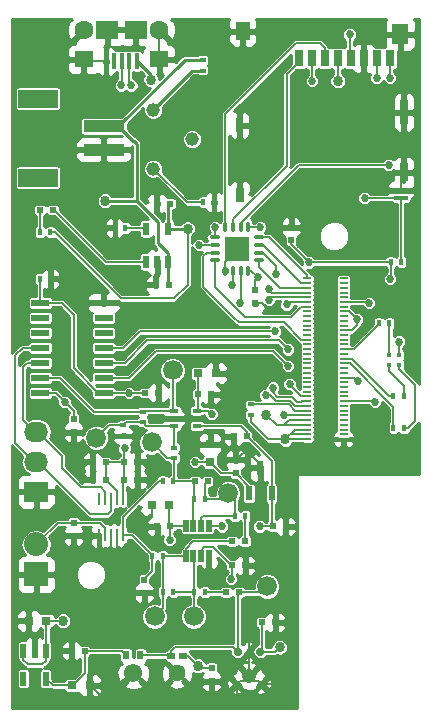
<source format=gbr>
G04 #@! TF.FileFunction,Copper,L1,Top,Signal*
%FSLAX46Y46*%
G04 Gerber Fmt 4.6, Leading zero omitted, Abs format (unit mm)*
G04 Created by KiCad (PCBNEW 0.201601221447+6507~42~ubuntu15.10.1-product) date Fri 22 Jan 2016 05:48:07 PM EST*
%MOMM*%
G01*
G04 APERTURE LIST*
%ADD10C,0.100000*%
%ADD11R,0.600000X0.500000*%
%ADD12R,0.700000X0.200000*%
%ADD13R,2.032000X1.727200*%
%ADD14O,2.032000X1.727200*%
%ADD15R,0.500000X0.600000*%
%ADD16R,0.800000X0.750000*%
%ADD17R,0.750000X0.800000*%
%ADD18R,0.400000X0.600000*%
%ADD19R,0.600000X0.400000*%
%ADD20R,0.600000X1.100000*%
%ADD21R,0.770000X0.420000*%
%ADD22R,0.480000X0.990000*%
%ADD23R,0.600000X1.250000*%
%ADD24C,1.680000*%
%ADD25R,0.270000X1.000000*%
%ADD26R,0.500000X1.200000*%
%ADD27C,1.150000*%
%ADD28R,3.395980X1.498600*%
%ADD29R,3.497580X0.995680*%
%ADD30O,1.000000X0.300000*%
%ADD31O,0.300000X1.000000*%
%ADD32R,2.100000X2.100000*%
%ADD33C,0.457000*%
%ADD34R,0.800000X1.400000*%
%ADD35R,1.350000X1.800000*%
%ADD36R,1.160000X1.500000*%
%ADD37R,0.650000X2.140000*%
%ADD38R,0.600000X1.150000*%
%ADD39R,0.650000X1.600000*%
%ADD40R,0.650000X1.300000*%
%ADD41R,1.100000X0.450000*%
%ADD42R,1.150000X0.450000*%
%ADD43R,2.032000X2.032000*%
%ADD44O,2.032000X2.032000*%
%ADD45R,0.450000X0.450000*%
%ADD46C,0.723000*%
%ADD47C,0.562000*%
%ADD48C,0.512000*%
%ADD49C,1.224000*%
%ADD50R,0.650000X0.545000*%
%ADD51C,1.450000*%
%ADD52R,0.600000X0.800000*%
%ADD53C,1.550000*%
%ADD54R,1.550000X0.600000*%
%ADD55R,1.900000X1.600000*%
%ADD56R,1.600000X1.400000*%
%ADD57R,0.400000X1.350000*%
%ADD58C,1.600000*%
%ADD59C,0.863600*%
%ADD60C,0.685800*%
%ADD61C,0.152400*%
%ADD62C,0.254000*%
%ADD63C,0.203200*%
%ADD64C,0.250000*%
G04 APERTURE END LIST*
D10*
D11*
X140420000Y-121666000D03*
X141520000Y-121666000D03*
D12*
X152781000Y-125443000D03*
X149701000Y-125443000D03*
X152781000Y-125043000D03*
X149701000Y-125043000D03*
X152781000Y-124643000D03*
X149701000Y-124643000D03*
X152781000Y-124243000D03*
X149701000Y-124243000D03*
X152781000Y-123843000D03*
X149701000Y-123843000D03*
X152781000Y-123443000D03*
X149701000Y-123443000D03*
X152781000Y-123043000D03*
X149701000Y-123043000D03*
X152781000Y-122643000D03*
X149701000Y-122643000D03*
X152781000Y-122243000D03*
X149701000Y-122243000D03*
X152781000Y-121843000D03*
X149701000Y-121843000D03*
X152781000Y-121443000D03*
X149701000Y-121443000D03*
X152781000Y-121043000D03*
X149701000Y-121043000D03*
X152781000Y-120643000D03*
X149701000Y-120643000D03*
X152781000Y-120243000D03*
X149701000Y-120243000D03*
X152781000Y-119843000D03*
X149701000Y-119843000D03*
X152781000Y-119443000D03*
X149701000Y-119443000D03*
X152781000Y-119043000D03*
X149701000Y-119043000D03*
X152781000Y-118643000D03*
X149701000Y-118643000D03*
X152781000Y-118243000D03*
X149701000Y-118243000D03*
X152781000Y-117843000D03*
X149701000Y-117843000D03*
X152781000Y-117443000D03*
X149701000Y-117443000D03*
X152781000Y-117043000D03*
X149701000Y-117043000D03*
X152781000Y-116643000D03*
X149701000Y-116643000D03*
X152781000Y-116243000D03*
X149701000Y-116243000D03*
X152781000Y-115843000D03*
X149701000Y-115843000D03*
X152781000Y-115443000D03*
X149701000Y-115443000D03*
X152781000Y-115043000D03*
X149701000Y-115043000D03*
X152781000Y-114643000D03*
X149701000Y-114643000D03*
X152781000Y-114243000D03*
X149701000Y-114243000D03*
X152781000Y-113843000D03*
X149701000Y-113843000D03*
X152781000Y-113443000D03*
X149701000Y-113443000D03*
X152781000Y-113043000D03*
X149701000Y-113043000D03*
X152781000Y-112643000D03*
X149701000Y-112643000D03*
X152781000Y-112243000D03*
X149701000Y-112243000D03*
X152781000Y-111843000D03*
X149701000Y-111843000D03*
D13*
X126746000Y-129921000D03*
D14*
X126746000Y-127381000D03*
X126746000Y-124841000D03*
D11*
X143341000Y-136144000D03*
X144441000Y-136144000D03*
X146981000Y-140970000D03*
X145881000Y-140970000D03*
X138074400Y-105511600D03*
X136974400Y-105511600D03*
X137964000Y-112395000D03*
X136864000Y-112395000D03*
X142833000Y-138430000D03*
X143933000Y-138430000D03*
X144568000Y-125222000D03*
X143468000Y-125222000D03*
D15*
X129921000Y-132546000D03*
X129921000Y-133646000D03*
X135890000Y-137372000D03*
X135890000Y-138472000D03*
D16*
X138037000Y-131064000D03*
X136537000Y-131064000D03*
X140462000Y-119888000D03*
X141962000Y-119888000D03*
D11*
X138091000Y-132842000D03*
X136991000Y-132842000D03*
X146770000Y-132842000D03*
X147870000Y-132842000D03*
X141266000Y-129032000D03*
X140166000Y-129032000D03*
X132630000Y-128905000D03*
X131530000Y-128905000D03*
X134197000Y-128905000D03*
X135297000Y-128905000D03*
X132630000Y-127381000D03*
X131530000Y-127381000D03*
X143341000Y-134112000D03*
X144441000Y-134112000D03*
X134197000Y-127381000D03*
X135297000Y-127381000D03*
D15*
X141605000Y-144865000D03*
X141605000Y-145965000D03*
D17*
X141478000Y-127369000D03*
X141478000Y-125869000D03*
D11*
X130852000Y-143383000D03*
X129752000Y-143383000D03*
D16*
X127623000Y-140843000D03*
X126123000Y-140843000D03*
D15*
X143637000Y-128312000D03*
X143637000Y-127212000D03*
D16*
X129806000Y-146304000D03*
X131306000Y-146304000D03*
D11*
X127085000Y-106045000D03*
X128185000Y-106045000D03*
D18*
X127958000Y-107950000D03*
X127058000Y-107950000D03*
X134308000Y-107569000D03*
X133408000Y-107569000D03*
X138372000Y-129032000D03*
X137472000Y-129032000D03*
X136583000Y-135382000D03*
X137483000Y-135382000D03*
D19*
X138430000Y-127069000D03*
X138430000Y-126169000D03*
X134112000Y-124264000D03*
X134112000Y-125164000D03*
D18*
X141039000Y-138430000D03*
X140139000Y-138430000D03*
D19*
X135763000Y-124021000D03*
X135763000Y-123121000D03*
D18*
X138372000Y-138430000D03*
X137472000Y-138430000D03*
X140139000Y-130556000D03*
X141039000Y-130556000D03*
X143568000Y-131953000D03*
X144468000Y-131953000D03*
D20*
X136057600Y-110439200D03*
X137007600Y-110439200D03*
X137957600Y-110439200D03*
X137957600Y-107639200D03*
X136057600Y-107639200D03*
D21*
X138435000Y-123048000D03*
X138435000Y-123698000D03*
X138435000Y-124348000D03*
X140335000Y-124348000D03*
X140335000Y-123048000D03*
D22*
X139416000Y-135382000D03*
X140066000Y-135382000D03*
X140716000Y-135382000D03*
X141366000Y-135382000D03*
X141366000Y-132792000D03*
X140716000Y-132792000D03*
X140066000Y-132792000D03*
X139416000Y-132792000D03*
D23*
X144785000Y-130048000D03*
X146685000Y-130048000D03*
X145735000Y-127898000D03*
D24*
X146304000Y-137922000D03*
X131826000Y-125349000D03*
X138303000Y-119634000D03*
X136525000Y-125730000D03*
X136779000Y-140462000D03*
X140081000Y-140462000D03*
X143002000Y-130048000D03*
D25*
X132096000Y-130555000D03*
X132096000Y-133605000D03*
X132596000Y-130555000D03*
X132596000Y-133605000D03*
X133096000Y-130555000D03*
X133096000Y-133605000D03*
X133596000Y-130555000D03*
X133596000Y-133605000D03*
X134096000Y-130555000D03*
X134096000Y-133605000D03*
D26*
X127569000Y-143383000D03*
X126619000Y-143383000D03*
X125669000Y-143383000D03*
X125669000Y-145733000D03*
X127569000Y-145733000D03*
D19*
X144907000Y-122511400D03*
X144907000Y-123411400D03*
D27*
X139953000Y-100076000D03*
X136653000Y-102576000D03*
X136653000Y-97576000D03*
D28*
X126911100Y-96619060D03*
D29*
X132461000Y-98968560D03*
X132461000Y-100965000D03*
D28*
X126911100Y-103314500D03*
D30*
X145583400Y-110317800D03*
X145583400Y-109667800D03*
X145583400Y-109017800D03*
X145583400Y-108367800D03*
D31*
X144708400Y-107492800D03*
D30*
X141883400Y-110317800D03*
D31*
X144708400Y-111192800D03*
X144058400Y-107492800D03*
X143408400Y-107492800D03*
X142758400Y-107492800D03*
D30*
X141883400Y-109667800D03*
X141883400Y-109017800D03*
X141883400Y-108367800D03*
D31*
X144058400Y-111192800D03*
X143408400Y-111192800D03*
X142758400Y-111192800D03*
D32*
X143733400Y-109342800D03*
D33*
X144283400Y-109892800D03*
X143283400Y-109892800D03*
X144283400Y-108892800D03*
X143283400Y-108892800D03*
D34*
X156673000Y-93218000D03*
X155573000Y-93218000D03*
X154473000Y-93218000D03*
X153373000Y-93218000D03*
X152273000Y-93218000D03*
X151173000Y-93218000D03*
X150073000Y-93218000D03*
X148973000Y-93218000D03*
D35*
X157563000Y-91168000D03*
D36*
X144243000Y-90918000D03*
D37*
X157888000Y-97798000D03*
D38*
X143963000Y-98893000D03*
D39*
X157888000Y-102878000D03*
D40*
X143988000Y-104818000D03*
D41*
X157663000Y-104383000D03*
D42*
X157638000Y-105043000D03*
D18*
X140901000Y-105410000D03*
X141801000Y-105410000D03*
D19*
X140843000Y-94245000D03*
X140843000Y-93345000D03*
D18*
X156776000Y-110490000D03*
X157676000Y-110490000D03*
D43*
X126746000Y-136906000D03*
D44*
X126746000Y-134366000D03*
D45*
X157473200Y-118294600D03*
X156623200Y-118294600D03*
X157473200Y-119144600D03*
X156623200Y-119144600D03*
D18*
X157904600Y-124510800D03*
X157004600Y-124510800D03*
X156660000Y-115646200D03*
X155760000Y-115646200D03*
X157879200Y-121767600D03*
X156979200Y-121767600D03*
D46*
X143814000Y-143439000D03*
D47*
X143765000Y-146176000D03*
X145795000Y-146176000D03*
D46*
X145746000Y-143439000D03*
D48*
X144780000Y-143439000D03*
D49*
X144780000Y-145542000D03*
D50*
X138209000Y-143810500D03*
X139159000Y-143810500D03*
D51*
X138684000Y-145288000D03*
D52*
X135586000Y-143764000D03*
X134366000Y-143764000D03*
D53*
X134976000Y-145284000D03*
D11*
X135975000Y-121539000D03*
X137075000Y-121539000D03*
D15*
X129921000Y-123783000D03*
X129921000Y-124883000D03*
D54*
X127094000Y-121539000D03*
X132494000Y-121539000D03*
X127094000Y-120269000D03*
X132494000Y-120269000D03*
X127094000Y-118999000D03*
X132494000Y-118999000D03*
X127094000Y-117729000D03*
X132494000Y-117729000D03*
X127094000Y-116459000D03*
X132494000Y-116459000D03*
X127094000Y-115189000D03*
X132494000Y-115189000D03*
X127094000Y-113919000D03*
X132494000Y-113919000D03*
D18*
X127958000Y-111887000D03*
X127058000Y-111887000D03*
D15*
X148336000Y-108627000D03*
X148336000Y-107527000D03*
X145288000Y-112861000D03*
X145288000Y-113961000D03*
D55*
X135185000Y-90797000D03*
X132785000Y-90797000D03*
D56*
X137185000Y-93297000D03*
X130785000Y-93297000D03*
D57*
X135285000Y-93472000D03*
X134635000Y-93472000D03*
X133985000Y-93472000D03*
X133335000Y-93472000D03*
X132685000Y-93472000D03*
D58*
X137160000Y-90797000D03*
X130810000Y-90797000D03*
D59*
X139567000Y-107639200D03*
X136448800Y-95021400D03*
D60*
X148209000Y-120777000D03*
X139319000Y-147447000D03*
X136906000Y-147320000D03*
X146939000Y-147701000D03*
X143637000Y-147701000D03*
X147574000Y-145542000D03*
X129159000Y-111887000D03*
X130810000Y-113919000D03*
X135636000Y-112395000D03*
X129921000Y-125984000D03*
X130429000Y-128143000D03*
X136398000Y-128143000D03*
X143383000Y-119888000D03*
X131064000Y-133604000D03*
X133477000Y-135255000D03*
X146431000Y-114554000D03*
X137160000Y-123698000D03*
X140208000Y-125857000D03*
X144780000Y-126619000D03*
X135763000Y-132842000D03*
X129235200Y-142214600D03*
X142011400Y-102768400D03*
X143967200Y-102717600D03*
D59*
X153898600Y-126822200D03*
X141605000Y-147574000D03*
X128828800Y-100939600D03*
X144678400Y-141884400D03*
X132537200Y-147497800D03*
D60*
X137033000Y-104267000D03*
X141351000Y-136906000D03*
D59*
X155016200Y-91287600D03*
X132588000Y-105283000D03*
X147828000Y-125476000D03*
D60*
X129159000Y-122301000D03*
X134239000Y-126238000D03*
X141605000Y-123317000D03*
X145542000Y-111760000D03*
X140208000Y-127381000D03*
X157454600Y-117195600D03*
D59*
X140462000Y-144653000D03*
X147370800Y-143078200D03*
X152298400Y-95123000D03*
X146253200Y-123393200D03*
X129032000Y-140843000D03*
D60*
X138049000Y-133985000D03*
X145669000Y-132842000D03*
X142494000Y-132842000D03*
X143256000Y-137287000D03*
X134797800Y-95504000D03*
X146786335Y-121101162D03*
X133934200Y-95504000D03*
X146175679Y-121711818D03*
X145694400Y-107492800D03*
X150114000Y-95123000D03*
X143304518Y-112422682D03*
X153289000Y-91186000D03*
X144018000Y-113919000D03*
X155575000Y-94869000D03*
X156591000Y-102235000D03*
X156718000Y-94869000D03*
X147955000Y-114046000D03*
X154559000Y-105029000D03*
X146474272Y-113643272D03*
X140524520Y-109030673D03*
X141884400Y-107492800D03*
X146456400Y-112776000D03*
X156718000Y-111887000D03*
X134620000Y-121539000D03*
X149860000Y-110490000D03*
X147701000Y-123444000D03*
X147066000Y-111506000D03*
X155448000Y-122301000D03*
X148082000Y-119253000D03*
X154003081Y-120570919D03*
X146939000Y-116332000D03*
X153924000Y-115316000D03*
X154940000Y-113919000D03*
X148082000Y-117856000D03*
D61*
X138430000Y-113538000D02*
X137033000Y-113538000D01*
X137033000Y-113538000D02*
X133985000Y-113538000D01*
X127958000Y-107950000D02*
X128310400Y-107950000D01*
X128310400Y-107950000D02*
X133898400Y-113538000D01*
X133898400Y-113538000D02*
X137033000Y-113538000D01*
X139567000Y-112401000D02*
X138430000Y-113538000D01*
X139567000Y-107639200D02*
X139567000Y-112401000D01*
D62*
X137957600Y-107639200D02*
X139567000Y-107639200D01*
X136448800Y-95021400D02*
X136448800Y-94635800D01*
X136448800Y-94635800D02*
X135285000Y-93472000D01*
D61*
X138014400Y-107696000D02*
X137957600Y-107639200D01*
X149701000Y-121843000D02*
X149198600Y-121843000D01*
X149198600Y-121843000D02*
X148209000Y-120853400D01*
X148209000Y-120853400D02*
X148209000Y-120777000D01*
D62*
X137957600Y-107639200D02*
X137957600Y-105628400D01*
D61*
X132537200Y-147497800D02*
X136728200Y-147497800D01*
X136728200Y-147497800D02*
X136906000Y-147320000D01*
X145795000Y-146176000D02*
X146939000Y-147320000D01*
X146939000Y-147320000D02*
X146939000Y-147701000D01*
X143765000Y-146176000D02*
X143765000Y-147573000D01*
X143765000Y-147573000D02*
X143637000Y-147701000D01*
X145795000Y-146176000D02*
X146940000Y-146176000D01*
X146940000Y-146176000D02*
X147574000Y-145542000D01*
X136537000Y-131064000D02*
X136537000Y-132068000D01*
X136537000Y-132068000D02*
X135763000Y-132842000D01*
X127958000Y-111887000D02*
X129159000Y-111887000D01*
X132494000Y-113919000D02*
X130810000Y-113919000D01*
X136864000Y-112395000D02*
X135636000Y-112395000D01*
X131530000Y-128905000D02*
X131191000Y-128905000D01*
X131191000Y-128905000D02*
X130429000Y-128143000D01*
X129921000Y-124883000D02*
X129921000Y-125984000D01*
X131530000Y-127381000D02*
X131191000Y-127381000D01*
X131191000Y-127381000D02*
X130429000Y-128143000D01*
X135297000Y-127381000D02*
X135636000Y-127381000D01*
X135636000Y-127381000D02*
X136398000Y-128143000D01*
X141962000Y-119888000D02*
X143383000Y-119888000D01*
X138435000Y-123698000D02*
X137160000Y-123698000D01*
X137007600Y-110439200D02*
X137007600Y-112251400D01*
X137007600Y-112251400D02*
X136864000Y-112395000D01*
X129921000Y-133646000D02*
X131022000Y-133646000D01*
X131022000Y-133646000D02*
X131064000Y-133604000D01*
X132096000Y-133605000D02*
X131065000Y-133605000D01*
X131065000Y-133605000D02*
X131064000Y-133604000D01*
X133134101Y-134912101D02*
X133477000Y-135255000D01*
X133096000Y-133605000D02*
X133096000Y-134874000D01*
X133096000Y-134874000D02*
X133477000Y-135255000D01*
X133596000Y-133605000D02*
X133596000Y-135136000D01*
X133596000Y-135136000D02*
X133477000Y-135255000D01*
X145288000Y-113961000D02*
X145838000Y-113961000D01*
X145838000Y-113961000D02*
X146431000Y-114554000D01*
X143468000Y-125222000D02*
X143468000Y-127043000D01*
X143468000Y-127043000D02*
X143637000Y-127212000D01*
X141478000Y-125869000D02*
X140220000Y-125869000D01*
X140220000Y-125869000D02*
X140208000Y-125857000D01*
X144780000Y-126619000D02*
X144230000Y-126619000D01*
X144230000Y-126619000D02*
X143637000Y-127212000D01*
X145735000Y-127898000D02*
X145735000Y-127573000D01*
X145735000Y-127573000D02*
X144781000Y-126619000D01*
X144781000Y-126619000D02*
X144780000Y-126619000D01*
X136991000Y-132842000D02*
X135763000Y-132842000D01*
X141605000Y-147574000D02*
X140970000Y-147574000D01*
X140970000Y-147574000D02*
X139204665Y-145808665D01*
X141605000Y-145965000D02*
X141605000Y-147574000D01*
X143765000Y-146176000D02*
X142367000Y-147574000D01*
X142367000Y-147574000D02*
X141605000Y-147574000D01*
X144780000Y-143439000D02*
X144780000Y-145008399D01*
X145795000Y-146176000D02*
X145514001Y-145895001D01*
X145514001Y-145895001D02*
X145216729Y-145895001D01*
X143765000Y-146176000D02*
X144045999Y-145895001D01*
X144045999Y-145895001D02*
X144343271Y-145895001D01*
X132537200Y-147497800D02*
X134230335Y-145804665D01*
X134230335Y-145804665D02*
X134455335Y-145804665D01*
X137185000Y-93297000D02*
X137185000Y-90947000D01*
X137185000Y-90947000D02*
X137335000Y-90797000D01*
X132685000Y-93472000D02*
X130960000Y-93472000D01*
X130960000Y-93472000D02*
X130785000Y-93297000D01*
X132685000Y-93472000D02*
X132685000Y-90897000D01*
X132685000Y-90897000D02*
X132785000Y-90797000D01*
X142758400Y-111192800D02*
X142758400Y-110417800D01*
X142758400Y-110417800D02*
X143283400Y-109892800D01*
X129752000Y-143383000D02*
X129752000Y-142731400D01*
X129752000Y-142731400D02*
X129235200Y-142214600D01*
X141801000Y-105410000D02*
X141801000Y-102978800D01*
X141801000Y-102978800D02*
X142011400Y-102768400D01*
X143988000Y-104818000D02*
X143988000Y-102738400D01*
X143988000Y-102738400D02*
X143967200Y-102717600D01*
X157663000Y-104383000D02*
X157663000Y-103103000D01*
X157663000Y-103103000D02*
X157888000Y-102878000D01*
D63*
X152781000Y-125443000D02*
X153334200Y-125443000D01*
X153334200Y-125443000D02*
X153898600Y-126007400D01*
X153898600Y-126007400D02*
X153898600Y-126211543D01*
X153898600Y-126211543D02*
X153898600Y-126822200D01*
X152781000Y-125443000D02*
X153031000Y-125443000D01*
D62*
X132461000Y-100965000D02*
X128854200Y-100965000D01*
D61*
X128854200Y-100965000D02*
X128828800Y-100939600D01*
X144780000Y-143439000D02*
X144780000Y-141986000D01*
X144780000Y-141986000D02*
X144678400Y-141884400D01*
X131306000Y-146304000D02*
X131331000Y-146304000D01*
X131331000Y-146304000D02*
X132524800Y-147497800D01*
X136974400Y-105511600D02*
X136974400Y-104325600D01*
X136974400Y-104325600D02*
X137033000Y-104267000D01*
X141366000Y-135382000D02*
X141366000Y-136891000D01*
X141366000Y-136891000D02*
X141351000Y-136906000D01*
X154473000Y-93218000D02*
X154473000Y-91830800D01*
X154473000Y-91830800D02*
X155016200Y-91287600D01*
D62*
X137957600Y-110439200D02*
X137957600Y-112388600D01*
X137957600Y-112388600D02*
X137964000Y-112395000D01*
D61*
X147828000Y-125476000D02*
X146390600Y-125476000D01*
X146390600Y-125476000D02*
X144907000Y-123992400D01*
X144907000Y-123992400D02*
X144907000Y-123411400D01*
D63*
X147828000Y-125476000D02*
X148661000Y-124643000D01*
X148661000Y-124643000D02*
X149701000Y-124643000D01*
D61*
X147828000Y-125476000D02*
X148261000Y-125043000D01*
D63*
X148261000Y-125043000D02*
X149701000Y-125043000D01*
D62*
X135255000Y-105283000D02*
X132588000Y-105283000D01*
D63*
X149701000Y-125443000D02*
X147861000Y-125443000D01*
D61*
X147861000Y-125443000D02*
X147828000Y-125476000D01*
D62*
X132461000Y-98968560D02*
X133711950Y-98968560D01*
X133711950Y-98968560D02*
X139335510Y-93345000D01*
X139335510Y-93345000D02*
X140289000Y-93345000D01*
X140289000Y-93345000D02*
X140843000Y-93345000D01*
X135255000Y-105283000D02*
X135255000Y-100457000D01*
X134946390Y-100203000D02*
X135001000Y-100203000D01*
X135001000Y-100203000D02*
X135255000Y-100457000D01*
X134946390Y-100203000D02*
X133711950Y-98968560D01*
X137033000Y-107061000D02*
X135255000Y-105283000D01*
X137033000Y-108812200D02*
X137033000Y-107061000D01*
X137957600Y-110439200D02*
X137957600Y-109736800D01*
X137957600Y-109736800D02*
X137033000Y-108812200D01*
D61*
X127094000Y-121539000D02*
X128397000Y-121539000D01*
X128397000Y-121539000D02*
X129159000Y-122301000D01*
X129921000Y-123783000D02*
X129921000Y-123063000D01*
X129921000Y-123063000D02*
X129159000Y-122301000D01*
X132630000Y-127381000D02*
X133082400Y-127381000D01*
X133082400Y-127381000D02*
X134197000Y-127381000D01*
X134197000Y-127381000D02*
X134197000Y-126280000D01*
X134197000Y-126280000D02*
X134239000Y-126238000D01*
X140335000Y-123048000D02*
X141336000Y-123048000D01*
X141336000Y-123048000D02*
X141605000Y-123317000D01*
X140462000Y-119888000D02*
X140462000Y-121624000D01*
X140462000Y-121624000D02*
X140420000Y-121666000D01*
X140420000Y-121666000D02*
X140420000Y-122963000D01*
X140420000Y-122963000D02*
X140335000Y-123048000D01*
X126746000Y-134366000D02*
X128566000Y-132546000D01*
X128566000Y-132546000D02*
X129921000Y-132546000D01*
X132596000Y-133605000D02*
X132596000Y-132952600D01*
X132596000Y-132952600D02*
X132189400Y-132546000D01*
X132189400Y-132546000D02*
X130323400Y-132546000D01*
X130323400Y-132546000D02*
X129921000Y-132546000D01*
X145288000Y-112861000D02*
X145288000Y-112014000D01*
X145288000Y-112014000D02*
X145542000Y-111760000D01*
X144708400Y-111192800D02*
X144974800Y-111192800D01*
X144974800Y-111192800D02*
X145542000Y-111760000D01*
X132630000Y-127381000D02*
X132630000Y-128905000D01*
X133596000Y-130555000D02*
X133596000Y-129821000D01*
X133596000Y-129821000D02*
X132680000Y-128905000D01*
X132680000Y-128905000D02*
X132630000Y-128905000D01*
X134197000Y-128905000D02*
X134197000Y-127381000D01*
X134096000Y-130555000D02*
X134096000Y-129006000D01*
X134096000Y-129006000D02*
X134197000Y-128905000D01*
X138091000Y-132842000D02*
X138091000Y-133943000D01*
X138091000Y-133943000D02*
X138049000Y-133985000D01*
X140208000Y-127381000D02*
X141466000Y-127381000D01*
X141466000Y-127381000D02*
X141478000Y-127369000D01*
X143637000Y-128312000D02*
X142396000Y-128312000D01*
X142396000Y-128312000D02*
X141478000Y-127394000D01*
X141478000Y-127394000D02*
X141478000Y-127369000D01*
X144785000Y-130048000D02*
X144785000Y-129510000D01*
X144785000Y-129510000D02*
X143637000Y-128362000D01*
X143637000Y-128362000D02*
X143637000Y-128312000D01*
X138037000Y-131064000D02*
X138037000Y-132788000D01*
X138037000Y-132788000D02*
X138091000Y-132842000D01*
X139416000Y-132792000D02*
X138141000Y-132792000D01*
X138141000Y-132792000D02*
X138091000Y-132842000D01*
X139159000Y-143810500D02*
X139619500Y-143810500D01*
X139619500Y-143810500D02*
X140030201Y-144221201D01*
X140030201Y-144221201D02*
X140462000Y-144653000D01*
X141605000Y-144865000D02*
X140674000Y-144865000D01*
X140674000Y-144865000D02*
X140462000Y-144653000D01*
X157473200Y-118294600D02*
X157473200Y-117214200D01*
X157473200Y-117214200D02*
X157454600Y-117195600D01*
X145746000Y-143439000D02*
X147010000Y-143439000D01*
X147010000Y-143439000D02*
X147370800Y-143078200D01*
X152273000Y-93218000D02*
X152273000Y-95097600D01*
X152273000Y-95097600D02*
X152298400Y-95123000D01*
D63*
X149701000Y-124243000D02*
X147675600Y-124243000D01*
X147675600Y-124243000D02*
X147103000Y-124243000D01*
X149701000Y-123843000D02*
X148147822Y-123843000D01*
X148147822Y-123843000D02*
X147747822Y-124243000D01*
D61*
X147747822Y-124243000D02*
X147675600Y-124243000D01*
D63*
X147103000Y-124243000D02*
X146253200Y-123393200D01*
D61*
X127623000Y-140843000D02*
X129032000Y-140843000D01*
X125669000Y-143383000D02*
X125669000Y-144135400D01*
X125669000Y-144135400D02*
X126059600Y-144526000D01*
X126059600Y-144526000D02*
X127254000Y-144526000D01*
X127254000Y-144526000D02*
X127569000Y-144211000D01*
X127569000Y-144211000D02*
X127569000Y-143383000D01*
X127623000Y-140843000D02*
X127623000Y-143329000D01*
X127623000Y-143329000D02*
X127569000Y-143383000D01*
X145881000Y-140970000D02*
X145881000Y-143304000D01*
X145881000Y-143304000D02*
X145746000Y-143439000D01*
X142833000Y-138430000D02*
X141039000Y-138430000D01*
X143814000Y-143439000D02*
X143814000Y-138549000D01*
X143814000Y-138549000D02*
X143933000Y-138430000D01*
X138209000Y-143810500D02*
X138209000Y-143385600D01*
X138209000Y-143385600D02*
X138517099Y-143077501D01*
X138517099Y-143077501D02*
X143452501Y-143077501D01*
X143452501Y-143077501D02*
X143814000Y-143439000D01*
X135586000Y-143764000D02*
X138162500Y-143764000D01*
X138162500Y-143764000D02*
X138209000Y-143810500D01*
X143933000Y-138430000D02*
X145796000Y-138430000D01*
X145796000Y-138430000D02*
X146304000Y-137922000D01*
X143941000Y-138438000D02*
X143933000Y-138430000D01*
X140335000Y-124348000D02*
X144096400Y-124348000D01*
X144096400Y-124348000D02*
X144568000Y-124819600D01*
X144568000Y-124819600D02*
X144568000Y-125222000D01*
X144568000Y-125222000D02*
X144518000Y-125222000D01*
X146685000Y-130048000D02*
X146685000Y-127289000D01*
X146685000Y-127289000D02*
X144618000Y-125222000D01*
X144618000Y-125222000D02*
X144568000Y-125222000D01*
X146685000Y-130048000D02*
X146685000Y-132757000D01*
X146685000Y-132757000D02*
X146770000Y-132842000D01*
X145669000Y-132842000D02*
X146770000Y-132842000D01*
X143341000Y-136144000D02*
X143341000Y-137202000D01*
X143341000Y-137202000D02*
X143256000Y-137287000D01*
X140716000Y-135382000D02*
X140716000Y-134885518D01*
X140716000Y-134885518D02*
X140981518Y-134620000D01*
X140981518Y-134620000D02*
X141767000Y-134620000D01*
X141767000Y-134620000D02*
X143291000Y-136144000D01*
X143291000Y-136144000D02*
X143341000Y-136144000D01*
X141366000Y-132792000D02*
X142444000Y-132792000D01*
X142444000Y-132792000D02*
X142494000Y-132842000D01*
X138430000Y-127069000D02*
X137864000Y-127069000D01*
X137864000Y-127069000D02*
X136525000Y-125730000D01*
X138430000Y-127069000D02*
X138430000Y-128974000D01*
X138430000Y-128974000D02*
X138372000Y-129032000D01*
X139484000Y-129032000D02*
X138372000Y-129032000D01*
X140166000Y-129032000D02*
X139484000Y-129032000D01*
X140139000Y-130556000D02*
X140139000Y-129059000D01*
X140139000Y-129059000D02*
X140166000Y-129032000D01*
X140066000Y-132792000D02*
X140066000Y-130629000D01*
X140066000Y-130629000D02*
X140139000Y-130556000D01*
X137472000Y-138430000D02*
X137472000Y-139769000D01*
X137472000Y-139769000D02*
X136779000Y-140462000D01*
X139416000Y-135382000D02*
X137483000Y-135382000D01*
X137483000Y-135382000D02*
X137483000Y-138419000D01*
X137483000Y-138419000D02*
X137472000Y-138430000D01*
X142367000Y-134112000D02*
X143341000Y-134112000D01*
X139416000Y-135382000D02*
X139416000Y-134734600D01*
X139416000Y-134734600D02*
X140038600Y-134112000D01*
X140038600Y-134112000D02*
X142367000Y-134112000D01*
D64*
X139416000Y-135382000D02*
X139416000Y-135637000D01*
D61*
X144468000Y-131953000D02*
X144468000Y-134085000D01*
X144468000Y-134085000D02*
X144441000Y-134112000D01*
X133985000Y-143383000D02*
X134366000Y-143764000D01*
X130852000Y-143383000D02*
X133985000Y-143383000D01*
X130852000Y-143383000D02*
X130852000Y-145283000D01*
X130852000Y-145283000D02*
X129831000Y-146304000D01*
X129831000Y-146304000D02*
X129806000Y-146304000D01*
X129806000Y-146304000D02*
X128140000Y-146304000D01*
X128140000Y-146304000D02*
X127569000Y-145733000D01*
X127085000Y-106045000D02*
X127085000Y-107923000D01*
X127085000Y-107923000D02*
X127058000Y-107950000D01*
X128185000Y-106045000D02*
X128235000Y-106045000D01*
X128235000Y-106045000D02*
X132629200Y-110439200D01*
X132629200Y-110439200D02*
X135605200Y-110439200D01*
X135605200Y-110439200D02*
X136057600Y-110439200D01*
X134874000Y-110439200D02*
X135605200Y-110439200D01*
X128058000Y-106045000D02*
X128108000Y-106045000D01*
X134308000Y-107569000D02*
X135987400Y-107569000D01*
X135987400Y-107569000D02*
X136057600Y-107639200D01*
X134635000Y-93472000D02*
X134635000Y-95341200D01*
X134635000Y-95341200D02*
X134797800Y-95504000D01*
X148829926Y-122277900D02*
X148421227Y-121869201D01*
X149176000Y-122243000D02*
X149141100Y-122277900D01*
X148421227Y-121869201D02*
X147177204Y-121869201D01*
X149701000Y-122243000D02*
X149176000Y-122243000D01*
X149141100Y-122277900D02*
X148829926Y-122277900D01*
X147177204Y-121869201D02*
X146786335Y-121478332D01*
X146786335Y-121478332D02*
X146786335Y-121101162D01*
X133985000Y-93472000D02*
X133985000Y-95453200D01*
X133985000Y-95453200D02*
X133934200Y-95504000D01*
X149176000Y-122643000D02*
X149141100Y-122608100D01*
X149701000Y-122643000D02*
X149176000Y-122643000D01*
X149141100Y-122608100D02*
X148693166Y-122608100D01*
X147040423Y-122199392D02*
X146552849Y-121711818D01*
X146552849Y-121711818D02*
X146175679Y-121711818D01*
X148693166Y-122608100D02*
X148284458Y-122199392D01*
X148284458Y-122199392D02*
X147040423Y-122199392D01*
X126746000Y-124841000D02*
X126593600Y-124841000D01*
X126593600Y-124841000D02*
X125603000Y-123850400D01*
X125603000Y-123850400D02*
X125603000Y-119380000D01*
X125603000Y-119380000D02*
X125984000Y-118999000D01*
X125984000Y-118999000D02*
X127094000Y-118999000D01*
X128905000Y-127889000D02*
X128905000Y-126847600D01*
X128905000Y-126847600D02*
X126898400Y-124841000D01*
X126898400Y-124841000D02*
X126746000Y-124841000D01*
X132596000Y-130555000D02*
X132596000Y-129902600D01*
X132596000Y-129902600D02*
X132233400Y-129540000D01*
X132233400Y-129540000D02*
X130556000Y-129540000D01*
X130556000Y-129540000D02*
X128905000Y-127889000D01*
X127094000Y-117729000D02*
X125603000Y-117729000D01*
X125603000Y-117729000D02*
X124968000Y-118364000D01*
X124968000Y-118364000D02*
X124968000Y-125755400D01*
X126593600Y-127381000D02*
X126746000Y-127381000D01*
X124968000Y-125755400D02*
X126593600Y-127381000D01*
X133096000Y-130555000D02*
X133096000Y-131572000D01*
X132842000Y-131826000D02*
X131343400Y-131826000D01*
X133096000Y-131572000D02*
X132842000Y-131826000D01*
X131343400Y-131826000D02*
X126898400Y-127381000D01*
X126898400Y-127381000D02*
X126746000Y-127381000D01*
X127279400Y-127381000D02*
X127127000Y-127381000D01*
X143568000Y-131953000D02*
X143568000Y-130614000D01*
X143568000Y-130614000D02*
X143002000Y-130048000D01*
X141039000Y-130556000D02*
X142494000Y-130556000D01*
X142494000Y-130556000D02*
X143002000Y-130048000D01*
X141039000Y-130556000D02*
X141039000Y-129259000D01*
X141039000Y-129259000D02*
X141266000Y-129032000D01*
X143568000Y-131853000D02*
X143568000Y-131953000D01*
X140907600Y-131953000D02*
X140970000Y-131953000D01*
X140970000Y-131953000D02*
X143215600Y-131953000D01*
X140716000Y-132792000D02*
X140716000Y-132144600D01*
X140716000Y-132144600D02*
X140907600Y-131953000D01*
X143215600Y-131953000D02*
X143568000Y-131953000D01*
X140139000Y-138430000D02*
X140139000Y-140404000D01*
X140139000Y-140404000D02*
X140081000Y-140462000D01*
X140139000Y-138430000D02*
X138372000Y-138430000D01*
X140139000Y-138430000D02*
X140139000Y-135455000D01*
X140139000Y-135455000D02*
X140066000Y-135382000D01*
D64*
X140066000Y-138357000D02*
X140139000Y-138430000D01*
D61*
X143408400Y-107492800D02*
X143408400Y-106840400D01*
X143408400Y-106840400D02*
X147955000Y-102293800D01*
X147955000Y-102293800D02*
X147955000Y-94536000D01*
X147955000Y-94536000D02*
X148973000Y-93518000D01*
X148973000Y-93518000D02*
X148973000Y-93218000D01*
X145694400Y-107492800D02*
X144708400Y-107492800D01*
X150114000Y-95123000D02*
X150114000Y-93259000D01*
X150114000Y-93259000D02*
X150073000Y-93218000D01*
X142758400Y-97921118D02*
X148731518Y-91948000D01*
X150749000Y-91941600D02*
X151173000Y-92365600D01*
X148731518Y-91948000D02*
X150742600Y-91948000D01*
X150742600Y-91948000D02*
X150749000Y-91941600D01*
X142758400Y-107492800D02*
X142758400Y-97921118D01*
X151173000Y-92365600D02*
X151173000Y-93218000D01*
X143408400Y-111192800D02*
X143408400Y-112318800D01*
X143408400Y-112318800D02*
X143304518Y-112422682D01*
X153289000Y-91186000D02*
X153289000Y-93134000D01*
X153289000Y-93134000D02*
X153373000Y-93218000D01*
X153289000Y-93302000D02*
X153373000Y-93218000D01*
X144058400Y-111192800D02*
X144058400Y-113934000D01*
X155575000Y-94869000D02*
X155575000Y-93220000D01*
X155575000Y-93220000D02*
X155573000Y-93218000D01*
X144058400Y-107142800D02*
X148966200Y-102235000D01*
X148966200Y-102235000D02*
X156591000Y-102235000D01*
X144058400Y-107492800D02*
X144058400Y-107142800D01*
X156718000Y-94869000D02*
X156718000Y-93263000D01*
X156718000Y-93263000D02*
X156673000Y-93218000D01*
X134112000Y-124264000D02*
X132911000Y-124264000D01*
X132911000Y-124264000D02*
X131826000Y-125349000D01*
X135763000Y-124021000D02*
X134355000Y-124021000D01*
X134355000Y-124021000D02*
X134112000Y-124264000D01*
X138435000Y-124348000D02*
X136090000Y-124348000D01*
X136090000Y-124348000D02*
X135763000Y-124021000D01*
X138435000Y-124348000D02*
X138435000Y-126164000D01*
X138435000Y-126164000D02*
X138430000Y-126169000D01*
X136583000Y-135382000D02*
X136583000Y-136629000D01*
X136583000Y-136629000D02*
X135890000Y-137322000D01*
X135890000Y-137322000D02*
X135890000Y-137372000D01*
X134096000Y-133605000D02*
X134906000Y-133605000D01*
X134906000Y-133605000D02*
X136583000Y-135282000D01*
X136583000Y-135282000D02*
X136583000Y-135382000D01*
X137472000Y-129032000D02*
X137119600Y-129032000D01*
X137119600Y-129032000D02*
X134096000Y-132055600D01*
X134096000Y-132055600D02*
X134096000Y-132952600D01*
X134096000Y-132952600D02*
X134096000Y-133605000D01*
X148158201Y-122504201D02*
X148151002Y-122511400D01*
X148151002Y-122511400D02*
X144907000Y-122511400D01*
X149701000Y-123043000D02*
X148697000Y-123043000D01*
X148697000Y-123043000D02*
X148158201Y-122504201D01*
X149701000Y-117043000D02*
X149198600Y-117043000D01*
X147725600Y-115570000D02*
X143910482Y-115570000D01*
X149198600Y-117043000D02*
X147725600Y-115570000D01*
X143910482Y-115570000D02*
X143535400Y-115194918D01*
X143618394Y-115277912D02*
X143535400Y-115194918D01*
X143535400Y-115194918D02*
X140919200Y-112578718D01*
X140919200Y-112578718D02*
X140919200Y-109979600D01*
X140919200Y-109979600D02*
X141231000Y-109667800D01*
X141231000Y-109667800D02*
X141883400Y-109667800D01*
X141883400Y-109667800D02*
X141533400Y-109667800D01*
X149198600Y-114243000D02*
X149701000Y-114243000D01*
X148316098Y-115125502D02*
X149198600Y-114243000D01*
X144404078Y-115125502D02*
X148316098Y-115125502D01*
X141883400Y-112604824D02*
X144404078Y-115125502D01*
X141883400Y-110317800D02*
X141883400Y-112604824D01*
X157638000Y-110452000D02*
X157676000Y-110490000D01*
X148158000Y-113843000D02*
X147955000Y-114046000D01*
X149701000Y-113843000D02*
X148158000Y-113843000D01*
X157638000Y-105043000D02*
X157638000Y-110452000D01*
X157638000Y-105043000D02*
X154573000Y-105043000D01*
X154573000Y-105043000D02*
X154559000Y-105029000D01*
X146674544Y-113443000D02*
X146474272Y-113643272D01*
X149701000Y-113443000D02*
X146674544Y-113443000D01*
X141883400Y-109017800D02*
X140537393Y-109017800D01*
X140537393Y-109017800D02*
X140524520Y-109030673D01*
X149701000Y-113043000D02*
X146723400Y-113043000D01*
X146723400Y-113043000D02*
X146456400Y-112776000D01*
X141883400Y-108367800D02*
X141883400Y-107493800D01*
X141883400Y-107493800D02*
X141884400Y-107492800D01*
X149701000Y-112643000D02*
X147357178Y-112643000D01*
X147357178Y-112643000D02*
X145583400Y-110869222D01*
X145583400Y-110869222D02*
X145583400Y-110620200D01*
X145583400Y-110620200D02*
X145583400Y-110317800D01*
X149701000Y-112243000D02*
X149158600Y-112243000D01*
X149158600Y-112243000D02*
X145933400Y-109017800D01*
X145933400Y-109017800D02*
X145583400Y-109017800D01*
X149701000Y-111843000D02*
X149701000Y-111590600D01*
X149701000Y-111590600D02*
X146478200Y-108367800D01*
X146478200Y-108367800D02*
X146235800Y-108367800D01*
X146235800Y-108367800D02*
X145583400Y-108367800D01*
X156776000Y-110490000D02*
X156776000Y-111829000D01*
X156776000Y-111829000D02*
X156718000Y-111887000D01*
X127058000Y-111887000D02*
X127058000Y-113883000D01*
X127058000Y-113883000D02*
X127094000Y-113919000D01*
X132494000Y-121539000D02*
X132019000Y-121539000D01*
X132019000Y-121539000D02*
X129921000Y-119441000D01*
X129921000Y-119441000D02*
X129921000Y-114935000D01*
X128905000Y-113919000D02*
X127094000Y-113919000D01*
X129921000Y-114935000D02*
X128905000Y-113919000D01*
X135975000Y-121539000D02*
X134620000Y-121539000D01*
X132494000Y-121539000D02*
X134620000Y-121539000D01*
X127569000Y-113919000D02*
X127094000Y-113919000D01*
X127085000Y-113910000D02*
X127094000Y-113919000D01*
X148336000Y-108627000D02*
X148336000Y-108966000D01*
X148336000Y-108966000D02*
X149517101Y-110147101D01*
X149517101Y-110147101D02*
X149860000Y-110490000D01*
X156776000Y-110490000D02*
X153924000Y-110490000D01*
X153924000Y-110490000D02*
X149860000Y-110490000D01*
X149701000Y-123443000D02*
X147702000Y-123443000D01*
X147702000Y-123443000D02*
X147701000Y-123444000D01*
X145583400Y-109667800D02*
X145933400Y-109667800D01*
X145933400Y-109667800D02*
X147066000Y-110800400D01*
X147066000Y-110800400D02*
X147066000Y-111506000D01*
X136653000Y-102576000D02*
X139487000Y-105410000D01*
X139487000Y-105410000D02*
X140901000Y-105410000D01*
D62*
X140843000Y-94245000D02*
X139984000Y-94245000D01*
X139984000Y-94245000D02*
X136653000Y-97576000D01*
D61*
X154501000Y-122243000D02*
X155390000Y-122243000D01*
X155390000Y-122243000D02*
X155448000Y-122301000D01*
X152781000Y-122243000D02*
X154501000Y-122243000D01*
X138303000Y-119634000D02*
X138303000Y-122916000D01*
X138303000Y-122916000D02*
X138435000Y-123048000D01*
X131630000Y-123121000D02*
X128778000Y-120269000D01*
X128778000Y-120269000D02*
X127094000Y-120269000D01*
X135763000Y-123121000D02*
X131630000Y-123121000D01*
X138435000Y-123048000D02*
X135836000Y-123048000D01*
X135836000Y-123048000D02*
X135763000Y-123121000D01*
X156660000Y-115646200D02*
X156660000Y-118257800D01*
X156660000Y-118257800D02*
X156623200Y-118294600D01*
X157904600Y-124510800D02*
X158257000Y-124510800D01*
X158257000Y-124510800D02*
X158826200Y-123941600D01*
X158826200Y-123941600D02*
X158826200Y-120875000D01*
X157473200Y-119144600D02*
X157473200Y-119522000D01*
X157473200Y-119522000D02*
X158826200Y-120875000D01*
X156623200Y-119666200D02*
X157879200Y-120922200D01*
X157879200Y-120922200D02*
X157879200Y-121767600D01*
X156623200Y-119144600D02*
X156623200Y-119666200D01*
X152781000Y-119043000D02*
X153283400Y-119043000D01*
X153283400Y-119043000D02*
X157004600Y-122764200D01*
X157004600Y-122764200D02*
X157004600Y-124058400D01*
X157004600Y-124058400D02*
X157004600Y-124510800D01*
X152781000Y-117843000D02*
X153663200Y-117843000D01*
X153663200Y-117843000D02*
X155760000Y-115746200D01*
X155760000Y-115746200D02*
X155760000Y-115646200D01*
X156979200Y-121767600D02*
X156626800Y-121767600D01*
X156626800Y-121767600D02*
X153502200Y-118643000D01*
X153502200Y-118643000D02*
X153283400Y-118643000D01*
X153283400Y-118643000D02*
X152781000Y-118643000D01*
X140462000Y-117983000D02*
X146812000Y-117983000D01*
X146812000Y-117983000D02*
X148082000Y-119253000D01*
X136906000Y-117983000D02*
X140462000Y-117983000D01*
X134620000Y-120269000D02*
X136906000Y-117983000D01*
X132494000Y-120269000D02*
X134620000Y-120269000D01*
X152781000Y-120243000D02*
X153675162Y-120243000D01*
X153675162Y-120243000D02*
X154003081Y-120570919D01*
X134112000Y-117729000D02*
X135509000Y-116332000D01*
X135509000Y-116332000D02*
X146939000Y-116332000D01*
X152781000Y-114643000D02*
X153251000Y-114643000D01*
X153251000Y-114643000D02*
X153924000Y-115316000D01*
X153505000Y-116243000D02*
X153924000Y-115824000D01*
X153924000Y-115824000D02*
X153924000Y-115316000D01*
X152781000Y-116243000D02*
X153505000Y-116243000D01*
X132494000Y-117729000D02*
X134112000Y-117729000D01*
X152781000Y-113843000D02*
X154864000Y-113843000D01*
X154864000Y-113843000D02*
X154940000Y-113919000D01*
X140335000Y-117094000D02*
X147320000Y-117094000D01*
X147320000Y-117094000D02*
X148082000Y-117856000D01*
X136144000Y-117094000D02*
X140335000Y-117094000D01*
X134239000Y-118999000D02*
X136144000Y-117094000D01*
X132494000Y-118999000D02*
X134239000Y-118999000D01*
D62*
G36*
X129802253Y-89968861D02*
X129556136Y-90042995D01*
X129363035Y-90580223D01*
X129390222Y-91150454D01*
X129556136Y-91551005D01*
X129802255Y-91625139D01*
X130630395Y-90797000D01*
X130616252Y-90782858D01*
X130795858Y-90603252D01*
X130810000Y-90617395D01*
X130824143Y-90603253D01*
X131003748Y-90782858D01*
X130989605Y-90797000D01*
X131003748Y-90811142D01*
X130824143Y-90990748D01*
X130810000Y-90976605D01*
X129981861Y-91804745D01*
X130029228Y-91962000D01*
X129858691Y-91962000D01*
X129625302Y-92058673D01*
X129446673Y-92237301D01*
X129350000Y-92470690D01*
X129350000Y-93011250D01*
X129508750Y-93170000D01*
X130658000Y-93170000D01*
X130658000Y-93150000D01*
X130912000Y-93150000D01*
X130912000Y-93170000D01*
X130932000Y-93170000D01*
X130932000Y-93424000D01*
X130912000Y-93424000D01*
X130912000Y-94473250D01*
X131070750Y-94632000D01*
X131711309Y-94632000D01*
X131944698Y-94535327D01*
X131960000Y-94520026D01*
X132125302Y-94685327D01*
X132358691Y-94782000D01*
X132426250Y-94782000D01*
X132585000Y-94623250D01*
X132585000Y-93599000D01*
X132538000Y-93599000D01*
X132538000Y-93345000D01*
X132585000Y-93345000D01*
X132585000Y-92320750D01*
X132496250Y-92232000D01*
X132499250Y-92232000D01*
X132658000Y-92073250D01*
X132658000Y-90924000D01*
X132638000Y-90924000D01*
X132638000Y-90670000D01*
X132658000Y-90670000D01*
X132658000Y-90650000D01*
X132912000Y-90650000D01*
X132912000Y-90670000D01*
X135058000Y-90670000D01*
X135058000Y-90650000D01*
X135312000Y-90650000D01*
X135312000Y-90670000D01*
X135332000Y-90670000D01*
X135332000Y-90924000D01*
X135312000Y-90924000D01*
X135312000Y-92073250D01*
X135470750Y-92232000D01*
X135851974Y-92232000D01*
X135846673Y-92237301D01*
X135750000Y-92470690D01*
X135750000Y-92697093D01*
X135748188Y-92687984D01*
X135686436Y-92595564D01*
X135594016Y-92533812D01*
X135485000Y-92512127D01*
X135085000Y-92512127D01*
X134975984Y-92533812D01*
X134960000Y-92544492D01*
X134944016Y-92533812D01*
X134835000Y-92512127D01*
X134435000Y-92512127D01*
X134325984Y-92533812D01*
X134310000Y-92544492D01*
X134294016Y-92533812D01*
X134185000Y-92512127D01*
X133785000Y-92512127D01*
X133675984Y-92533812D01*
X133660000Y-92544492D01*
X133644016Y-92533812D01*
X133535000Y-92512127D01*
X133454321Y-92512127D01*
X133423327Y-92437301D01*
X133244698Y-92258673D01*
X133180304Y-92232000D01*
X133861309Y-92232000D01*
X133985000Y-92180765D01*
X134108691Y-92232000D01*
X134899250Y-92232000D01*
X135058000Y-92073250D01*
X135058000Y-90924000D01*
X132912000Y-90924000D01*
X132912000Y-92073250D01*
X133000750Y-92162000D01*
X132943750Y-92162000D01*
X132785000Y-92320750D01*
X132785000Y-93345000D01*
X132832000Y-93345000D01*
X132832000Y-93599000D01*
X132785000Y-93599000D01*
X132785000Y-94623250D01*
X132943750Y-94782000D01*
X133011309Y-94782000D01*
X133244698Y-94685327D01*
X133423327Y-94506699D01*
X133454321Y-94431873D01*
X133535000Y-94431873D01*
X133629400Y-94413095D01*
X133629400Y-94956611D01*
X133582156Y-94976132D01*
X133406947Y-95151035D01*
X133312008Y-95379674D01*
X133311792Y-95627240D01*
X133406332Y-95856044D01*
X133581235Y-96031253D01*
X133809874Y-96126192D01*
X134057440Y-96126408D01*
X134286244Y-96031868D01*
X134365986Y-95952266D01*
X134444835Y-96031253D01*
X134673474Y-96126192D01*
X134921040Y-96126408D01*
X135149844Y-96031868D01*
X135325053Y-95856965D01*
X135419992Y-95628326D01*
X135420208Y-95380760D01*
X135325668Y-95151956D01*
X135150765Y-94976747D01*
X134990600Y-94910241D01*
X134990600Y-94413095D01*
X135085000Y-94431873D01*
X135485000Y-94431873D01*
X135594016Y-94410188D01*
X135626648Y-94388384D01*
X135851255Y-94612991D01*
X135846226Y-94618012D01*
X135737724Y-94879313D01*
X135737477Y-95162246D01*
X135845523Y-95423736D01*
X136045412Y-95623974D01*
X136306713Y-95732476D01*
X136373240Y-95732534D01*
X133919927Y-98185847D01*
X130712210Y-98185847D01*
X130603194Y-98207532D01*
X130510774Y-98269284D01*
X130449022Y-98361704D01*
X130427337Y-98470720D01*
X130427337Y-99466400D01*
X130449022Y-99575416D01*
X130510774Y-99667836D01*
X130603194Y-99729588D01*
X130712210Y-99751273D01*
X133919927Y-99751273D01*
X134000814Y-99832160D01*
X132746750Y-99832160D01*
X132588000Y-99990910D01*
X132588000Y-100838000D01*
X134686040Y-100838000D01*
X134844790Y-100679250D01*
X134844790Y-100621526D01*
X134848600Y-100625336D01*
X134848600Y-104876600D01*
X133187220Y-104876600D01*
X132991388Y-104680426D01*
X132730087Y-104571924D01*
X132447154Y-104571677D01*
X132185664Y-104679723D01*
X131985426Y-104879612D01*
X131876924Y-105140913D01*
X131876677Y-105423846D01*
X131984723Y-105685336D01*
X132184612Y-105885574D01*
X132445913Y-105994076D01*
X132728846Y-105994323D01*
X132990336Y-105886277D01*
X133187557Y-105689400D01*
X135086664Y-105689400D01*
X136201591Y-106804327D01*
X135757600Y-106804327D01*
X135648584Y-106826012D01*
X135556164Y-106887764D01*
X135494412Y-106980184D01*
X135472727Y-107089200D01*
X135472727Y-107213400D01*
X134781813Y-107213400D01*
X134771188Y-107159984D01*
X134709436Y-107067564D01*
X134617016Y-107005812D01*
X134508000Y-106984127D01*
X134177321Y-106984127D01*
X134146327Y-106909301D01*
X133967698Y-106730673D01*
X133734309Y-106634000D01*
X133666750Y-106634000D01*
X133508000Y-106792750D01*
X133508000Y-107442000D01*
X133555000Y-107442000D01*
X133555000Y-107696000D01*
X133508000Y-107696000D01*
X133508000Y-108345250D01*
X133666750Y-108504000D01*
X133734309Y-108504000D01*
X133967698Y-108407327D01*
X134146327Y-108228699D01*
X134177321Y-108153873D01*
X134508000Y-108153873D01*
X134617016Y-108132188D01*
X134709436Y-108070436D01*
X134771188Y-107978016D01*
X134781813Y-107924600D01*
X135472727Y-107924600D01*
X135472727Y-108189200D01*
X135494412Y-108298216D01*
X135556164Y-108390636D01*
X135648584Y-108452388D01*
X135757600Y-108474073D01*
X136357600Y-108474073D01*
X136466616Y-108452388D01*
X136559036Y-108390636D01*
X136620788Y-108298216D01*
X136626600Y-108268998D01*
X136626600Y-108812200D01*
X136657535Y-108967723D01*
X136711474Y-109048447D01*
X136745632Y-109099568D01*
X136900264Y-109254200D01*
X136880598Y-109254200D01*
X136880598Y-109412948D01*
X136721850Y-109254200D01*
X136581291Y-109254200D01*
X136347902Y-109350873D01*
X136169273Y-109529501D01*
X136138279Y-109604327D01*
X135757600Y-109604327D01*
X135648584Y-109626012D01*
X135556164Y-109687764D01*
X135494412Y-109780184D01*
X135472727Y-109889200D01*
X135472727Y-110083600D01*
X132776494Y-110083600D01*
X130547644Y-107854750D01*
X132573000Y-107854750D01*
X132573000Y-107995310D01*
X132669673Y-108228699D01*
X132848302Y-108407327D01*
X133081691Y-108504000D01*
X133149250Y-108504000D01*
X133308000Y-108345250D01*
X133308000Y-107696000D01*
X132731750Y-107696000D01*
X132573000Y-107854750D01*
X130547644Y-107854750D01*
X129835584Y-107142690D01*
X132573000Y-107142690D01*
X132573000Y-107283250D01*
X132731750Y-107442000D01*
X133308000Y-107442000D01*
X133308000Y-106792750D01*
X133149250Y-106634000D01*
X133081691Y-106634000D01*
X132848302Y-106730673D01*
X132669673Y-106909301D01*
X132573000Y-107142690D01*
X129835584Y-107142690D01*
X128769873Y-106076979D01*
X128769873Y-105795000D01*
X128748188Y-105685984D01*
X128686436Y-105593564D01*
X128594016Y-105531812D01*
X128485000Y-105510127D01*
X127885000Y-105510127D01*
X127775984Y-105531812D01*
X127683564Y-105593564D01*
X127635000Y-105666246D01*
X127586436Y-105593564D01*
X127494016Y-105531812D01*
X127385000Y-105510127D01*
X126785000Y-105510127D01*
X126675984Y-105531812D01*
X126583564Y-105593564D01*
X126521812Y-105685984D01*
X126500127Y-105795000D01*
X126500127Y-106295000D01*
X126521812Y-106404016D01*
X126583564Y-106496436D01*
X126675984Y-106558188D01*
X126729400Y-106568813D01*
X126729400Y-107399897D01*
X126656564Y-107448564D01*
X126594812Y-107540984D01*
X126573127Y-107650000D01*
X126573127Y-108250000D01*
X126594812Y-108359016D01*
X126656564Y-108451436D01*
X126748984Y-108513188D01*
X126858000Y-108534873D01*
X127258000Y-108534873D01*
X127367016Y-108513188D01*
X127459436Y-108451436D01*
X127508000Y-108378754D01*
X127556564Y-108451436D01*
X127648984Y-108513188D01*
X127758000Y-108534873D01*
X128158000Y-108534873D01*
X128267016Y-108513188D01*
X128329167Y-108471661D01*
X132841506Y-112984000D01*
X132779750Y-112984000D01*
X132621000Y-113142750D01*
X132621000Y-113792000D01*
X133650774Y-113792000D01*
X133762318Y-113866532D01*
X133898400Y-113893600D01*
X138430000Y-113893600D01*
X138566083Y-113866532D01*
X138681447Y-113789447D01*
X139818447Y-112652447D01*
X139895532Y-112537083D01*
X139922600Y-112401000D01*
X139922600Y-109203498D01*
X139996652Y-109382717D01*
X140171555Y-109557926D01*
X140400194Y-109652865D01*
X140647760Y-109653081D01*
X140809764Y-109586142D01*
X140667753Y-109728153D01*
X140590668Y-109843517D01*
X140581581Y-109889200D01*
X140563600Y-109979600D01*
X140563600Y-112578718D01*
X140590668Y-112714801D01*
X140667753Y-112830165D01*
X143283953Y-115446366D01*
X143283956Y-115446368D01*
X143659035Y-115821447D01*
X143774399Y-115898532D01*
X143910482Y-115925600D01*
X146465275Y-115925600D01*
X146414387Y-115976400D01*
X135509000Y-115976400D01*
X135372918Y-116003468D01*
X135295472Y-116055216D01*
X135257553Y-116080553D01*
X133964706Y-117373400D01*
X133542813Y-117373400D01*
X133532188Y-117319984D01*
X133470436Y-117227564D01*
X133378016Y-117165812D01*
X133269000Y-117144127D01*
X131719000Y-117144127D01*
X131609984Y-117165812D01*
X131517564Y-117227564D01*
X131455812Y-117319984D01*
X131434127Y-117429000D01*
X131434127Y-118029000D01*
X131455812Y-118138016D01*
X131517564Y-118230436D01*
X131609984Y-118292188D01*
X131719000Y-118313873D01*
X133269000Y-118313873D01*
X133378016Y-118292188D01*
X133470436Y-118230436D01*
X133532188Y-118138016D01*
X133542813Y-118084600D01*
X134112000Y-118084600D01*
X134248083Y-118057532D01*
X134363447Y-117980447D01*
X135656294Y-116687600D01*
X146414682Y-116687600D01*
X146465393Y-116738400D01*
X136144000Y-116738400D01*
X136007917Y-116765468D01*
X135892553Y-116842553D01*
X134091706Y-118643400D01*
X133542813Y-118643400D01*
X133532188Y-118589984D01*
X133470436Y-118497564D01*
X133378016Y-118435812D01*
X133269000Y-118414127D01*
X131719000Y-118414127D01*
X131609984Y-118435812D01*
X131517564Y-118497564D01*
X131455812Y-118589984D01*
X131434127Y-118699000D01*
X131434127Y-119299000D01*
X131455812Y-119408016D01*
X131517564Y-119500436D01*
X131609984Y-119562188D01*
X131719000Y-119583873D01*
X133269000Y-119583873D01*
X133378016Y-119562188D01*
X133470436Y-119500436D01*
X133532188Y-119408016D01*
X133542813Y-119354600D01*
X134239000Y-119354600D01*
X134375083Y-119327532D01*
X134490447Y-119250447D01*
X136291294Y-117449600D01*
X147172706Y-117449600D01*
X147459804Y-117736698D01*
X147459592Y-117979240D01*
X147554132Y-118208044D01*
X147729035Y-118383253D01*
X147957674Y-118478192D01*
X148205240Y-118478408D01*
X148434044Y-118383868D01*
X148609253Y-118208965D01*
X148704192Y-117980326D01*
X148704408Y-117732760D01*
X148609868Y-117503956D01*
X148434965Y-117328747D01*
X148206326Y-117233808D01*
X147962489Y-117233595D01*
X147571447Y-116842553D01*
X147456083Y-116765468D01*
X147397318Y-116753779D01*
X147466253Y-116684965D01*
X147561192Y-116456326D01*
X147561408Y-116208760D01*
X147466868Y-115979956D01*
X147412607Y-115925600D01*
X147578306Y-115925600D01*
X148947153Y-117294447D01*
X149062518Y-117371532D01*
X149066127Y-117372250D01*
X149066127Y-117543000D01*
X149086019Y-117643000D01*
X149066127Y-117743000D01*
X149066127Y-117943000D01*
X149086019Y-118043000D01*
X149066127Y-118143000D01*
X149066127Y-118343000D01*
X149086019Y-118443000D01*
X149066127Y-118543000D01*
X149066127Y-118743000D01*
X149086019Y-118843000D01*
X149066127Y-118943000D01*
X149066127Y-119143000D01*
X149086019Y-119243000D01*
X149066127Y-119343000D01*
X149066127Y-119543000D01*
X149086019Y-119643000D01*
X149066127Y-119743000D01*
X149066127Y-119943000D01*
X149086019Y-120043000D01*
X149066127Y-120143000D01*
X149066127Y-120343000D01*
X149086019Y-120443000D01*
X149066127Y-120543000D01*
X149066127Y-120743000D01*
X149086019Y-120843000D01*
X149066127Y-120943000D01*
X149066127Y-121143000D01*
X149082176Y-121223682D01*
X148810251Y-120951757D01*
X148831192Y-120901326D01*
X148831408Y-120653760D01*
X148736868Y-120424956D01*
X148561965Y-120249747D01*
X148333326Y-120154808D01*
X148085760Y-120154592D01*
X147856956Y-120249132D01*
X147681747Y-120424035D01*
X147586808Y-120652674D01*
X147586592Y-120900240D01*
X147681132Y-121129044D01*
X147856035Y-121304253D01*
X148084674Y-121399192D01*
X148252044Y-121399338D01*
X148366307Y-121513601D01*
X147324498Y-121513601D01*
X147289285Y-121478388D01*
X147313588Y-121454127D01*
X147408527Y-121225488D01*
X147408743Y-120977922D01*
X147314203Y-120749118D01*
X147139300Y-120573909D01*
X146910661Y-120478970D01*
X146663095Y-120478754D01*
X146434291Y-120573294D01*
X146259082Y-120748197D01*
X146164143Y-120976836D01*
X146164045Y-121089507D01*
X146052439Y-121089410D01*
X145823635Y-121183950D01*
X145648426Y-121358853D01*
X145553487Y-121587492D01*
X145553271Y-121835058D01*
X145647811Y-122063862D01*
X145739588Y-122155800D01*
X145439062Y-122155800D01*
X145408436Y-122109964D01*
X145316016Y-122048212D01*
X145207000Y-122026527D01*
X144607000Y-122026527D01*
X144497984Y-122048212D01*
X144405564Y-122109964D01*
X144343812Y-122202384D01*
X144322127Y-122311400D01*
X144322127Y-122711400D01*
X144343812Y-122820416D01*
X144405564Y-122912836D01*
X144478246Y-122961400D01*
X144405564Y-123009964D01*
X144343812Y-123102384D01*
X144322127Y-123211400D01*
X144322127Y-123611400D01*
X144343812Y-123720416D01*
X144405564Y-123812836D01*
X144497984Y-123874588D01*
X144551400Y-123885213D01*
X144551400Y-123992400D01*
X144578468Y-124128483D01*
X144655553Y-124243847D01*
X146139153Y-125727447D01*
X146254517Y-125804532D01*
X146390600Y-125831600D01*
X147205412Y-125831600D01*
X147224723Y-125878336D01*
X147424612Y-126078574D01*
X147685913Y-126187076D01*
X147968846Y-126187323D01*
X148230336Y-126079277D01*
X148430574Y-125879388D01*
X148453573Y-125824000D01*
X149331529Y-125824000D01*
X149351000Y-125827873D01*
X150051000Y-125827873D01*
X150160016Y-125806188D01*
X150252436Y-125744436D01*
X150314188Y-125652016D01*
X150314240Y-125651750D01*
X151796000Y-125651750D01*
X151796000Y-125669310D01*
X151892673Y-125902699D01*
X152071302Y-126081327D01*
X152304691Y-126178000D01*
X152495250Y-126178000D01*
X152654000Y-126019250D01*
X152654000Y-125493000D01*
X152908000Y-125493000D01*
X152908000Y-126019250D01*
X153066750Y-126178000D01*
X153257309Y-126178000D01*
X153490698Y-126081327D01*
X153669327Y-125902699D01*
X153766000Y-125669310D01*
X153766000Y-125651750D01*
X153607250Y-125493000D01*
X152908000Y-125493000D01*
X152654000Y-125493000D01*
X151954750Y-125493000D01*
X151796000Y-125651750D01*
X150314240Y-125651750D01*
X150335873Y-125543000D01*
X150335873Y-125343000D01*
X150315981Y-125243000D01*
X150335873Y-125143000D01*
X150335873Y-124943000D01*
X150315981Y-124843000D01*
X150335873Y-124743000D01*
X150335873Y-124543000D01*
X150315981Y-124443000D01*
X150335873Y-124343000D01*
X150335873Y-124143000D01*
X150315981Y-124043000D01*
X150335873Y-123943000D01*
X150335873Y-123743000D01*
X150315981Y-123643000D01*
X150335873Y-123543000D01*
X150335873Y-123343000D01*
X150315981Y-123243000D01*
X150335873Y-123143000D01*
X150335873Y-122943000D01*
X150315981Y-122843000D01*
X150335873Y-122743000D01*
X150335873Y-122543000D01*
X150315981Y-122443000D01*
X150335873Y-122343000D01*
X150335873Y-122143000D01*
X150315981Y-122043000D01*
X150335873Y-121943000D01*
X150335873Y-121743000D01*
X150315981Y-121643000D01*
X150335873Y-121543000D01*
X150335873Y-121343000D01*
X150315981Y-121243000D01*
X150335873Y-121143000D01*
X150335873Y-120943000D01*
X150315981Y-120843000D01*
X150335873Y-120743000D01*
X150335873Y-120543000D01*
X150315981Y-120443000D01*
X150335873Y-120343000D01*
X150335873Y-120143000D01*
X150315981Y-120043000D01*
X150335873Y-119943000D01*
X150335873Y-119743000D01*
X150315981Y-119643000D01*
X150335873Y-119543000D01*
X150335873Y-119343000D01*
X150315981Y-119243000D01*
X150335873Y-119143000D01*
X150335873Y-118943000D01*
X150315981Y-118843000D01*
X150335873Y-118743000D01*
X150335873Y-118543000D01*
X150315981Y-118443000D01*
X150335873Y-118343000D01*
X150335873Y-118143000D01*
X150315981Y-118043000D01*
X150335873Y-117943000D01*
X150335873Y-117743000D01*
X150315981Y-117643000D01*
X150335873Y-117543000D01*
X150335873Y-117343000D01*
X150315981Y-117243000D01*
X150335873Y-117143000D01*
X150335873Y-116943000D01*
X150315981Y-116843000D01*
X150335873Y-116743000D01*
X150335873Y-116543000D01*
X150315981Y-116443000D01*
X150335873Y-116343000D01*
X150335873Y-116143000D01*
X150315981Y-116043000D01*
X150335873Y-115943000D01*
X150335873Y-115743000D01*
X150315981Y-115643000D01*
X150335873Y-115543000D01*
X150335873Y-115343000D01*
X150315981Y-115243000D01*
X150335873Y-115143000D01*
X150335873Y-114943000D01*
X150315981Y-114843000D01*
X150335873Y-114743000D01*
X150335873Y-114543000D01*
X150315981Y-114443000D01*
X150335873Y-114343000D01*
X150335873Y-114143000D01*
X150315981Y-114043000D01*
X150335873Y-113943000D01*
X150335873Y-113743000D01*
X150315981Y-113643000D01*
X150335873Y-113543000D01*
X150335873Y-113343000D01*
X150315981Y-113243000D01*
X150335873Y-113143000D01*
X150335873Y-112943000D01*
X150315981Y-112843000D01*
X150335873Y-112743000D01*
X150335873Y-112543000D01*
X150315981Y-112443000D01*
X150335873Y-112343000D01*
X150335873Y-112143000D01*
X150315981Y-112043000D01*
X150335873Y-111943000D01*
X150335873Y-111743000D01*
X150314188Y-111633984D01*
X150252436Y-111541564D01*
X150160016Y-111479812D01*
X150051000Y-111458127D01*
X150030250Y-111458127D01*
X150029532Y-111454518D01*
X149983458Y-111385564D01*
X149952447Y-111339152D01*
X149718253Y-111104958D01*
X149735674Y-111112192D01*
X149983240Y-111112408D01*
X150212044Y-111017868D01*
X150384613Y-110845600D01*
X156302187Y-110845600D01*
X156312812Y-110899016D01*
X156374564Y-110991436D01*
X156420400Y-111022062D01*
X156420400Y-111336636D01*
X156365956Y-111359132D01*
X156190747Y-111534035D01*
X156095808Y-111762674D01*
X156095592Y-112010240D01*
X156190132Y-112239044D01*
X156365035Y-112414253D01*
X156593674Y-112509192D01*
X156841240Y-112509408D01*
X157070044Y-112414868D01*
X157245253Y-112239965D01*
X157340192Y-112011326D01*
X157340408Y-111763760D01*
X157245868Y-111534956D01*
X157131600Y-111420488D01*
X157131600Y-111022062D01*
X157177436Y-110991436D01*
X157226000Y-110918754D01*
X157274564Y-110991436D01*
X157366984Y-111053188D01*
X157476000Y-111074873D01*
X157876000Y-111074873D01*
X157985016Y-111053188D01*
X158077436Y-110991436D01*
X158139188Y-110899016D01*
X158160873Y-110790000D01*
X158160873Y-110190000D01*
X158139188Y-110080984D01*
X158077436Y-109988564D01*
X157993600Y-109932548D01*
X157993600Y-105552873D01*
X158213000Y-105552873D01*
X158322016Y-105531188D01*
X158414436Y-105469436D01*
X158476188Y-105377016D01*
X158497873Y-105268000D01*
X158497873Y-105177321D01*
X158572698Y-105146327D01*
X158751327Y-104967699D01*
X158848000Y-104734310D01*
X158848000Y-104654250D01*
X158689250Y-104495500D01*
X157790000Y-104495500D01*
X157790000Y-104530000D01*
X157536000Y-104530000D01*
X157536000Y-104495500D01*
X156636750Y-104495500D01*
X156478000Y-104654250D01*
X156478000Y-104687400D01*
X155091183Y-104687400D01*
X155086868Y-104676956D01*
X154911965Y-104501747D01*
X154683326Y-104406808D01*
X154435760Y-104406592D01*
X154206956Y-104501132D01*
X154031747Y-104676035D01*
X153936808Y-104904674D01*
X153936592Y-105152240D01*
X154031132Y-105381044D01*
X154206035Y-105556253D01*
X154434674Y-105651192D01*
X154682240Y-105651408D01*
X154911044Y-105556868D01*
X155069589Y-105398600D01*
X156814234Y-105398600D01*
X156861564Y-105469436D01*
X156953984Y-105531188D01*
X157063000Y-105552873D01*
X157282400Y-105552873D01*
X157282400Y-109983328D01*
X157274564Y-109988564D01*
X157226000Y-110061246D01*
X157177436Y-109988564D01*
X157085016Y-109926812D01*
X156976000Y-109905127D01*
X156576000Y-109905127D01*
X156466984Y-109926812D01*
X156374564Y-109988564D01*
X156312812Y-110080984D01*
X156302187Y-110134400D01*
X150384318Y-110134400D01*
X150212965Y-109962747D01*
X149984326Y-109867808D01*
X149740489Y-109867595D01*
X148859097Y-108986203D01*
X148870873Y-108927000D01*
X148870873Y-108506372D01*
X150696378Y-108506372D01*
X150890745Y-108976775D01*
X151250332Y-109336990D01*
X151720395Y-109532178D01*
X152229372Y-109532622D01*
X152699775Y-109338255D01*
X153059990Y-108978668D01*
X153255178Y-108508605D01*
X153255622Y-107999628D01*
X153061255Y-107529225D01*
X152701668Y-107169010D01*
X152231605Y-106973822D01*
X151722628Y-106973378D01*
X151252225Y-107167745D01*
X150892010Y-107527332D01*
X150696822Y-107997395D01*
X150696378Y-108506372D01*
X148870873Y-108506372D01*
X148870873Y-108396321D01*
X148945699Y-108365327D01*
X149124327Y-108186698D01*
X149221000Y-107953309D01*
X149221000Y-107812750D01*
X149062250Y-107654000D01*
X148461000Y-107654000D01*
X148461000Y-107674000D01*
X148211000Y-107674000D01*
X148211000Y-107654000D01*
X147609750Y-107654000D01*
X147451000Y-107812750D01*
X147451000Y-107953309D01*
X147547673Y-108186698D01*
X147726301Y-108365327D01*
X147801127Y-108396321D01*
X147801127Y-108927000D01*
X147822812Y-109036016D01*
X147884564Y-109128436D01*
X147976984Y-109190188D01*
X148080036Y-109210687D01*
X148084553Y-109217447D01*
X149237804Y-110370698D01*
X149237592Y-110613240D01*
X149245378Y-110632083D01*
X146729647Y-108116353D01*
X146614283Y-108039268D01*
X146478200Y-108012200D01*
X146174525Y-108012200D01*
X146112993Y-107971086D01*
X146098917Y-107968286D01*
X146221653Y-107845765D01*
X146316592Y-107617126D01*
X146316808Y-107369560D01*
X146222268Y-107140756D01*
X146182273Y-107100691D01*
X147451000Y-107100691D01*
X147451000Y-107241250D01*
X147609750Y-107400000D01*
X148211000Y-107400000D01*
X148211000Y-106750750D01*
X148461000Y-106750750D01*
X148461000Y-107400000D01*
X149062250Y-107400000D01*
X149221000Y-107241250D01*
X149221000Y-107100691D01*
X149124327Y-106867302D01*
X148945699Y-106688673D01*
X148712310Y-106592000D01*
X148619750Y-106592000D01*
X148461000Y-106750750D01*
X148211000Y-106750750D01*
X148052250Y-106592000D01*
X147959690Y-106592000D01*
X147726301Y-106688673D01*
X147547673Y-106867302D01*
X147451000Y-107100691D01*
X146182273Y-107100691D01*
X146047365Y-106965547D01*
X145818726Y-106870608D01*
X145571160Y-106870392D01*
X145342356Y-106964932D01*
X145169787Y-107137200D01*
X145137800Y-107137200D01*
X145137800Y-107127531D01*
X145105114Y-106963207D01*
X145012032Y-106823899D01*
X144933001Y-106771093D01*
X147672404Y-104031690D01*
X156478000Y-104031690D01*
X156478000Y-104111750D01*
X156636750Y-104270500D01*
X157334087Y-104270500D01*
X157436691Y-104313000D01*
X157602250Y-104313000D01*
X157679250Y-104236000D01*
X157790000Y-104236000D01*
X157790000Y-104270500D01*
X158131250Y-104270500D01*
X158173750Y-104313000D01*
X158339309Y-104313000D01*
X158441913Y-104270500D01*
X158689250Y-104270500D01*
X158848000Y-104111750D01*
X158848000Y-104031690D01*
X158800908Y-103918000D01*
X158848000Y-103804310D01*
X158848000Y-103163750D01*
X158689250Y-103005000D01*
X158015000Y-103005000D01*
X158015000Y-103523000D01*
X157948750Y-103523000D01*
X157790002Y-103681748D01*
X157790002Y-103523000D01*
X157761000Y-103523000D01*
X157761000Y-103005000D01*
X157086750Y-103005000D01*
X156928000Y-103163750D01*
X156928000Y-103547311D01*
X156753302Y-103619673D01*
X156574673Y-103798301D01*
X156478000Y-104031690D01*
X147672404Y-104031690D01*
X149113494Y-102590600D01*
X156066682Y-102590600D01*
X156238035Y-102762253D01*
X156466674Y-102857192D01*
X156714240Y-102857408D01*
X156943044Y-102762868D01*
X157020899Y-102685149D01*
X157086750Y-102751000D01*
X157761000Y-102751000D01*
X157761000Y-101601750D01*
X158015000Y-101601750D01*
X158015000Y-102751000D01*
X158689250Y-102751000D01*
X158848000Y-102592250D01*
X158848000Y-101951690D01*
X158751327Y-101718301D01*
X158572698Y-101539673D01*
X158339309Y-101443000D01*
X158173750Y-101443000D01*
X158015000Y-101601750D01*
X157761000Y-101601750D01*
X157602250Y-101443000D01*
X157436691Y-101443000D01*
X157203302Y-101539673D01*
X157024673Y-101718301D01*
X157004095Y-101767982D01*
X156943965Y-101707747D01*
X156715326Y-101612808D01*
X156467760Y-101612592D01*
X156238956Y-101707132D01*
X156066387Y-101879400D01*
X148966200Y-101879400D01*
X148830118Y-101906468D01*
X148830116Y-101906469D01*
X148830117Y-101906469D01*
X148714753Y-101983553D01*
X148287283Y-102411023D01*
X148310600Y-102293800D01*
X148310600Y-98083750D01*
X156928000Y-98083750D01*
X156928000Y-98994310D01*
X157024673Y-99227699D01*
X157203302Y-99406327D01*
X157436691Y-99503000D01*
X157602250Y-99503000D01*
X157761000Y-99344250D01*
X157761000Y-97925000D01*
X158015000Y-97925000D01*
X158015000Y-99344250D01*
X158173750Y-99503000D01*
X158339309Y-99503000D01*
X158572698Y-99406327D01*
X158751327Y-99227699D01*
X158848000Y-98994310D01*
X158848000Y-98083750D01*
X158689250Y-97925000D01*
X158015000Y-97925000D01*
X157761000Y-97925000D01*
X157086750Y-97925000D01*
X156928000Y-98083750D01*
X148310600Y-98083750D01*
X148310600Y-96601690D01*
X156928000Y-96601690D01*
X156928000Y-97512250D01*
X157086750Y-97671000D01*
X157761000Y-97671000D01*
X157761000Y-96251750D01*
X158015000Y-96251750D01*
X158015000Y-97671000D01*
X158689250Y-97671000D01*
X158848000Y-97512250D01*
X158848000Y-96601690D01*
X158751327Y-96368301D01*
X158572698Y-96189673D01*
X158339309Y-96093000D01*
X158173750Y-96093000D01*
X158015000Y-96251750D01*
X157761000Y-96251750D01*
X157602250Y-96093000D01*
X157436691Y-96093000D01*
X157203302Y-96189673D01*
X157024673Y-96368301D01*
X156928000Y-96601690D01*
X148310600Y-96601690D01*
X148310600Y-94683294D01*
X148791021Y-94202873D01*
X149373000Y-94202873D01*
X149482016Y-94181188D01*
X149523000Y-94153804D01*
X149563984Y-94181188D01*
X149673000Y-94202873D01*
X149758400Y-94202873D01*
X149758400Y-94598682D01*
X149586747Y-94770035D01*
X149491808Y-94998674D01*
X149491592Y-95246240D01*
X149586132Y-95475044D01*
X149761035Y-95650253D01*
X149989674Y-95745192D01*
X150237240Y-95745408D01*
X150466044Y-95650868D01*
X150641253Y-95475965D01*
X150736192Y-95247326D01*
X150736408Y-94999760D01*
X150641868Y-94770956D01*
X150469600Y-94598387D01*
X150469600Y-94202873D01*
X150473000Y-94202873D01*
X150582016Y-94181188D01*
X150623000Y-94153804D01*
X150663984Y-94181188D01*
X150773000Y-94202873D01*
X151573000Y-94202873D01*
X151682016Y-94181188D01*
X151723000Y-94153804D01*
X151763984Y-94181188D01*
X151873000Y-94202873D01*
X151917400Y-94202873D01*
X151917400Y-94510907D01*
X151896064Y-94519723D01*
X151695826Y-94719612D01*
X151587324Y-94980913D01*
X151587077Y-95263846D01*
X151695123Y-95525336D01*
X151895012Y-95725574D01*
X152156313Y-95834076D01*
X152439246Y-95834323D01*
X152700736Y-95726277D01*
X152900974Y-95526388D01*
X153009476Y-95265087D01*
X153009723Y-94982154D01*
X152901677Y-94720664D01*
X152701788Y-94520426D01*
X152628600Y-94490036D01*
X152628600Y-94202873D01*
X152673000Y-94202873D01*
X152782016Y-94181188D01*
X152823000Y-94153804D01*
X152863984Y-94181188D01*
X152973000Y-94202873D01*
X153503679Y-94202873D01*
X153534673Y-94277699D01*
X153713302Y-94456327D01*
X153946691Y-94553000D01*
X154187250Y-94553000D01*
X154346000Y-94394250D01*
X154346000Y-93345000D01*
X154326000Y-93345000D01*
X154326000Y-93091000D01*
X154346000Y-93091000D01*
X154346000Y-92041750D01*
X154600000Y-92041750D01*
X154600000Y-93091000D01*
X154620000Y-93091000D01*
X154620000Y-93345000D01*
X154600000Y-93345000D01*
X154600000Y-94394250D01*
X154758750Y-94553000D01*
X154999309Y-94553000D01*
X155039271Y-94536447D01*
X154952808Y-94744674D01*
X154952592Y-94992240D01*
X155047132Y-95221044D01*
X155222035Y-95396253D01*
X155450674Y-95491192D01*
X155698240Y-95491408D01*
X155927044Y-95396868D01*
X156102253Y-95221965D01*
X156146492Y-95115426D01*
X156190132Y-95221044D01*
X156365035Y-95396253D01*
X156593674Y-95491192D01*
X156841240Y-95491408D01*
X157070044Y-95396868D01*
X157245253Y-95221965D01*
X157340192Y-94993326D01*
X157340408Y-94745760D01*
X157245868Y-94516956D01*
X157073600Y-94344387D01*
X157073600Y-94202754D01*
X157182016Y-94181188D01*
X157274436Y-94119436D01*
X157336188Y-94027016D01*
X157357873Y-93918000D01*
X157357873Y-92622377D01*
X157436000Y-92544250D01*
X157436000Y-91295000D01*
X157690000Y-91295000D01*
X157690000Y-92544250D01*
X157848750Y-92703000D01*
X158364309Y-92703000D01*
X158597698Y-92606327D01*
X158776327Y-92427699D01*
X158873000Y-92194310D01*
X158873000Y-91453750D01*
X158714250Y-91295000D01*
X157690000Y-91295000D01*
X157436000Y-91295000D01*
X156411750Y-91295000D01*
X156253000Y-91453750D01*
X156253000Y-92194310D01*
X156269377Y-92233848D01*
X156163984Y-92254812D01*
X156123000Y-92282196D01*
X156082016Y-92254812D01*
X155973000Y-92233127D01*
X155442321Y-92233127D01*
X155411327Y-92158301D01*
X155232698Y-91979673D01*
X154999309Y-91883000D01*
X154758750Y-91883000D01*
X154600000Y-92041750D01*
X154346000Y-92041750D01*
X154187250Y-91883000D01*
X153946691Y-91883000D01*
X153713302Y-91979673D01*
X153644600Y-92048375D01*
X153644600Y-91710318D01*
X153816253Y-91538965D01*
X153911192Y-91310326D01*
X153911408Y-91062760D01*
X153816868Y-90833956D01*
X153641965Y-90658747D01*
X153413326Y-90563808D01*
X153165760Y-90563592D01*
X152936956Y-90658132D01*
X152761747Y-90833035D01*
X152666808Y-91061674D01*
X152666592Y-91309240D01*
X152761132Y-91538044D01*
X152933400Y-91710613D01*
X152933400Y-92241004D01*
X152863984Y-92254812D01*
X152823000Y-92282196D01*
X152782016Y-92254812D01*
X152673000Y-92233127D01*
X151873000Y-92233127D01*
X151763984Y-92254812D01*
X151723000Y-92282196D01*
X151682016Y-92254812D01*
X151573000Y-92233127D01*
X151502250Y-92233127D01*
X151501532Y-92229518D01*
X151424447Y-92114153D01*
X151000447Y-91690153D01*
X150885083Y-91613068D01*
X150749000Y-91586000D01*
X150716824Y-91592400D01*
X148731518Y-91592400D01*
X148595436Y-91619468D01*
X148595434Y-91619469D01*
X148595435Y-91619469D01*
X148480070Y-91696553D01*
X142506953Y-97669671D01*
X142429868Y-97785035D01*
X142429868Y-97785036D01*
X142402800Y-97921118D01*
X142402800Y-104613775D01*
X142360698Y-104571673D01*
X142127309Y-104475000D01*
X142059750Y-104475000D01*
X141901000Y-104633750D01*
X141901000Y-105283000D01*
X141948000Y-105283000D01*
X141948000Y-105537000D01*
X141901000Y-105537000D01*
X141901000Y-106186250D01*
X142059750Y-106345000D01*
X142127309Y-106345000D01*
X142360698Y-106248327D01*
X142402800Y-106206225D01*
X142402800Y-106901675D01*
X142361686Y-106963207D01*
X142340642Y-107069004D01*
X142237365Y-106965547D01*
X142008726Y-106870608D01*
X141761160Y-106870392D01*
X141532356Y-106964932D01*
X141357147Y-107139835D01*
X141262208Y-107368474D01*
X141261992Y-107616040D01*
X141356532Y-107844844D01*
X141461224Y-107949719D01*
X141353807Y-107971086D01*
X141214499Y-108064168D01*
X141121417Y-108203476D01*
X141088731Y-108367800D01*
X141121417Y-108532124D01*
X141208330Y-108662200D01*
X141035988Y-108662200D01*
X140877485Y-108503420D01*
X140648846Y-108408481D01*
X140401280Y-108408265D01*
X140172476Y-108502805D01*
X139997267Y-108677708D01*
X139922600Y-108857526D01*
X139922600Y-108261788D01*
X139969336Y-108242477D01*
X140169574Y-108042588D01*
X140278076Y-107781287D01*
X140278323Y-107498354D01*
X140170277Y-107236864D01*
X139970388Y-107036626D01*
X139709087Y-106928124D01*
X139426154Y-106927877D01*
X139164664Y-107035923D01*
X138967443Y-107232800D01*
X138542473Y-107232800D01*
X138542473Y-107089200D01*
X138520788Y-106980184D01*
X138459036Y-106887764D01*
X138366616Y-106826012D01*
X138364000Y-106825492D01*
X138364000Y-106046473D01*
X138374400Y-106046473D01*
X138483416Y-106024788D01*
X138575836Y-105963036D01*
X138637588Y-105870616D01*
X138659273Y-105761600D01*
X138659273Y-105261600D01*
X138637588Y-105152584D01*
X138575836Y-105060164D01*
X138483416Y-104998412D01*
X138374400Y-104976727D01*
X137843721Y-104976727D01*
X137812727Y-104901901D01*
X137634098Y-104723273D01*
X137400709Y-104626600D01*
X137260150Y-104626600D01*
X137101400Y-104785350D01*
X137101400Y-105386600D01*
X137121400Y-105386600D01*
X137121400Y-105636600D01*
X137101400Y-105636600D01*
X137101400Y-106237850D01*
X137260150Y-106396600D01*
X137400709Y-106396600D01*
X137551200Y-106334265D01*
X137551200Y-106825492D01*
X137548584Y-106826012D01*
X137456164Y-106887764D01*
X137416692Y-106946839D01*
X137408465Y-106905477D01*
X137320368Y-106773632D01*
X136815993Y-106269257D01*
X136847400Y-106237850D01*
X136847400Y-105636600D01*
X136827400Y-105636600D01*
X136827400Y-105386600D01*
X136847400Y-105386600D01*
X136847400Y-104785350D01*
X136688650Y-104626600D01*
X136548091Y-104626600D01*
X136314702Y-104723273D01*
X136136073Y-104901901D01*
X136039400Y-105135290D01*
X136039400Y-105227850D01*
X136196148Y-105384598D01*
X136039400Y-105384598D01*
X136039400Y-105492664D01*
X135661400Y-105114664D01*
X135661400Y-102745205D01*
X135798452Y-102745205D01*
X135928252Y-103059347D01*
X136168389Y-103299903D01*
X136482304Y-103430252D01*
X136822205Y-103430548D01*
X136951309Y-103377203D01*
X139235553Y-105661447D01*
X139350917Y-105738532D01*
X139487000Y-105765600D01*
X140427187Y-105765600D01*
X140437812Y-105819016D01*
X140499564Y-105911436D01*
X140591984Y-105973188D01*
X140701000Y-105994873D01*
X141031679Y-105994873D01*
X141062673Y-106069699D01*
X141241302Y-106248327D01*
X141474691Y-106345000D01*
X141542250Y-106345000D01*
X141701000Y-106186250D01*
X141701000Y-105537000D01*
X141654000Y-105537000D01*
X141654000Y-105283000D01*
X141701000Y-105283000D01*
X141701000Y-104633750D01*
X141542250Y-104475000D01*
X141474691Y-104475000D01*
X141241302Y-104571673D01*
X141062673Y-104750301D01*
X141031679Y-104825127D01*
X140701000Y-104825127D01*
X140591984Y-104846812D01*
X140499564Y-104908564D01*
X140437812Y-105000984D01*
X140427187Y-105054400D01*
X139634294Y-105054400D01*
X137454245Y-102874351D01*
X137507252Y-102746696D01*
X137507548Y-102406795D01*
X137377748Y-102092653D01*
X137137611Y-101852097D01*
X136823696Y-101721748D01*
X136483795Y-101721452D01*
X136169653Y-101851252D01*
X135929097Y-102091389D01*
X135798748Y-102405304D01*
X135798452Y-102745205D01*
X135661400Y-102745205D01*
X135661400Y-100457000D01*
X135630465Y-100301477D01*
X135592865Y-100245205D01*
X139098452Y-100245205D01*
X139228252Y-100559347D01*
X139468389Y-100799903D01*
X139782304Y-100930252D01*
X140122205Y-100930548D01*
X140436347Y-100800748D01*
X140676903Y-100560611D01*
X140807252Y-100246696D01*
X140807548Y-99906795D01*
X140677748Y-99592653D01*
X140437611Y-99352097D01*
X140123696Y-99221748D01*
X139783795Y-99221452D01*
X139469653Y-99351252D01*
X139229097Y-99591389D01*
X139098748Y-99905304D01*
X139098452Y-100245205D01*
X135592865Y-100245205D01*
X135542368Y-100169632D01*
X135288368Y-99915632D01*
X135272911Y-99905304D01*
X135156523Y-99827535D01*
X135142964Y-99824838D01*
X134494663Y-99176537D01*
X134494663Y-98760583D01*
X135798703Y-97456543D01*
X135798452Y-97745205D01*
X135928252Y-98059347D01*
X136168389Y-98299903D01*
X136482304Y-98430252D01*
X136822205Y-98430548D01*
X137136347Y-98300748D01*
X137376903Y-98060611D01*
X137507252Y-97746696D01*
X137507548Y-97406795D01*
X137475209Y-97328527D01*
X140152336Y-94651400D01*
X140348993Y-94651400D01*
X140433984Y-94708188D01*
X140543000Y-94729873D01*
X141143000Y-94729873D01*
X141252016Y-94708188D01*
X141344436Y-94646436D01*
X141406188Y-94554016D01*
X141427873Y-94445000D01*
X141427873Y-94045000D01*
X141406188Y-93935984D01*
X141344436Y-93843564D01*
X141271754Y-93795000D01*
X141344436Y-93746436D01*
X141406188Y-93654016D01*
X141427873Y-93545000D01*
X141427873Y-93145000D01*
X141406188Y-93035984D01*
X141344436Y-92943564D01*
X141252016Y-92881812D01*
X141143000Y-92860127D01*
X140543000Y-92860127D01*
X140433984Y-92881812D01*
X140348993Y-92938600D01*
X139335510Y-92938600D01*
X139179987Y-92969535D01*
X139080540Y-93035984D01*
X139048142Y-93057632D01*
X138571512Y-93534262D01*
X138461250Y-93424000D01*
X137312000Y-93424000D01*
X137312000Y-94473250D01*
X137470750Y-94632000D01*
X137473774Y-94632000D01*
X137160066Y-94945708D01*
X137160123Y-94880554D01*
X137052077Y-94619064D01*
X136982193Y-94549057D01*
X137058000Y-94473250D01*
X137058000Y-93424000D01*
X137038000Y-93424000D01*
X137038000Y-93170000D01*
X137058000Y-93170000D01*
X137058000Y-93150000D01*
X137312000Y-93150000D01*
X137312000Y-93170000D01*
X138461250Y-93170000D01*
X138620000Y-93011250D01*
X138620000Y-92470690D01*
X138523327Y-92237301D01*
X138344698Y-92058673D01*
X138111309Y-91962000D01*
X137940772Y-91962000D01*
X137988139Y-91804745D01*
X137160000Y-90976605D01*
X137145858Y-90990748D01*
X136966252Y-90811142D01*
X136980395Y-90797000D01*
X136966252Y-90782858D01*
X137145858Y-90603253D01*
X137160000Y-90617395D01*
X137174142Y-90603252D01*
X137353748Y-90782858D01*
X137339605Y-90797000D01*
X138167745Y-91625139D01*
X138413864Y-91551005D01*
X138538681Y-91203750D01*
X143028000Y-91203750D01*
X143028000Y-91794310D01*
X143124673Y-92027699D01*
X143303302Y-92206327D01*
X143536691Y-92303000D01*
X143957250Y-92303000D01*
X144116000Y-92144250D01*
X144116000Y-91045000D01*
X144370000Y-91045000D01*
X144370000Y-92144250D01*
X144528750Y-92303000D01*
X144949309Y-92303000D01*
X145182698Y-92206327D01*
X145361327Y-92027699D01*
X145458000Y-91794310D01*
X145458000Y-91203750D01*
X145299250Y-91045000D01*
X144370000Y-91045000D01*
X144116000Y-91045000D01*
X143186750Y-91045000D01*
X143028000Y-91203750D01*
X138538681Y-91203750D01*
X138606965Y-91013777D01*
X138579778Y-90443546D01*
X138413864Y-90042995D01*
X138167747Y-89968861D01*
X138247208Y-89889400D01*
X143091081Y-89889400D01*
X143028000Y-90041690D01*
X143028000Y-90632250D01*
X143186750Y-90791000D01*
X144116000Y-90791000D01*
X144116000Y-90771000D01*
X144370000Y-90771000D01*
X144370000Y-90791000D01*
X145299250Y-90791000D01*
X145458000Y-90632250D01*
X145458000Y-90041690D01*
X145394919Y-89889400D01*
X156368574Y-89889400D01*
X156349673Y-89908301D01*
X156253000Y-90141690D01*
X156253000Y-90882250D01*
X156411750Y-91041000D01*
X157436000Y-91041000D01*
X157436000Y-91021000D01*
X157690000Y-91021000D01*
X157690000Y-91041000D01*
X158714250Y-91041000D01*
X158873000Y-90882250D01*
X158873000Y-90141690D01*
X158776327Y-89908301D01*
X158757426Y-89889400D01*
X159157600Y-89889400D01*
X159157600Y-120753337D01*
X159155544Y-120743000D01*
X159154732Y-120738917D01*
X159077647Y-120623553D01*
X157949901Y-119495807D01*
X157961388Y-119478616D01*
X157983073Y-119369600D01*
X157983073Y-118919600D01*
X157961388Y-118810584D01*
X157900595Y-118719600D01*
X157961388Y-118628616D01*
X157983073Y-118519600D01*
X157983073Y-118069600D01*
X157961388Y-117960584D01*
X157899636Y-117868164D01*
X157828800Y-117820834D01*
X157828800Y-117701351D01*
X157981853Y-117548565D01*
X158076792Y-117319926D01*
X158077008Y-117072360D01*
X157982468Y-116843556D01*
X157807565Y-116668347D01*
X157578926Y-116573408D01*
X157331360Y-116573192D01*
X157102556Y-116667732D01*
X157015600Y-116754536D01*
X157015600Y-116178262D01*
X157061436Y-116147636D01*
X157123188Y-116055216D01*
X157144873Y-115946200D01*
X157144873Y-115346200D01*
X157123188Y-115237184D01*
X157061436Y-115144764D01*
X156969016Y-115083012D01*
X156860000Y-115061327D01*
X156460000Y-115061327D01*
X156350984Y-115083012D01*
X156258564Y-115144764D01*
X156210000Y-115217446D01*
X156161436Y-115144764D01*
X156069016Y-115083012D01*
X155960000Y-115061327D01*
X155560000Y-115061327D01*
X155450984Y-115083012D01*
X155358564Y-115144764D01*
X155296812Y-115237184D01*
X155275127Y-115346200D01*
X155275127Y-115728179D01*
X153515906Y-117487400D01*
X153415873Y-117487400D01*
X153415873Y-117343000D01*
X153395981Y-117243000D01*
X153415873Y-117143000D01*
X153415873Y-116943000D01*
X153395981Y-116843000D01*
X153415873Y-116743000D01*
X153415873Y-116598600D01*
X153505000Y-116598600D01*
X153641083Y-116571532D01*
X153756447Y-116494447D01*
X154175447Y-116075448D01*
X154231504Y-115991553D01*
X154252532Y-115960082D01*
X154275613Y-115844046D01*
X154276044Y-115843868D01*
X154451253Y-115668965D01*
X154546192Y-115440326D01*
X154546408Y-115192760D01*
X154451868Y-114963956D01*
X154276965Y-114788747D01*
X154048326Y-114693808D01*
X153804489Y-114693595D01*
X153502447Y-114391553D01*
X153415873Y-114333705D01*
X153415873Y-114198600D01*
X154382199Y-114198600D01*
X154412132Y-114271044D01*
X154587035Y-114446253D01*
X154815674Y-114541192D01*
X155063240Y-114541408D01*
X155292044Y-114446868D01*
X155467253Y-114271965D01*
X155562192Y-114043326D01*
X155562408Y-113795760D01*
X155467868Y-113566956D01*
X155292965Y-113391747D01*
X155064326Y-113296808D01*
X154816760Y-113296592D01*
X154587956Y-113391132D01*
X154491520Y-113487400D01*
X153415873Y-113487400D01*
X153415873Y-113343000D01*
X153395981Y-113243000D01*
X153415873Y-113143000D01*
X153415873Y-112943000D01*
X153395981Y-112843000D01*
X153415873Y-112743000D01*
X153415873Y-112543000D01*
X153395981Y-112443000D01*
X153415873Y-112343000D01*
X153415873Y-112143000D01*
X153395981Y-112043000D01*
X153415873Y-111943000D01*
X153415873Y-111743000D01*
X153394188Y-111633984D01*
X153332436Y-111541564D01*
X153240016Y-111479812D01*
X153131000Y-111458127D01*
X152431000Y-111458127D01*
X152321984Y-111479812D01*
X152229564Y-111541564D01*
X152167812Y-111633984D01*
X152146127Y-111743000D01*
X152146127Y-111943000D01*
X152166019Y-112043000D01*
X152146127Y-112143000D01*
X152146127Y-112343000D01*
X152166019Y-112443000D01*
X152146127Y-112543000D01*
X152146127Y-112743000D01*
X152166019Y-112843000D01*
X152146127Y-112943000D01*
X152146127Y-113143000D01*
X152166019Y-113243000D01*
X152146127Y-113343000D01*
X152146127Y-113543000D01*
X152166019Y-113643000D01*
X152146127Y-113743000D01*
X152146127Y-113943000D01*
X152166019Y-114043000D01*
X152146127Y-114143000D01*
X152146127Y-114343000D01*
X152166019Y-114443000D01*
X152146127Y-114543000D01*
X152146127Y-114743000D01*
X152166019Y-114843000D01*
X152146127Y-114943000D01*
X152146127Y-115143000D01*
X152166019Y-115243000D01*
X152146127Y-115343000D01*
X152146127Y-115543000D01*
X152166019Y-115643000D01*
X152146127Y-115743000D01*
X152146127Y-115943000D01*
X152166019Y-116043000D01*
X152146127Y-116143000D01*
X152146127Y-116343000D01*
X152166019Y-116443000D01*
X152146127Y-116543000D01*
X152146127Y-116743000D01*
X152166019Y-116843000D01*
X152146127Y-116943000D01*
X152146127Y-117143000D01*
X152166019Y-117243000D01*
X152146127Y-117343000D01*
X152146127Y-117543000D01*
X152166019Y-117643000D01*
X152146127Y-117743000D01*
X152146127Y-117943000D01*
X152166019Y-118043000D01*
X152146127Y-118143000D01*
X152146127Y-118343000D01*
X152166019Y-118443000D01*
X152146127Y-118543000D01*
X152146127Y-118743000D01*
X152166019Y-118843000D01*
X152146127Y-118943000D01*
X152146127Y-119143000D01*
X152166019Y-119243000D01*
X152146127Y-119343000D01*
X152146127Y-119543000D01*
X152166019Y-119643000D01*
X152146127Y-119743000D01*
X152146127Y-119943000D01*
X152166019Y-120043000D01*
X152146127Y-120143000D01*
X152146127Y-120343000D01*
X152166019Y-120443000D01*
X152146127Y-120543000D01*
X152146127Y-120743000D01*
X152166019Y-120843000D01*
X152146127Y-120943000D01*
X152146127Y-121143000D01*
X152166019Y-121243000D01*
X152146127Y-121343000D01*
X152146127Y-121543000D01*
X152166019Y-121643000D01*
X152146127Y-121743000D01*
X152146127Y-121943000D01*
X152166019Y-122043000D01*
X152146127Y-122143000D01*
X152146127Y-122343000D01*
X152166019Y-122443000D01*
X152146127Y-122543000D01*
X152146127Y-122743000D01*
X152166019Y-122843000D01*
X152146127Y-122943000D01*
X152146127Y-123143000D01*
X152166019Y-123243000D01*
X152146127Y-123343000D01*
X152146127Y-123543000D01*
X152166019Y-123643000D01*
X152146127Y-123743000D01*
X152146127Y-123943000D01*
X152166019Y-124043000D01*
X152146127Y-124143000D01*
X152146127Y-124343000D01*
X152166019Y-124443000D01*
X152146127Y-124543000D01*
X152146127Y-124743000D01*
X152151765Y-124771344D01*
X152071302Y-124804673D01*
X151892673Y-124983301D01*
X151796000Y-125216690D01*
X151796000Y-125234250D01*
X151954750Y-125393000D01*
X152302246Y-125393000D01*
X152321984Y-125406188D01*
X152431000Y-125427873D01*
X153131000Y-125427873D01*
X153240016Y-125406188D01*
X153259754Y-125393000D01*
X153607250Y-125393000D01*
X153766000Y-125234250D01*
X153766000Y-125216690D01*
X153669327Y-124983301D01*
X153490698Y-124804673D01*
X153410235Y-124771344D01*
X153415873Y-124743000D01*
X153415873Y-124543000D01*
X153395981Y-124443000D01*
X153415873Y-124343000D01*
X153415873Y-124143000D01*
X153395981Y-124043000D01*
X153415873Y-123943000D01*
X153415873Y-123743000D01*
X153395981Y-123643000D01*
X153415873Y-123543000D01*
X153415873Y-123343000D01*
X153395981Y-123243000D01*
X153415873Y-123143000D01*
X153415873Y-122943000D01*
X153395981Y-122843000D01*
X153415873Y-122743000D01*
X153415873Y-122598600D01*
X154897636Y-122598600D01*
X154920132Y-122653044D01*
X155095035Y-122828253D01*
X155323674Y-122923192D01*
X155571240Y-122923408D01*
X155800044Y-122828868D01*
X155975253Y-122653965D01*
X156070192Y-122425326D01*
X156070273Y-122332768D01*
X156649000Y-122911495D01*
X156649000Y-123978738D01*
X156603164Y-124009364D01*
X156541412Y-124101784D01*
X156519727Y-124210800D01*
X156519727Y-124810800D01*
X156541412Y-124919816D01*
X156603164Y-125012236D01*
X156695584Y-125073988D01*
X156804600Y-125095673D01*
X157204600Y-125095673D01*
X157313616Y-125073988D01*
X157406036Y-125012236D01*
X157454600Y-124939554D01*
X157503164Y-125012236D01*
X157595584Y-125073988D01*
X157704600Y-125095673D01*
X158104600Y-125095673D01*
X158213616Y-125073988D01*
X158306036Y-125012236D01*
X158367788Y-124919816D01*
X158383415Y-124841255D01*
X158393083Y-124839332D01*
X158508447Y-124762247D01*
X159077647Y-124193047D01*
X159087078Y-124178932D01*
X159154732Y-124077682D01*
X159157600Y-124063263D01*
X159157600Y-128397000D01*
X148971000Y-128397000D01*
X148922399Y-128406667D01*
X148881197Y-128434197D01*
X148853667Y-128475399D01*
X148844000Y-128524000D01*
X148844000Y-148235600D01*
X124687400Y-148235600D01*
X124687400Y-141128750D01*
X125088000Y-141128750D01*
X125088000Y-141344310D01*
X125184673Y-141577699D01*
X125363302Y-141756327D01*
X125596691Y-141853000D01*
X125837250Y-141853000D01*
X125996000Y-141694250D01*
X125996000Y-140970000D01*
X125246750Y-140970000D01*
X125088000Y-141128750D01*
X124687400Y-141128750D01*
X124687400Y-140341690D01*
X125088000Y-140341690D01*
X125088000Y-140557250D01*
X125246750Y-140716000D01*
X125996000Y-140716000D01*
X125996000Y-139991750D01*
X125837250Y-139833000D01*
X125596691Y-139833000D01*
X125363302Y-139929673D01*
X125184673Y-140108301D01*
X125088000Y-140341690D01*
X124687400Y-140341690D01*
X124687400Y-138757750D01*
X135005000Y-138757750D01*
X135005000Y-138898309D01*
X135101673Y-139131698D01*
X135280301Y-139310327D01*
X135513690Y-139407000D01*
X135606250Y-139407000D01*
X135765000Y-139248250D01*
X135765000Y-138599000D01*
X136015000Y-138599000D01*
X136015000Y-139248250D01*
X136173750Y-139407000D01*
X136266310Y-139407000D01*
X136499699Y-139310327D01*
X136678327Y-139131698D01*
X136775000Y-138898309D01*
X136775000Y-138757750D01*
X136616250Y-138599000D01*
X136015000Y-138599000D01*
X135765000Y-138599000D01*
X135163750Y-138599000D01*
X135005000Y-138757750D01*
X124687400Y-138757750D01*
X124687400Y-137191750D01*
X125095000Y-137191750D01*
X125095000Y-138048310D01*
X125191673Y-138281699D01*
X125370302Y-138460327D01*
X125603691Y-138557000D01*
X126460250Y-138557000D01*
X126619000Y-138398250D01*
X126619000Y-137033000D01*
X126873000Y-137033000D01*
X126873000Y-138398250D01*
X127031750Y-138557000D01*
X127888309Y-138557000D01*
X128121698Y-138460327D01*
X128300327Y-138281699D01*
X128397000Y-138048310D01*
X128397000Y-137196372D01*
X130096378Y-137196372D01*
X130290745Y-137666775D01*
X130650332Y-138026990D01*
X131120395Y-138222178D01*
X131629372Y-138222622D01*
X132099775Y-138028255D01*
X132459990Y-137668668D01*
X132655178Y-137198605D01*
X132655622Y-136689628D01*
X132461255Y-136219225D01*
X132101668Y-135859010D01*
X131631605Y-135663822D01*
X131122628Y-135663378D01*
X130652225Y-135857745D01*
X130292010Y-136217332D01*
X130096822Y-136687395D01*
X130096378Y-137196372D01*
X128397000Y-137196372D01*
X128397000Y-137191750D01*
X128238250Y-137033000D01*
X126873000Y-137033000D01*
X126619000Y-137033000D01*
X125253750Y-137033000D01*
X125095000Y-137191750D01*
X124687400Y-137191750D01*
X124687400Y-130206750D01*
X125095000Y-130206750D01*
X125095000Y-130910910D01*
X125191673Y-131144299D01*
X125370302Y-131322927D01*
X125603691Y-131419600D01*
X126460250Y-131419600D01*
X126619000Y-131260850D01*
X126619000Y-130048000D01*
X126873000Y-130048000D01*
X126873000Y-131260850D01*
X127031750Y-131419600D01*
X127888309Y-131419600D01*
X128121698Y-131322927D01*
X128300327Y-131144299D01*
X128397000Y-130910910D01*
X128397000Y-130206750D01*
X128238250Y-130048000D01*
X126873000Y-130048000D01*
X126619000Y-130048000D01*
X125253750Y-130048000D01*
X125095000Y-130206750D01*
X124687400Y-130206750D01*
X124687400Y-125963217D01*
X124716553Y-126006847D01*
X125568733Y-126859027D01*
X125512228Y-126943593D01*
X125425222Y-127381000D01*
X125512228Y-127818407D01*
X125759999Y-128189223D01*
X126108974Y-128422400D01*
X125603691Y-128422400D01*
X125370302Y-128519073D01*
X125191673Y-128697701D01*
X125095000Y-128931090D01*
X125095000Y-129635250D01*
X125253750Y-129794000D01*
X126619000Y-129794000D01*
X126619000Y-129774000D01*
X126873000Y-129774000D01*
X126873000Y-129794000D01*
X128238250Y-129794000D01*
X128397000Y-129635250D01*
X128397000Y-129382494D01*
X131091953Y-132077447D01*
X131207317Y-132154532D01*
X131343400Y-132181600D01*
X132842000Y-132181600D01*
X132978083Y-132154532D01*
X133093447Y-132077447D01*
X133347447Y-131823447D01*
X133424532Y-131708083D01*
X133451600Y-131572000D01*
X133451600Y-131338003D01*
X133461000Y-131339873D01*
X133731000Y-131339873D01*
X133840016Y-131318188D01*
X133846000Y-131314190D01*
X133851984Y-131318188D01*
X133961000Y-131339873D01*
X134231000Y-131339873D01*
X134328160Y-131320546D01*
X133844553Y-131804153D01*
X133767468Y-131919517D01*
X133759001Y-131962083D01*
X133740400Y-132055600D01*
X133740400Y-132551850D01*
X133663500Y-132628750D01*
X133663500Y-132639475D01*
X133590698Y-132566673D01*
X133378547Y-132478797D01*
X133369750Y-132470000D01*
X133322250Y-132470000D01*
X133313453Y-132478797D01*
X133101302Y-132566673D01*
X133028500Y-132639475D01*
X133028500Y-132628750D01*
X132869750Y-132470000D01*
X132834691Y-132470000D01*
X132680261Y-132533967D01*
X132440847Y-132294553D01*
X132325483Y-132217468D01*
X132189400Y-132190400D01*
X130444813Y-132190400D01*
X130434188Y-132136984D01*
X130372436Y-132044564D01*
X130280016Y-131982812D01*
X130171000Y-131961127D01*
X129671000Y-131961127D01*
X129561984Y-131982812D01*
X129469564Y-132044564D01*
X129407812Y-132136984D01*
X129397187Y-132190400D01*
X128566000Y-132190400D01*
X128429918Y-132217468D01*
X128314553Y-132294553D01*
X127370688Y-133238418D01*
X127267106Y-133169206D01*
X126771378Y-133070600D01*
X126720622Y-133070600D01*
X126224894Y-133169206D01*
X125804636Y-133450014D01*
X125523828Y-133870272D01*
X125425222Y-134366000D01*
X125523828Y-134861728D01*
X125786604Y-135255000D01*
X125603691Y-135255000D01*
X125370302Y-135351673D01*
X125191673Y-135530301D01*
X125095000Y-135763690D01*
X125095000Y-136620250D01*
X125253750Y-136779000D01*
X126619000Y-136779000D01*
X126619000Y-136759000D01*
X126873000Y-136759000D01*
X126873000Y-136779000D01*
X128238250Y-136779000D01*
X128397000Y-136620250D01*
X128397000Y-135763690D01*
X128300327Y-135530301D01*
X128121698Y-135351673D01*
X127888309Y-135255000D01*
X127705396Y-135255000D01*
X127968172Y-134861728D01*
X128066778Y-134366000D01*
X127980401Y-133931750D01*
X129036000Y-133931750D01*
X129036000Y-134072309D01*
X129132673Y-134305698D01*
X129311301Y-134484327D01*
X129544690Y-134581000D01*
X129637250Y-134581000D01*
X129796000Y-134422250D01*
X129796000Y-133773000D01*
X130046000Y-133773000D01*
X130046000Y-134422250D01*
X130204750Y-134581000D01*
X130297310Y-134581000D01*
X130530699Y-134484327D01*
X130709327Y-134305698D01*
X130806000Y-134072309D01*
X130806000Y-133931750D01*
X130765000Y-133890750D01*
X131326000Y-133890750D01*
X131326000Y-134231310D01*
X131422673Y-134464699D01*
X131601302Y-134643327D01*
X131834691Y-134740000D01*
X131869750Y-134740000D01*
X132028500Y-134581250D01*
X132028500Y-133732000D01*
X131484750Y-133732000D01*
X131326000Y-133890750D01*
X130765000Y-133890750D01*
X130647250Y-133773000D01*
X130046000Y-133773000D01*
X129796000Y-133773000D01*
X129194750Y-133773000D01*
X129036000Y-133931750D01*
X127980401Y-133931750D01*
X127968172Y-133870272D01*
X127878630Y-133736264D01*
X128713294Y-132901600D01*
X129217375Y-132901600D01*
X129132673Y-132986302D01*
X129036000Y-133219691D01*
X129036000Y-133360250D01*
X129194750Y-133519000D01*
X129796000Y-133519000D01*
X129796000Y-133499000D01*
X130046000Y-133499000D01*
X130046000Y-133519000D01*
X130647250Y-133519000D01*
X130806000Y-133360250D01*
X130806000Y-133219691D01*
X130709327Y-132986302D01*
X130624625Y-132901600D01*
X131357932Y-132901600D01*
X131326000Y-132978690D01*
X131326000Y-133319250D01*
X131484750Y-133478000D01*
X132028500Y-133478000D01*
X132028500Y-133458000D01*
X132163500Y-133458000D01*
X132163500Y-133478000D01*
X132176127Y-133478000D01*
X132176127Y-133732000D01*
X132163500Y-133732000D01*
X132163500Y-134581250D01*
X132322250Y-134740000D01*
X132357309Y-134740000D01*
X132590698Y-134643327D01*
X132596000Y-134638025D01*
X132601302Y-134643327D01*
X132834691Y-134740000D01*
X132869750Y-134740000D01*
X133028500Y-134581250D01*
X133028500Y-134570525D01*
X133101302Y-134643327D01*
X133313453Y-134731203D01*
X133322250Y-134740000D01*
X133369750Y-134740000D01*
X133378547Y-134731203D01*
X133590698Y-134643327D01*
X133663500Y-134570525D01*
X133663500Y-134581250D01*
X133822250Y-134740000D01*
X133857309Y-134740000D01*
X134090698Y-134643327D01*
X134269327Y-134464699D01*
X134306545Y-134374846D01*
X134340016Y-134368188D01*
X134432436Y-134306436D01*
X134494188Y-134214016D01*
X134515873Y-134105000D01*
X134515873Y-133960600D01*
X134758706Y-133960600D01*
X136098127Y-135300021D01*
X136098127Y-135682000D01*
X136119812Y-135791016D01*
X136181564Y-135883436D01*
X136227400Y-135914062D01*
X136227400Y-136481706D01*
X135921979Y-136787127D01*
X135640000Y-136787127D01*
X135530984Y-136808812D01*
X135438564Y-136870564D01*
X135376812Y-136962984D01*
X135355127Y-137072000D01*
X135355127Y-137602679D01*
X135280301Y-137633673D01*
X135101673Y-137812302D01*
X135005000Y-138045691D01*
X135005000Y-138186250D01*
X135163750Y-138345000D01*
X135765000Y-138345000D01*
X135765000Y-138325000D01*
X136015000Y-138325000D01*
X136015000Y-138345000D01*
X136616250Y-138345000D01*
X136775000Y-138186250D01*
X136775000Y-138045691D01*
X136678327Y-137812302D01*
X136499699Y-137633673D01*
X136424873Y-137602679D01*
X136424873Y-137290021D01*
X136834447Y-136880447D01*
X136911532Y-136765083D01*
X136938600Y-136629000D01*
X136938600Y-135914062D01*
X136984436Y-135883436D01*
X137033000Y-135810754D01*
X137081564Y-135883436D01*
X137127400Y-135914062D01*
X137127400Y-137890588D01*
X137070564Y-137928564D01*
X137008812Y-138020984D01*
X136987127Y-138130000D01*
X136987127Y-138730000D01*
X137008812Y-138839016D01*
X137070564Y-138931436D01*
X137116400Y-138962062D01*
X137116400Y-139390033D01*
X137002639Y-139342795D01*
X136557315Y-139342406D01*
X136145739Y-139512466D01*
X135830572Y-139827083D01*
X135659795Y-140238361D01*
X135659406Y-140683685D01*
X135829466Y-141095261D01*
X136144083Y-141410428D01*
X136555361Y-141581205D01*
X137000685Y-141581594D01*
X137412261Y-141411534D01*
X137727428Y-141096917D01*
X137898205Y-140685639D01*
X137898594Y-140240315D01*
X137775536Y-139942492D01*
X137800532Y-139905083D01*
X137827600Y-139769000D01*
X137827600Y-138962062D01*
X137873436Y-138931436D01*
X137922000Y-138858754D01*
X137970564Y-138931436D01*
X138062984Y-138993188D01*
X138172000Y-139014873D01*
X138572000Y-139014873D01*
X138681016Y-138993188D01*
X138773436Y-138931436D01*
X138835188Y-138839016D01*
X138845813Y-138785600D01*
X139665187Y-138785600D01*
X139675812Y-138839016D01*
X139737564Y-138931436D01*
X139783400Y-138962062D01*
X139783400Y-139373773D01*
X139447739Y-139512466D01*
X139132572Y-139827083D01*
X138961795Y-140238361D01*
X138961406Y-140683685D01*
X139131466Y-141095261D01*
X139446083Y-141410428D01*
X139857361Y-141581205D01*
X140302685Y-141581594D01*
X140714261Y-141411534D01*
X141029428Y-141096917D01*
X141200205Y-140685639D01*
X141200594Y-140240315D01*
X141030534Y-139828739D01*
X140715917Y-139513572D01*
X140494600Y-139421673D01*
X140494600Y-138962062D01*
X140540436Y-138931436D01*
X140589000Y-138858754D01*
X140637564Y-138931436D01*
X140729984Y-138993188D01*
X140839000Y-139014873D01*
X141239000Y-139014873D01*
X141348016Y-138993188D01*
X141440436Y-138931436D01*
X141502188Y-138839016D01*
X141512813Y-138785600D01*
X142269133Y-138785600D01*
X142269812Y-138789016D01*
X142331564Y-138881436D01*
X142423984Y-138943188D01*
X142533000Y-138964873D01*
X143133000Y-138964873D01*
X143242016Y-138943188D01*
X143334436Y-138881436D01*
X143383000Y-138808754D01*
X143431564Y-138881436D01*
X143458400Y-138899367D01*
X143458400Y-142723074D01*
X143452501Y-142721901D01*
X138517099Y-142721901D01*
X138381016Y-142748969D01*
X138265652Y-142826054D01*
X137957553Y-143134153D01*
X137880468Y-143249517D01*
X137879575Y-143254007D01*
X137774984Y-143274812D01*
X137682564Y-143336564D01*
X137634566Y-143408400D01*
X136170873Y-143408400D01*
X136170873Y-143364000D01*
X136149188Y-143254984D01*
X136087436Y-143162564D01*
X135995016Y-143100812D01*
X135886000Y-143079127D01*
X135286000Y-143079127D01*
X135176984Y-143100812D01*
X135084564Y-143162564D01*
X135022812Y-143254984D01*
X135001127Y-143364000D01*
X135001127Y-143871056D01*
X134950873Y-143873529D01*
X134950873Y-143364000D01*
X134929188Y-143254984D01*
X134867436Y-143162564D01*
X134775016Y-143100812D01*
X134666000Y-143079127D01*
X134157987Y-143079127D01*
X134121083Y-143054468D01*
X133985000Y-143027400D01*
X131415867Y-143027400D01*
X131415188Y-143023984D01*
X131353436Y-142931564D01*
X131261016Y-142869812D01*
X131152000Y-142848127D01*
X130621321Y-142848127D01*
X130590327Y-142773301D01*
X130411698Y-142594673D01*
X130178309Y-142498000D01*
X130037750Y-142498000D01*
X129879000Y-142656750D01*
X129879000Y-143258000D01*
X129899000Y-143258000D01*
X129899000Y-143508000D01*
X129879000Y-143508000D01*
X129879000Y-144109250D01*
X130037750Y-144268000D01*
X130178309Y-144268000D01*
X130411698Y-144171327D01*
X130496400Y-144086625D01*
X130496400Y-145135706D01*
X129987979Y-145644127D01*
X129406000Y-145644127D01*
X129296984Y-145665812D01*
X129204564Y-145727564D01*
X129142812Y-145819984D01*
X129121127Y-145929000D01*
X129121127Y-145948400D01*
X128287294Y-145948400D01*
X128103873Y-145764979D01*
X128103873Y-145133000D01*
X128082188Y-145023984D01*
X128020436Y-144931564D01*
X127928016Y-144869812D01*
X127819000Y-144848127D01*
X127399669Y-144848127D01*
X127505447Y-144777447D01*
X127820447Y-144462447D01*
X127897532Y-144347083D01*
X127917172Y-144248345D01*
X127928016Y-144246188D01*
X128020436Y-144184436D01*
X128082188Y-144092016D01*
X128103873Y-143983000D01*
X128103873Y-143666750D01*
X128817000Y-143666750D01*
X128817000Y-143759310D01*
X128913673Y-143992699D01*
X129092302Y-144171327D01*
X129325691Y-144268000D01*
X129466250Y-144268000D01*
X129625000Y-144109250D01*
X129625000Y-143508000D01*
X128975750Y-143508000D01*
X128817000Y-143666750D01*
X128103873Y-143666750D01*
X128103873Y-143006690D01*
X128817000Y-143006690D01*
X128817000Y-143099250D01*
X128975750Y-143258000D01*
X129625000Y-143258000D01*
X129625000Y-142656750D01*
X129466250Y-142498000D01*
X129325691Y-142498000D01*
X129092302Y-142594673D01*
X128913673Y-142773301D01*
X128817000Y-143006690D01*
X128103873Y-143006690D01*
X128103873Y-142783000D01*
X128082188Y-142673984D01*
X128020436Y-142581564D01*
X127978600Y-142553611D01*
X127978600Y-141502873D01*
X128023000Y-141502873D01*
X128132016Y-141481188D01*
X128224436Y-141419436D01*
X128286188Y-141327016D01*
X128307873Y-141218000D01*
X128307873Y-141198600D01*
X128409412Y-141198600D01*
X128428723Y-141245336D01*
X128628612Y-141445574D01*
X128889913Y-141554076D01*
X129172846Y-141554323D01*
X129434336Y-141446277D01*
X129634574Y-141246388D01*
X129743076Y-140985087D01*
X129743323Y-140702154D01*
X129635277Y-140440664D01*
X129435388Y-140240426D01*
X129174087Y-140131924D01*
X128891154Y-140131677D01*
X128629664Y-140239723D01*
X128429426Y-140439612D01*
X128409583Y-140487400D01*
X128307873Y-140487400D01*
X128307873Y-140468000D01*
X128286188Y-140358984D01*
X128224436Y-140266564D01*
X128132016Y-140204812D01*
X128023000Y-140183127D01*
X127223000Y-140183127D01*
X127113984Y-140204812D01*
X127104052Y-140211448D01*
X127061327Y-140108301D01*
X126882698Y-139929673D01*
X126649309Y-139833000D01*
X126408750Y-139833000D01*
X126250000Y-139991750D01*
X126250000Y-140716000D01*
X126270000Y-140716000D01*
X126270000Y-140970000D01*
X126250000Y-140970000D01*
X126250000Y-141694250D01*
X126408750Y-141853000D01*
X126649309Y-141853000D01*
X126882698Y-141756327D01*
X127061327Y-141577699D01*
X127104052Y-141474552D01*
X127113984Y-141481188D01*
X127223000Y-141502873D01*
X127267400Y-141502873D01*
X127267400Y-142283375D01*
X127228698Y-142244673D01*
X126995309Y-142148000D01*
X126902750Y-142148000D01*
X126744000Y-142306750D01*
X126744000Y-143256000D01*
X126766000Y-143256000D01*
X126766000Y-143510000D01*
X126744000Y-143510000D01*
X126744000Y-143530000D01*
X126494000Y-143530000D01*
X126494000Y-143510000D01*
X126472000Y-143510000D01*
X126472000Y-143256000D01*
X126494000Y-143256000D01*
X126494000Y-142306750D01*
X126335250Y-142148000D01*
X126242691Y-142148000D01*
X126009302Y-142244673D01*
X125830673Y-142423301D01*
X125799679Y-142498127D01*
X125419000Y-142498127D01*
X125309984Y-142519812D01*
X125217564Y-142581564D01*
X125155812Y-142673984D01*
X125134127Y-142783000D01*
X125134127Y-143983000D01*
X125155812Y-144092016D01*
X125217564Y-144184436D01*
X125309984Y-144246188D01*
X125336485Y-144251459D01*
X125340468Y-144271483D01*
X125417553Y-144386847D01*
X125808153Y-144777447D01*
X125913931Y-144848127D01*
X125419000Y-144848127D01*
X125309984Y-144869812D01*
X125217564Y-144931564D01*
X125155812Y-145023984D01*
X125134127Y-145133000D01*
X125134127Y-146333000D01*
X125155812Y-146442016D01*
X125217564Y-146534436D01*
X125309984Y-146596188D01*
X125419000Y-146617873D01*
X125919000Y-146617873D01*
X126028016Y-146596188D01*
X126120436Y-146534436D01*
X126182188Y-146442016D01*
X126203873Y-146333000D01*
X126203873Y-145133000D01*
X126182188Y-145023984D01*
X126120436Y-144931564D01*
X126039749Y-144877651D01*
X126059600Y-144881600D01*
X127192342Y-144881600D01*
X127117564Y-144931564D01*
X127055812Y-145023984D01*
X127034127Y-145133000D01*
X127034127Y-146333000D01*
X127055812Y-146442016D01*
X127117564Y-146534436D01*
X127209984Y-146596188D01*
X127319000Y-146617873D01*
X127819000Y-146617873D01*
X127928016Y-146596188D01*
X127938771Y-146589002D01*
X128003917Y-146632532D01*
X128140000Y-146659600D01*
X129121127Y-146659600D01*
X129121127Y-146679000D01*
X129142812Y-146788016D01*
X129204564Y-146880436D01*
X129296984Y-146942188D01*
X129406000Y-146963873D01*
X130206000Y-146963873D01*
X130315016Y-146942188D01*
X130324948Y-146935552D01*
X130367673Y-147038699D01*
X130546302Y-147217327D01*
X130779691Y-147314000D01*
X131020250Y-147314000D01*
X131179000Y-147155250D01*
X131179000Y-146431000D01*
X131433000Y-146431000D01*
X131433000Y-147155250D01*
X131591750Y-147314000D01*
X131832309Y-147314000D01*
X132065698Y-147217327D01*
X132244327Y-147038699D01*
X132341000Y-146805310D01*
X132341000Y-146589750D01*
X132182250Y-146431000D01*
X131433000Y-146431000D01*
X131179000Y-146431000D01*
X131159000Y-146431000D01*
X131159000Y-146177000D01*
X131179000Y-146177000D01*
X131179000Y-145452750D01*
X131433000Y-145452750D01*
X131433000Y-146177000D01*
X132182250Y-146177000D01*
X132341000Y-146018250D01*
X132341000Y-145802690D01*
X132244327Y-145569301D01*
X132065698Y-145390673D01*
X131832309Y-145294000D01*
X131591750Y-145294000D01*
X131433000Y-145452750D01*
X131179000Y-145452750D01*
X131166433Y-145440183D01*
X131180532Y-145419083D01*
X131207600Y-145283000D01*
X131207600Y-143906813D01*
X131261016Y-143896188D01*
X131353436Y-143834436D01*
X131415188Y-143742016D01*
X131415867Y-143738600D01*
X133781127Y-143738600D01*
X133781127Y-144164000D01*
X133802812Y-144273016D01*
X133864564Y-144365436D01*
X133904536Y-144392144D01*
X133986365Y-144473973D01*
X133742837Y-144545035D01*
X133553916Y-145073197D01*
X133581494Y-145633451D01*
X133742837Y-146022965D01*
X133986367Y-146094028D01*
X134352834Y-145727561D01*
X134532282Y-145907323D01*
X134165972Y-146273633D01*
X134237035Y-146517163D01*
X134765197Y-146706084D01*
X135325451Y-146678506D01*
X135714965Y-146517163D01*
X135786028Y-146273633D01*
X135419561Y-145907166D01*
X135599323Y-145727718D01*
X135965633Y-146094028D01*
X136209163Y-146022965D01*
X136398084Y-145494803D01*
X136370506Y-144934549D01*
X136209163Y-144545035D01*
X135965635Y-144473973D01*
X136047464Y-144392144D01*
X136087436Y-144365436D01*
X136149188Y-144273016D01*
X136170873Y-144164000D01*
X136170873Y-144119600D01*
X137606407Y-144119600D01*
X137620812Y-144192016D01*
X137682564Y-144284436D01*
X137774984Y-144346188D01*
X137884000Y-144367873D01*
X137943478Y-144367873D01*
X138240439Y-144664834D01*
X138060677Y-144844282D01*
X137730602Y-144514207D01*
X137492247Y-144579122D01*
X137311688Y-145089146D01*
X137340051Y-145629444D01*
X137492247Y-145996878D01*
X137730602Y-146061793D01*
X138060834Y-145731561D01*
X138240282Y-145911323D01*
X137910207Y-146241398D01*
X137975122Y-146479753D01*
X138485146Y-146660312D01*
X139025444Y-146631949D01*
X139392878Y-146479753D01*
X139455246Y-146250750D01*
X140720000Y-146250750D01*
X140720000Y-146391309D01*
X140816673Y-146624698D01*
X140995301Y-146803327D01*
X141228690Y-146900000D01*
X141321250Y-146900000D01*
X141480000Y-146741250D01*
X141480000Y-146092000D01*
X141730000Y-146092000D01*
X141730000Y-146741250D01*
X141888750Y-146900000D01*
X141981310Y-146900000D01*
X142206934Y-146806543D01*
X143314062Y-146806543D01*
X143323885Y-146999209D01*
X143672491Y-147105353D01*
X144035181Y-147070013D01*
X144206115Y-146999209D01*
X144215938Y-146806543D01*
X145344062Y-146806543D01*
X145353885Y-146999209D01*
X145702491Y-147105353D01*
X146065181Y-147070013D01*
X146236115Y-146999209D01*
X146245938Y-146806543D01*
X145795000Y-146355605D01*
X145344062Y-146806543D01*
X144215938Y-146806543D01*
X143765000Y-146355605D01*
X143314062Y-146806543D01*
X142206934Y-146806543D01*
X142214699Y-146803327D01*
X142393327Y-146624698D01*
X142490000Y-146391309D01*
X142490000Y-146250750D01*
X142331250Y-146092000D01*
X141730000Y-146092000D01*
X141480000Y-146092000D01*
X140878750Y-146092000D01*
X140720000Y-146250750D01*
X139455246Y-146250750D01*
X139457793Y-146241398D01*
X139299886Y-146083491D01*
X142835647Y-146083491D01*
X142870987Y-146446181D01*
X142941791Y-146617115D01*
X143134457Y-146626938D01*
X143585395Y-146176000D01*
X143134457Y-145725062D01*
X142941791Y-145734885D01*
X142835647Y-146083491D01*
X139299886Y-146083491D01*
X139127561Y-145911166D01*
X139307323Y-145731718D01*
X139637398Y-146061793D01*
X139875753Y-145996878D01*
X140056312Y-145486854D01*
X140043369Y-145240305D01*
X140058612Y-145255574D01*
X140319913Y-145364076D01*
X140602846Y-145364323D01*
X140864336Y-145256277D01*
X140900075Y-145220600D01*
X140901375Y-145220600D01*
X140816673Y-145305302D01*
X140720000Y-145538691D01*
X140720000Y-145679250D01*
X140878750Y-145838000D01*
X141480000Y-145838000D01*
X141480000Y-145818000D01*
X141730000Y-145818000D01*
X141730000Y-145838000D01*
X142331250Y-145838000D01*
X142490000Y-145679250D01*
X142490000Y-145545457D01*
X143314062Y-145545457D01*
X143544955Y-145776350D01*
X143550371Y-145865337D01*
X143681887Y-146182845D01*
X143908556Y-146233839D01*
X143955500Y-146186895D01*
X144135105Y-146366500D01*
X144088161Y-146413444D01*
X144139155Y-146640113D01*
X144608166Y-146801764D01*
X145103337Y-146771629D01*
X145420845Y-146640113D01*
X145471839Y-146413444D01*
X145424895Y-146366500D01*
X145604500Y-146186895D01*
X145651444Y-146233839D01*
X145878113Y-146182845D01*
X145880472Y-146176000D01*
X145974605Y-146176000D01*
X146425543Y-146626938D01*
X146618209Y-146617115D01*
X146724353Y-146268509D01*
X146689013Y-145905819D01*
X146618209Y-145734885D01*
X146425543Y-145725062D01*
X145974605Y-146176000D01*
X145880472Y-146176000D01*
X146019885Y-145771510D01*
X146245938Y-145545457D01*
X146236115Y-145352791D01*
X146013670Y-145285061D01*
X146009629Y-145218663D01*
X145878113Y-144901155D01*
X145651444Y-144850161D01*
X145279955Y-145221650D01*
X145275719Y-145211397D01*
X145111468Y-145046859D01*
X145100211Y-145042184D01*
X145471839Y-144670556D01*
X145420845Y-144443887D01*
X145030119Y-144309218D01*
X145046155Y-144307593D01*
X145205988Y-144241388D01*
X145212658Y-144051263D01*
X144780000Y-143618605D01*
X144347342Y-144051263D01*
X144354012Y-144241388D01*
X144567866Y-144305603D01*
X144456663Y-144312371D01*
X144139155Y-144443887D01*
X144088161Y-144670556D01*
X144459650Y-145042045D01*
X144449397Y-145046281D01*
X144284859Y-145210532D01*
X144280184Y-145221789D01*
X143908556Y-144850161D01*
X143681887Y-144901155D01*
X143552567Y-145276360D01*
X143494819Y-145281987D01*
X143323885Y-145352791D01*
X143314062Y-145545457D01*
X142490000Y-145545457D01*
X142490000Y-145538691D01*
X142393327Y-145305302D01*
X142214699Y-145126673D01*
X142139873Y-145095679D01*
X142139873Y-144565000D01*
X142118188Y-144455984D01*
X142056436Y-144363564D01*
X141964016Y-144301812D01*
X141855000Y-144280127D01*
X141355000Y-144280127D01*
X141245984Y-144301812D01*
X141153564Y-144363564D01*
X141127836Y-144402069D01*
X141065277Y-144250664D01*
X140865388Y-144050426D01*
X140604087Y-143941924D01*
X140321154Y-143941677D01*
X140273331Y-143961437D01*
X139870947Y-143559053D01*
X139758056Y-143483620D01*
X139748007Y-143433101D01*
X143173105Y-143433101D01*
X143172989Y-143565924D01*
X143270355Y-143801566D01*
X143450485Y-143982012D01*
X143685958Y-144079789D01*
X143940924Y-144080011D01*
X144176566Y-143982645D01*
X144357012Y-143802515D01*
X144442317Y-143597078D01*
X144600395Y-143439000D01*
X144959605Y-143439000D01*
X145117987Y-143597382D01*
X145202355Y-143801566D01*
X145382485Y-143982012D01*
X145617958Y-144079789D01*
X145872924Y-144080011D01*
X146108566Y-143982645D01*
X146289012Y-143802515D01*
X146292299Y-143794600D01*
X147010000Y-143794600D01*
X147146083Y-143767532D01*
X147157682Y-143759781D01*
X147228713Y-143789276D01*
X147511646Y-143789523D01*
X147773136Y-143681477D01*
X147973374Y-143481588D01*
X148081876Y-143220287D01*
X148082123Y-142937354D01*
X147974077Y-142675864D01*
X147774188Y-142475626D01*
X147512887Y-142367124D01*
X147229954Y-142366877D01*
X146968464Y-142474923D01*
X146768226Y-142674812D01*
X146659724Y-142936113D01*
X146659595Y-143083400D01*
X146292523Y-143083400D01*
X146289645Y-143076434D01*
X146236600Y-143023296D01*
X146236600Y-141673625D01*
X146321302Y-141758327D01*
X146554691Y-141855000D01*
X146695250Y-141855000D01*
X146854000Y-141696250D01*
X146854000Y-141095000D01*
X147108000Y-141095000D01*
X147108000Y-141696250D01*
X147266750Y-141855000D01*
X147407309Y-141855000D01*
X147640698Y-141758327D01*
X147819327Y-141579699D01*
X147916000Y-141346310D01*
X147916000Y-141253750D01*
X147757250Y-141095000D01*
X147108000Y-141095000D01*
X146854000Y-141095000D01*
X146834000Y-141095000D01*
X146834000Y-140845000D01*
X146854000Y-140845000D01*
X146854000Y-140243750D01*
X147108000Y-140243750D01*
X147108000Y-140845000D01*
X147757250Y-140845000D01*
X147916000Y-140686250D01*
X147916000Y-140593690D01*
X147819327Y-140360301D01*
X147640698Y-140181673D01*
X147407309Y-140085000D01*
X147266750Y-140085000D01*
X147108000Y-140243750D01*
X146854000Y-140243750D01*
X146695250Y-140085000D01*
X146554691Y-140085000D01*
X146321302Y-140181673D01*
X146142673Y-140360301D01*
X146111679Y-140435127D01*
X145581000Y-140435127D01*
X145471984Y-140456812D01*
X145379564Y-140518564D01*
X145317812Y-140610984D01*
X145296127Y-140720000D01*
X145296127Y-141220000D01*
X145317812Y-141329016D01*
X145379564Y-141421436D01*
X145471984Y-141483188D01*
X145525400Y-141493813D01*
X145525400Y-142836695D01*
X145383434Y-142895355D01*
X145202988Y-143075485D01*
X145117683Y-143280922D01*
X144959605Y-143439000D01*
X144600395Y-143439000D01*
X144586253Y-143424858D01*
X144765858Y-143245253D01*
X144780000Y-143259395D01*
X145212658Y-142826737D01*
X145205988Y-142636612D01*
X144866501Y-142534672D01*
X144513845Y-142570407D01*
X144354012Y-142636612D01*
X144347342Y-142826734D01*
X144229188Y-142708580D01*
X144169600Y-142768168D01*
X144169600Y-138964873D01*
X144233000Y-138964873D01*
X144342016Y-138943188D01*
X144434436Y-138881436D01*
X144496188Y-138789016D01*
X144496867Y-138785600D01*
X145584403Y-138785600D01*
X145669083Y-138870428D01*
X146080361Y-139041205D01*
X146525685Y-139041594D01*
X146937261Y-138871534D01*
X147252428Y-138556917D01*
X147423205Y-138145639D01*
X147423594Y-137700315D01*
X147253534Y-137288739D01*
X146938917Y-136973572D01*
X146527639Y-136802795D01*
X146082315Y-136802406D01*
X145670739Y-136972466D01*
X145355572Y-137287083D01*
X145184795Y-137698361D01*
X145184467Y-138074400D01*
X144496867Y-138074400D01*
X144496188Y-138070984D01*
X144434436Y-137978564D01*
X144342016Y-137916812D01*
X144233000Y-137895127D01*
X143633000Y-137895127D01*
X143523984Y-137916812D01*
X143431564Y-137978564D01*
X143383000Y-138051246D01*
X143334436Y-137978564D01*
X143242016Y-137916812D01*
X143204026Y-137909255D01*
X143379240Y-137909408D01*
X143608044Y-137814868D01*
X143783253Y-137639965D01*
X143878192Y-137411326D01*
X143878408Y-137163760D01*
X143783868Y-136934956D01*
X143747965Y-136898990D01*
X143781302Y-136932327D01*
X144014691Y-137029000D01*
X144155250Y-137029000D01*
X144314000Y-136870250D01*
X144314000Y-136269000D01*
X144568000Y-136269000D01*
X144568000Y-136870250D01*
X144726750Y-137029000D01*
X144867309Y-137029000D01*
X145100698Y-136932327D01*
X145279327Y-136753699D01*
X145376000Y-136520310D01*
X145376000Y-136427750D01*
X145217250Y-136269000D01*
X144568000Y-136269000D01*
X144314000Y-136269000D01*
X144294000Y-136269000D01*
X144294000Y-136019000D01*
X144314000Y-136019000D01*
X144314000Y-135417750D01*
X144568000Y-135417750D01*
X144568000Y-136019000D01*
X145217250Y-136019000D01*
X145376000Y-135860250D01*
X145376000Y-135767690D01*
X145279327Y-135534301D01*
X145100698Y-135355673D01*
X144867309Y-135259000D01*
X144726750Y-135259000D01*
X144568000Y-135417750D01*
X144314000Y-135417750D01*
X144155250Y-135259000D01*
X144014691Y-135259000D01*
X143781302Y-135355673D01*
X143602673Y-135534301D01*
X143571679Y-135609127D01*
X143259022Y-135609127D01*
X142117494Y-134467600D01*
X142777133Y-134467600D01*
X142777812Y-134471016D01*
X142839564Y-134563436D01*
X142931984Y-134625188D01*
X143041000Y-134646873D01*
X143641000Y-134646873D01*
X143750016Y-134625188D01*
X143842436Y-134563436D01*
X143891000Y-134490754D01*
X143939564Y-134563436D01*
X144031984Y-134625188D01*
X144141000Y-134646873D01*
X144741000Y-134646873D01*
X144850016Y-134625188D01*
X144942436Y-134563436D01*
X145004188Y-134471016D01*
X145025873Y-134362000D01*
X145025873Y-133862000D01*
X145004188Y-133752984D01*
X144942436Y-133660564D01*
X144850016Y-133598812D01*
X144823600Y-133593557D01*
X144823600Y-132485062D01*
X144869436Y-132454436D01*
X144931188Y-132362016D01*
X144952873Y-132253000D01*
X144952873Y-131653000D01*
X144931188Y-131543984D01*
X144869436Y-131451564D01*
X144777016Y-131389812D01*
X144668000Y-131368127D01*
X144268000Y-131368127D01*
X144158984Y-131389812D01*
X144066564Y-131451564D01*
X144018000Y-131524246D01*
X143969436Y-131451564D01*
X143923600Y-131420938D01*
X143923600Y-130709698D01*
X143950428Y-130682917D01*
X144121205Y-130271639D01*
X144121594Y-129826315D01*
X143951534Y-129414739D01*
X143636917Y-129099572D01*
X143225639Y-128928795D01*
X142780315Y-128928406D01*
X142368739Y-129098466D01*
X142053572Y-129413083D01*
X141882795Y-129824361D01*
X141882467Y-130200400D01*
X141512813Y-130200400D01*
X141502188Y-130146984D01*
X141440436Y-130054564D01*
X141394600Y-130023938D01*
X141394600Y-129566873D01*
X141566000Y-129566873D01*
X141675016Y-129545188D01*
X141767436Y-129483436D01*
X141829188Y-129391016D01*
X141850873Y-129282000D01*
X141850873Y-128782000D01*
X141829188Y-128672984D01*
X141767436Y-128580564D01*
X141675016Y-128518812D01*
X141566000Y-128497127D01*
X140966000Y-128497127D01*
X140856984Y-128518812D01*
X140764564Y-128580564D01*
X140716000Y-128653246D01*
X140667436Y-128580564D01*
X140575016Y-128518812D01*
X140466000Y-128497127D01*
X139866000Y-128497127D01*
X139756984Y-128518812D01*
X139664564Y-128580564D01*
X139602812Y-128672984D01*
X139602133Y-128676400D01*
X138845813Y-128676400D01*
X138835188Y-128622984D01*
X138785600Y-128548769D01*
X138785600Y-127542813D01*
X138839016Y-127532188D01*
X138880843Y-127504240D01*
X139585592Y-127504240D01*
X139680132Y-127733044D01*
X139855035Y-127908253D01*
X140083674Y-128003192D01*
X140331240Y-128003408D01*
X140560044Y-127908868D01*
X140732613Y-127736600D01*
X140818127Y-127736600D01*
X140818127Y-127769000D01*
X140839812Y-127878016D01*
X140901564Y-127970436D01*
X140993984Y-128032188D01*
X141103000Y-128053873D01*
X141634979Y-128053873D01*
X142144553Y-128563447D01*
X142259917Y-128640532D01*
X142396000Y-128667600D01*
X143113187Y-128667600D01*
X143123812Y-128721016D01*
X143185564Y-128813436D01*
X143277984Y-128875188D01*
X143387000Y-128896873D01*
X143668979Y-128896873D01*
X144200127Y-129428021D01*
X144200127Y-130673000D01*
X144221812Y-130782016D01*
X144283564Y-130874436D01*
X144375984Y-130936188D01*
X144485000Y-130957873D01*
X145085000Y-130957873D01*
X145194016Y-130936188D01*
X145286436Y-130874436D01*
X145348188Y-130782016D01*
X145369873Y-130673000D01*
X145369873Y-129423000D01*
X145348188Y-129313984D01*
X145286436Y-129221564D01*
X145194016Y-129159812D01*
X145085000Y-129138127D01*
X144916021Y-129138127D01*
X144171873Y-128393979D01*
X144171873Y-128183750D01*
X144800000Y-128183750D01*
X144800000Y-128649310D01*
X144896673Y-128882699D01*
X145075302Y-129061327D01*
X145308691Y-129158000D01*
X145449250Y-129158000D01*
X145608000Y-128999250D01*
X145608000Y-128025000D01*
X144958750Y-128025000D01*
X144800000Y-128183750D01*
X144171873Y-128183750D01*
X144171873Y-128081321D01*
X144246699Y-128050327D01*
X144425327Y-127871698D01*
X144522000Y-127638309D01*
X144522000Y-127497750D01*
X144363250Y-127339000D01*
X143762000Y-127339000D01*
X143762000Y-127359000D01*
X143512000Y-127359000D01*
X143512000Y-127339000D01*
X142910750Y-127339000D01*
X142752000Y-127497750D01*
X142752000Y-127638309D01*
X142848673Y-127871698D01*
X142933375Y-127956400D01*
X142543294Y-127956400D01*
X142137873Y-127550979D01*
X142137873Y-126969000D01*
X142116188Y-126859984D01*
X142109552Y-126850052D01*
X142212699Y-126807327D01*
X142234334Y-126785691D01*
X142752000Y-126785691D01*
X142752000Y-126926250D01*
X142910750Y-127085000D01*
X143512000Y-127085000D01*
X143512000Y-126435750D01*
X143762000Y-126435750D01*
X143762000Y-127085000D01*
X144363250Y-127085000D01*
X144522000Y-126926250D01*
X144522000Y-126785691D01*
X144425327Y-126552302D01*
X144246699Y-126373673D01*
X144013310Y-126277000D01*
X143920750Y-126277000D01*
X143762000Y-126435750D01*
X143512000Y-126435750D01*
X143353250Y-126277000D01*
X143260690Y-126277000D01*
X143027301Y-126373673D01*
X142848673Y-126552302D01*
X142752000Y-126785691D01*
X142234334Y-126785691D01*
X142391327Y-126628698D01*
X142488000Y-126395309D01*
X142488000Y-126154750D01*
X142329250Y-125996000D01*
X141605000Y-125996000D01*
X141605000Y-126016000D01*
X141351000Y-126016000D01*
X141351000Y-125996000D01*
X140626750Y-125996000D01*
X140468000Y-126154750D01*
X140468000Y-126395309D01*
X140564673Y-126628698D01*
X140743301Y-126807327D01*
X140846448Y-126850052D01*
X140839812Y-126859984D01*
X140818127Y-126969000D01*
X140818127Y-127025400D01*
X140732318Y-127025400D01*
X140560965Y-126853747D01*
X140332326Y-126758808D01*
X140084760Y-126758592D01*
X139855956Y-126853132D01*
X139680747Y-127028035D01*
X139585808Y-127256674D01*
X139585592Y-127504240D01*
X138880843Y-127504240D01*
X138931436Y-127470436D01*
X138993188Y-127378016D01*
X139014873Y-127269000D01*
X139014873Y-126869000D01*
X138993188Y-126759984D01*
X138931436Y-126667564D01*
X138858754Y-126619000D01*
X138931436Y-126570436D01*
X138993188Y-126478016D01*
X139014873Y-126369000D01*
X139014873Y-125969000D01*
X138993188Y-125859984D01*
X138931436Y-125767564D01*
X138839016Y-125705812D01*
X138790600Y-125696181D01*
X138790600Y-125342691D01*
X140468000Y-125342691D01*
X140468000Y-125583250D01*
X140626750Y-125742000D01*
X141351000Y-125742000D01*
X141351000Y-124992750D01*
X141605000Y-124992750D01*
X141605000Y-125742000D01*
X142329250Y-125742000D01*
X142488000Y-125583250D01*
X142488000Y-125505750D01*
X142533000Y-125505750D01*
X142533000Y-125598310D01*
X142629673Y-125831699D01*
X142808302Y-126010327D01*
X143041691Y-126107000D01*
X143182250Y-126107000D01*
X143341000Y-125948250D01*
X143341000Y-125347000D01*
X142691750Y-125347000D01*
X142533000Y-125505750D01*
X142488000Y-125505750D01*
X142488000Y-125342691D01*
X142391327Y-125109302D01*
X142212699Y-124930673D01*
X141979310Y-124834000D01*
X141763750Y-124834000D01*
X141605000Y-124992750D01*
X141351000Y-124992750D01*
X141192250Y-124834000D01*
X140976690Y-124834000D01*
X140743301Y-124930673D01*
X140564673Y-125109302D01*
X140468000Y-125342691D01*
X138790600Y-125342691D01*
X138790600Y-124842873D01*
X138820000Y-124842873D01*
X138929016Y-124821188D01*
X139021436Y-124759436D01*
X139083188Y-124667016D01*
X139104873Y-124558000D01*
X139104873Y-124477321D01*
X139179699Y-124446327D01*
X139358327Y-124267698D01*
X139412049Y-124138000D01*
X139665127Y-124138000D01*
X139665127Y-124558000D01*
X139686812Y-124667016D01*
X139748564Y-124759436D01*
X139840984Y-124821188D01*
X139950000Y-124842873D01*
X140720000Y-124842873D01*
X140829016Y-124821188D01*
X140921436Y-124759436D01*
X140958744Y-124703600D01*
X142591856Y-124703600D01*
X142533000Y-124845690D01*
X142533000Y-124938250D01*
X142691750Y-125097000D01*
X143341000Y-125097000D01*
X143341000Y-125075000D01*
X143595000Y-125075000D01*
X143595000Y-125097000D01*
X143615000Y-125097000D01*
X143615000Y-125347000D01*
X143595000Y-125347000D01*
X143595000Y-125948250D01*
X143753750Y-126107000D01*
X143894309Y-126107000D01*
X144127698Y-126010327D01*
X144306327Y-125831699D01*
X144337321Y-125756873D01*
X144649979Y-125756873D01*
X145607998Y-126714892D01*
X145607998Y-126796748D01*
X145449250Y-126638000D01*
X145308691Y-126638000D01*
X145075302Y-126734673D01*
X144896673Y-126913301D01*
X144800000Y-127146690D01*
X144800000Y-127612250D01*
X144958750Y-127771000D01*
X145608000Y-127771000D01*
X145608000Y-127751000D01*
X145862000Y-127751000D01*
X145862000Y-127771000D01*
X145882000Y-127771000D01*
X145882000Y-128025000D01*
X145862000Y-128025000D01*
X145862000Y-128999250D01*
X146020750Y-129158000D01*
X146161309Y-129158000D01*
X146329400Y-129088374D01*
X146329400Y-129149187D01*
X146275984Y-129159812D01*
X146183564Y-129221564D01*
X146121812Y-129313984D01*
X146100127Y-129423000D01*
X146100127Y-130673000D01*
X146121812Y-130782016D01*
X146183564Y-130874436D01*
X146275984Y-130936188D01*
X146329400Y-130946813D01*
X146329400Y-132349915D01*
X146268564Y-132390564D01*
X146206812Y-132482984D01*
X146206133Y-132486400D01*
X146193318Y-132486400D01*
X146021965Y-132314747D01*
X145793326Y-132219808D01*
X145545760Y-132219592D01*
X145316956Y-132314132D01*
X145141747Y-132489035D01*
X145046808Y-132717674D01*
X145046592Y-132965240D01*
X145141132Y-133194044D01*
X145316035Y-133369253D01*
X145544674Y-133464192D01*
X145792240Y-133464408D01*
X146021044Y-133369868D01*
X146193613Y-133197600D01*
X146206133Y-133197600D01*
X146206812Y-133201016D01*
X146268564Y-133293436D01*
X146360984Y-133355188D01*
X146470000Y-133376873D01*
X147000679Y-133376873D01*
X147031673Y-133451699D01*
X147210302Y-133630327D01*
X147443691Y-133727000D01*
X147584250Y-133727000D01*
X147743000Y-133568250D01*
X147743000Y-132967000D01*
X147997000Y-132967000D01*
X147997000Y-133568250D01*
X148155750Y-133727000D01*
X148296309Y-133727000D01*
X148529698Y-133630327D01*
X148708327Y-133451699D01*
X148805000Y-133218310D01*
X148805000Y-133125750D01*
X148646250Y-132967000D01*
X147997000Y-132967000D01*
X147743000Y-132967000D01*
X147723000Y-132967000D01*
X147723000Y-132717000D01*
X147743000Y-132717000D01*
X147743000Y-132115750D01*
X147997000Y-132115750D01*
X147997000Y-132717000D01*
X148646250Y-132717000D01*
X148805000Y-132558250D01*
X148805000Y-132465690D01*
X148708327Y-132232301D01*
X148529698Y-132053673D01*
X148296309Y-131957000D01*
X148155750Y-131957000D01*
X147997000Y-132115750D01*
X147743000Y-132115750D01*
X147584250Y-131957000D01*
X147443691Y-131957000D01*
X147210302Y-132053673D01*
X147040600Y-132223374D01*
X147040600Y-130946813D01*
X147094016Y-130936188D01*
X147186436Y-130874436D01*
X147248188Y-130782016D01*
X147269873Y-130673000D01*
X147269873Y-129423000D01*
X147248188Y-129313984D01*
X147186436Y-129221564D01*
X147094016Y-129159812D01*
X147040600Y-129149187D01*
X147040600Y-127289000D01*
X147013532Y-127152918D01*
X146936447Y-127037553D01*
X145152873Y-125253979D01*
X145152873Y-124972000D01*
X145131188Y-124862984D01*
X145069436Y-124770564D01*
X144977016Y-124708812D01*
X144898455Y-124693185D01*
X144896532Y-124683517D01*
X144819447Y-124568153D01*
X144347847Y-124096553D01*
X144232483Y-124019468D01*
X144096400Y-123992400D01*
X140958744Y-123992400D01*
X140921436Y-123936564D01*
X140829016Y-123874812D01*
X140720000Y-123853127D01*
X139950000Y-123853127D01*
X139840984Y-123874812D01*
X139748564Y-123936564D01*
X139686812Y-124028984D01*
X139665127Y-124138000D01*
X139412049Y-124138000D01*
X139455000Y-124034309D01*
X139455000Y-123961750D01*
X139296250Y-123803000D01*
X138562000Y-123803000D01*
X138562000Y-123845000D01*
X138308000Y-123845000D01*
X138308000Y-123803000D01*
X137573750Y-123803000D01*
X137415000Y-123961750D01*
X137415000Y-123992400D01*
X136347873Y-123992400D01*
X136347873Y-123821000D01*
X136326188Y-123711984D01*
X136264436Y-123619564D01*
X136191754Y-123571000D01*
X136264436Y-123522436D01*
X136326188Y-123430016D01*
X136331443Y-123403600D01*
X137415000Y-123403600D01*
X137415000Y-123434250D01*
X137573750Y-123593000D01*
X138308000Y-123593000D01*
X138308000Y-123551000D01*
X138562000Y-123551000D01*
X138562000Y-123593000D01*
X139296250Y-123593000D01*
X139455000Y-123434250D01*
X139455000Y-123361691D01*
X139358327Y-123128302D01*
X139179699Y-122949673D01*
X139104873Y-122918679D01*
X139104873Y-122838000D01*
X139665127Y-122838000D01*
X139665127Y-123258000D01*
X139686812Y-123367016D01*
X139748564Y-123459436D01*
X139840984Y-123521188D01*
X139950000Y-123542873D01*
X140720000Y-123542873D01*
X140829016Y-123521188D01*
X140921436Y-123459436D01*
X140958744Y-123403600D01*
X140982624Y-123403600D01*
X140982592Y-123440240D01*
X141077132Y-123669044D01*
X141252035Y-123844253D01*
X141480674Y-123939192D01*
X141728240Y-123939408D01*
X141957044Y-123844868D01*
X142132253Y-123669965D01*
X142227192Y-123441326D01*
X142227408Y-123193760D01*
X142132868Y-122964956D01*
X141957965Y-122789747D01*
X141729326Y-122694808D01*
X141481760Y-122694592D01*
X141437975Y-122712684D01*
X141336000Y-122692400D01*
X140958744Y-122692400D01*
X140921436Y-122636564D01*
X140829016Y-122574812D01*
X140775600Y-122564187D01*
X140775600Y-122369625D01*
X140860302Y-122454327D01*
X141093691Y-122551000D01*
X141234250Y-122551000D01*
X141393000Y-122392250D01*
X141393000Y-121791000D01*
X141647000Y-121791000D01*
X141647000Y-122392250D01*
X141805750Y-122551000D01*
X141946309Y-122551000D01*
X142179698Y-122454327D01*
X142358327Y-122275699D01*
X142455000Y-122042310D01*
X142455000Y-121949750D01*
X142296250Y-121791000D01*
X141647000Y-121791000D01*
X141393000Y-121791000D01*
X141373000Y-121791000D01*
X141373000Y-121541000D01*
X141393000Y-121541000D01*
X141393000Y-121519000D01*
X141647000Y-121519000D01*
X141647000Y-121541000D01*
X142296250Y-121541000D01*
X142455000Y-121382250D01*
X142455000Y-121289690D01*
X142358327Y-121056301D01*
X142179698Y-120877673D01*
X142089002Y-120840105D01*
X142089002Y-120739252D01*
X142247750Y-120898000D01*
X142488309Y-120898000D01*
X142721698Y-120801327D01*
X142900327Y-120622699D01*
X142997000Y-120389310D01*
X142997000Y-120173750D01*
X142838250Y-120015000D01*
X142089000Y-120015000D01*
X142089000Y-120035000D01*
X141835000Y-120035000D01*
X141835000Y-120015000D01*
X141815000Y-120015000D01*
X141815000Y-119761000D01*
X141835000Y-119761000D01*
X141835000Y-119036750D01*
X142089000Y-119036750D01*
X142089000Y-119761000D01*
X142838250Y-119761000D01*
X142997000Y-119602250D01*
X142997000Y-119386690D01*
X142900327Y-119153301D01*
X142721698Y-118974673D01*
X142488309Y-118878000D01*
X142247750Y-118878000D01*
X142089000Y-119036750D01*
X141835000Y-119036750D01*
X141676250Y-118878000D01*
X141435691Y-118878000D01*
X141202302Y-118974673D01*
X141023673Y-119153301D01*
X140980948Y-119256448D01*
X140971016Y-119249812D01*
X140862000Y-119228127D01*
X140062000Y-119228127D01*
X139952984Y-119249812D01*
X139860564Y-119311564D01*
X139798812Y-119403984D01*
X139777127Y-119513000D01*
X139777127Y-120263000D01*
X139798812Y-120372016D01*
X139860564Y-120464436D01*
X139952984Y-120526188D01*
X140062000Y-120547873D01*
X140106400Y-120547873D01*
X140106400Y-121133832D01*
X140010984Y-121152812D01*
X139918564Y-121214564D01*
X139856812Y-121306984D01*
X139835127Y-121416000D01*
X139835127Y-121916000D01*
X139856812Y-122025016D01*
X139918564Y-122117436D01*
X140010984Y-122179188D01*
X140064400Y-122189813D01*
X140064400Y-122553127D01*
X139950000Y-122553127D01*
X139840984Y-122574812D01*
X139748564Y-122636564D01*
X139686812Y-122728984D01*
X139665127Y-122838000D01*
X139104873Y-122838000D01*
X139083188Y-122728984D01*
X139021436Y-122636564D01*
X138929016Y-122574812D01*
X138820000Y-122553127D01*
X138658600Y-122553127D01*
X138658600Y-120698261D01*
X138936261Y-120583534D01*
X139251428Y-120268917D01*
X139422205Y-119857639D01*
X139422594Y-119412315D01*
X139252534Y-119000739D01*
X138937917Y-118685572D01*
X138526639Y-118514795D01*
X138081315Y-118514406D01*
X137669739Y-118684466D01*
X137354572Y-118999083D01*
X137183795Y-119410361D01*
X137183406Y-119855685D01*
X137353466Y-120267261D01*
X137668083Y-120582428D01*
X137947400Y-120698410D01*
X137947400Y-121011560D01*
X137913327Y-120929301D01*
X137734698Y-120750673D01*
X137501309Y-120654000D01*
X137360750Y-120654000D01*
X137202000Y-120812750D01*
X137202000Y-121414000D01*
X137222000Y-121414000D01*
X137222000Y-121664000D01*
X137202000Y-121664000D01*
X137202000Y-122265250D01*
X137360750Y-122424000D01*
X137501309Y-122424000D01*
X137734698Y-122327327D01*
X137913327Y-122148699D01*
X137947400Y-122066440D01*
X137947400Y-122573536D01*
X137940984Y-122574812D01*
X137848564Y-122636564D01*
X137811256Y-122692400D01*
X136223781Y-122692400D01*
X136172016Y-122657812D01*
X136063000Y-122636127D01*
X135463000Y-122636127D01*
X135353984Y-122657812D01*
X135261564Y-122719564D01*
X135230938Y-122765400D01*
X131777294Y-122765400D01*
X129029447Y-120017553D01*
X128914083Y-119940468D01*
X128778000Y-119913400D01*
X128142813Y-119913400D01*
X128132188Y-119859984D01*
X128070436Y-119767564D01*
X127978016Y-119705812D01*
X127869000Y-119684127D01*
X126319000Y-119684127D01*
X126209984Y-119705812D01*
X126117564Y-119767564D01*
X126055812Y-119859984D01*
X126034127Y-119969000D01*
X126034127Y-120569000D01*
X126055812Y-120678016D01*
X126117564Y-120770436D01*
X126209984Y-120832188D01*
X126319000Y-120853873D01*
X127869000Y-120853873D01*
X127978016Y-120832188D01*
X128070436Y-120770436D01*
X128132188Y-120678016D01*
X128142813Y-120624600D01*
X128630706Y-120624600D01*
X131378553Y-123372447D01*
X131493917Y-123449532D01*
X131630000Y-123476600D01*
X135230938Y-123476600D01*
X135261564Y-123522436D01*
X135334246Y-123571000D01*
X135261564Y-123619564D01*
X135230938Y-123665400D01*
X134355000Y-123665400D01*
X134218917Y-123692468D01*
X134103553Y-123769553D01*
X134093979Y-123779127D01*
X133812000Y-123779127D01*
X133702984Y-123800812D01*
X133610564Y-123862564D01*
X133579938Y-123908400D01*
X132911000Y-123908400D01*
X132774918Y-123935468D01*
X132659553Y-124012553D01*
X132327100Y-124345006D01*
X132049639Y-124229795D01*
X131604315Y-124229406D01*
X131192739Y-124399466D01*
X130877572Y-124714083D01*
X130723172Y-125085922D01*
X130647250Y-125010000D01*
X130046000Y-125010000D01*
X130046000Y-125659250D01*
X130204750Y-125818000D01*
X130297310Y-125818000D01*
X130530699Y-125721327D01*
X130706428Y-125545597D01*
X130706406Y-125570685D01*
X130876466Y-125982261D01*
X131191083Y-126297428D01*
X131602361Y-126468205D01*
X132047685Y-126468594D01*
X132459261Y-126298534D01*
X132774428Y-125983917D01*
X132945205Y-125572639D01*
X132945594Y-125127315D01*
X132830099Y-124847795D01*
X133058294Y-124619600D01*
X133267336Y-124619600D01*
X133177000Y-124837691D01*
X133177000Y-124905250D01*
X133335750Y-125064000D01*
X133985000Y-125064000D01*
X133985000Y-125017000D01*
X134239000Y-125017000D01*
X134239000Y-125064000D01*
X134888250Y-125064000D01*
X135047000Y-124905250D01*
X135047000Y-124837691D01*
X134950327Y-124604302D01*
X134771699Y-124425673D01*
X134696873Y-124394679D01*
X134696873Y-124376600D01*
X135230938Y-124376600D01*
X135261564Y-124422436D01*
X135353984Y-124484188D01*
X135463000Y-124505873D01*
X135744979Y-124505873D01*
X135838553Y-124599447D01*
X135953917Y-124676532D01*
X136081743Y-124701958D01*
X135891739Y-124780466D01*
X135576572Y-125095083D01*
X135405795Y-125506361D01*
X135405406Y-125951685D01*
X135575466Y-126363261D01*
X135707973Y-126496000D01*
X135582750Y-126496000D01*
X135424000Y-126654750D01*
X135424000Y-127256000D01*
X136073250Y-127256000D01*
X136232000Y-127097250D01*
X136232000Y-127004690D01*
X136139810Y-126782123D01*
X136301361Y-126849205D01*
X136746685Y-126849594D01*
X137026205Y-126734099D01*
X137612553Y-127320447D01*
X137727917Y-127397532D01*
X137864000Y-127424600D01*
X137897938Y-127424600D01*
X137928564Y-127470436D01*
X138020984Y-127532188D01*
X138074400Y-127542813D01*
X138074400Y-128466541D01*
X138062984Y-128468812D01*
X137970564Y-128530564D01*
X137922000Y-128603246D01*
X137873436Y-128530564D01*
X137781016Y-128468812D01*
X137672000Y-128447127D01*
X137272000Y-128447127D01*
X137162984Y-128468812D01*
X137070564Y-128530564D01*
X137008812Y-128622984D01*
X136993185Y-128701545D01*
X136983517Y-128703468D01*
X136868153Y-128780553D01*
X136136260Y-129512446D01*
X136232000Y-129281310D01*
X136232000Y-129188750D01*
X136073250Y-129030000D01*
X135424000Y-129030000D01*
X135424000Y-129631250D01*
X135582750Y-129790000D01*
X135723309Y-129790000D01*
X135954446Y-129694260D01*
X134496546Y-131152160D01*
X134515873Y-131055000D01*
X134515873Y-130055000D01*
X134494188Y-129945984D01*
X134451600Y-129882245D01*
X134451600Y-129497623D01*
X134458673Y-129514699D01*
X134637302Y-129693327D01*
X134870691Y-129790000D01*
X135011250Y-129790000D01*
X135170000Y-129631250D01*
X135170000Y-129030000D01*
X135150000Y-129030000D01*
X135150000Y-128780000D01*
X135170000Y-128780000D01*
X135170000Y-128178750D01*
X135134250Y-128143000D01*
X135170000Y-128107250D01*
X135170000Y-127506000D01*
X135424000Y-127506000D01*
X135424000Y-128107250D01*
X135459750Y-128143000D01*
X135424000Y-128178750D01*
X135424000Y-128780000D01*
X136073250Y-128780000D01*
X136232000Y-128621250D01*
X136232000Y-128528690D01*
X136135327Y-128295301D01*
X135983025Y-128143000D01*
X136135327Y-127990699D01*
X136232000Y-127757310D01*
X136232000Y-127664750D01*
X136073250Y-127506000D01*
X135424000Y-127506000D01*
X135170000Y-127506000D01*
X135150000Y-127506000D01*
X135150000Y-127256000D01*
X135170000Y-127256000D01*
X135170000Y-126654750D01*
X135011250Y-126496000D01*
X134870691Y-126496000D01*
X134792183Y-126528519D01*
X134861192Y-126362326D01*
X134861408Y-126114760D01*
X134773067Y-125900959D01*
X134950327Y-125723698D01*
X135047000Y-125490309D01*
X135047000Y-125422750D01*
X134888250Y-125264000D01*
X134239000Y-125264000D01*
X134239000Y-125311000D01*
X133985000Y-125311000D01*
X133985000Y-125264000D01*
X133335750Y-125264000D01*
X133177000Y-125422750D01*
X133177000Y-125490309D01*
X133273673Y-125723698D01*
X133452301Y-125902327D01*
X133667545Y-125991484D01*
X133616808Y-126113674D01*
X133616592Y-126361240D01*
X133711132Y-126590044D01*
X133841400Y-126720540D01*
X133841400Y-126857187D01*
X133787984Y-126867812D01*
X133695564Y-126929564D01*
X133633812Y-127021984D01*
X133633133Y-127025400D01*
X133193867Y-127025400D01*
X133193188Y-127021984D01*
X133131436Y-126929564D01*
X133039016Y-126867812D01*
X132930000Y-126846127D01*
X132399321Y-126846127D01*
X132368327Y-126771301D01*
X132189698Y-126592673D01*
X131956309Y-126496000D01*
X131815750Y-126496000D01*
X131657000Y-126654750D01*
X131657000Y-127256000D01*
X131677000Y-127256000D01*
X131677000Y-127506000D01*
X131657000Y-127506000D01*
X131657000Y-128107250D01*
X131692750Y-128143000D01*
X131657000Y-128178750D01*
X131657000Y-128780000D01*
X131677000Y-128780000D01*
X131677000Y-129030000D01*
X131657000Y-129030000D01*
X131657000Y-129052000D01*
X131403000Y-129052000D01*
X131403000Y-129030000D01*
X130753750Y-129030000D01*
X130651322Y-129132428D01*
X129260600Y-127741706D01*
X129260600Y-127664750D01*
X130595000Y-127664750D01*
X130595000Y-127757310D01*
X130691673Y-127990699D01*
X130843975Y-128143000D01*
X130691673Y-128295301D01*
X130595000Y-128528690D01*
X130595000Y-128621250D01*
X130753750Y-128780000D01*
X131403000Y-128780000D01*
X131403000Y-128178750D01*
X131367250Y-128143000D01*
X131403000Y-128107250D01*
X131403000Y-127506000D01*
X130753750Y-127506000D01*
X130595000Y-127664750D01*
X129260600Y-127664750D01*
X129260600Y-127004690D01*
X130595000Y-127004690D01*
X130595000Y-127097250D01*
X130753750Y-127256000D01*
X131403000Y-127256000D01*
X131403000Y-126654750D01*
X131244250Y-126496000D01*
X131103691Y-126496000D01*
X130870302Y-126592673D01*
X130691673Y-126771301D01*
X130595000Y-127004690D01*
X129260600Y-127004690D01*
X129260600Y-126847600D01*
X129252589Y-126807327D01*
X129233532Y-126711517D01*
X129156447Y-126596153D01*
X127923267Y-125362973D01*
X127979772Y-125278407D01*
X128001584Y-125168750D01*
X129036000Y-125168750D01*
X129036000Y-125309309D01*
X129132673Y-125542698D01*
X129311301Y-125721327D01*
X129544690Y-125818000D01*
X129637250Y-125818000D01*
X129796000Y-125659250D01*
X129796000Y-125010000D01*
X129194750Y-125010000D01*
X129036000Y-125168750D01*
X128001584Y-125168750D01*
X128066778Y-124841000D01*
X127979772Y-124403593D01*
X127732001Y-124032777D01*
X127361185Y-123785006D01*
X126923778Y-123698000D01*
X126568222Y-123698000D01*
X126130815Y-123785006D01*
X126076675Y-123821181D01*
X125958600Y-123703106D01*
X125958600Y-121239000D01*
X126034127Y-121239000D01*
X126034127Y-121839000D01*
X126055812Y-121948016D01*
X126117564Y-122040436D01*
X126209984Y-122102188D01*
X126319000Y-122123873D01*
X127869000Y-122123873D01*
X127978016Y-122102188D01*
X128070436Y-122040436D01*
X128132188Y-121948016D01*
X128142813Y-121894600D01*
X128249706Y-121894600D01*
X128536804Y-122181698D01*
X128536592Y-122424240D01*
X128631132Y-122653044D01*
X128806035Y-122828253D01*
X129034674Y-122923192D01*
X129278511Y-122923405D01*
X129565400Y-123210294D01*
X129565400Y-123219133D01*
X129561984Y-123219812D01*
X129469564Y-123281564D01*
X129407812Y-123373984D01*
X129386127Y-123483000D01*
X129386127Y-124013679D01*
X129311301Y-124044673D01*
X129132673Y-124223302D01*
X129036000Y-124456691D01*
X129036000Y-124597250D01*
X129194750Y-124756000D01*
X129796000Y-124756000D01*
X129796000Y-124736000D01*
X130046000Y-124736000D01*
X130046000Y-124756000D01*
X130647250Y-124756000D01*
X130806000Y-124597250D01*
X130806000Y-124456691D01*
X130709327Y-124223302D01*
X130530699Y-124044673D01*
X130455873Y-124013679D01*
X130455873Y-123483000D01*
X130434188Y-123373984D01*
X130372436Y-123281564D01*
X130280016Y-123219812D01*
X130276600Y-123219133D01*
X130276600Y-123063000D01*
X130263327Y-122996273D01*
X130249532Y-122926917D01*
X130172447Y-122811553D01*
X129781196Y-122420302D01*
X129781408Y-122177760D01*
X129686868Y-121948956D01*
X129511965Y-121773747D01*
X129283326Y-121678808D01*
X129039489Y-121678595D01*
X128648447Y-121287553D01*
X128533083Y-121210468D01*
X128397000Y-121183400D01*
X128142813Y-121183400D01*
X128132188Y-121129984D01*
X128070436Y-121037564D01*
X127978016Y-120975812D01*
X127869000Y-120954127D01*
X126319000Y-120954127D01*
X126209984Y-120975812D01*
X126117564Y-121037564D01*
X126055812Y-121129984D01*
X126034127Y-121239000D01*
X125958600Y-121239000D01*
X125958600Y-119527294D01*
X126064650Y-119421244D01*
X126117564Y-119500436D01*
X126209984Y-119562188D01*
X126319000Y-119583873D01*
X127869000Y-119583873D01*
X127978016Y-119562188D01*
X128070436Y-119500436D01*
X128132188Y-119408016D01*
X128153873Y-119299000D01*
X128153873Y-118699000D01*
X128132188Y-118589984D01*
X128070436Y-118497564D01*
X127978016Y-118435812D01*
X127869000Y-118414127D01*
X126319000Y-118414127D01*
X126209984Y-118435812D01*
X126117564Y-118497564D01*
X126055812Y-118589984D01*
X126045187Y-118643400D01*
X125984000Y-118643400D01*
X125847918Y-118670468D01*
X125774387Y-118719600D01*
X125732553Y-118747553D01*
X125351553Y-119128553D01*
X125323600Y-119170387D01*
X125323600Y-118511294D01*
X125750294Y-118084600D01*
X126045187Y-118084600D01*
X126055812Y-118138016D01*
X126117564Y-118230436D01*
X126209984Y-118292188D01*
X126319000Y-118313873D01*
X127869000Y-118313873D01*
X127978016Y-118292188D01*
X128070436Y-118230436D01*
X128132188Y-118138016D01*
X128153873Y-118029000D01*
X128153873Y-117429000D01*
X128132188Y-117319984D01*
X128070436Y-117227564D01*
X127978016Y-117165812D01*
X127869000Y-117144127D01*
X126319000Y-117144127D01*
X126209984Y-117165812D01*
X126117564Y-117227564D01*
X126055812Y-117319984D01*
X126045187Y-117373400D01*
X125603000Y-117373400D01*
X125466918Y-117400468D01*
X125351553Y-117477553D01*
X124716553Y-118112553D01*
X124687400Y-118156183D01*
X124687400Y-116159000D01*
X126034127Y-116159000D01*
X126034127Y-116759000D01*
X126055812Y-116868016D01*
X126117564Y-116960436D01*
X126209984Y-117022188D01*
X126319000Y-117043873D01*
X127869000Y-117043873D01*
X127978016Y-117022188D01*
X128070436Y-116960436D01*
X128132188Y-116868016D01*
X128153873Y-116759000D01*
X128153873Y-116159000D01*
X128132188Y-116049984D01*
X128070436Y-115957564D01*
X127978016Y-115895812D01*
X127869000Y-115874127D01*
X126319000Y-115874127D01*
X126209984Y-115895812D01*
X126117564Y-115957564D01*
X126055812Y-116049984D01*
X126034127Y-116159000D01*
X124687400Y-116159000D01*
X124687400Y-114889000D01*
X126034127Y-114889000D01*
X126034127Y-115489000D01*
X126055812Y-115598016D01*
X126117564Y-115690436D01*
X126209984Y-115752188D01*
X126319000Y-115773873D01*
X127869000Y-115773873D01*
X127978016Y-115752188D01*
X128070436Y-115690436D01*
X128132188Y-115598016D01*
X128153873Y-115489000D01*
X128153873Y-114889000D01*
X128132188Y-114779984D01*
X128070436Y-114687564D01*
X127978016Y-114625812D01*
X127869000Y-114604127D01*
X126319000Y-114604127D01*
X126209984Y-114625812D01*
X126117564Y-114687564D01*
X126055812Y-114779984D01*
X126034127Y-114889000D01*
X124687400Y-114889000D01*
X124687400Y-113619000D01*
X126034127Y-113619000D01*
X126034127Y-114219000D01*
X126055812Y-114328016D01*
X126117564Y-114420436D01*
X126209984Y-114482188D01*
X126319000Y-114503873D01*
X127869000Y-114503873D01*
X127978016Y-114482188D01*
X128070436Y-114420436D01*
X128132188Y-114328016D01*
X128142813Y-114274600D01*
X128757706Y-114274600D01*
X129565400Y-115082294D01*
X129565400Y-119441000D01*
X129592468Y-119577083D01*
X129669553Y-119692447D01*
X131434127Y-121457021D01*
X131434127Y-121839000D01*
X131455812Y-121948016D01*
X131517564Y-122040436D01*
X131609984Y-122102188D01*
X131719000Y-122123873D01*
X133269000Y-122123873D01*
X133378016Y-122102188D01*
X133470436Y-122040436D01*
X133532188Y-121948016D01*
X133542813Y-121894600D01*
X134095682Y-121894600D01*
X134267035Y-122066253D01*
X134495674Y-122161192D01*
X134743240Y-122161408D01*
X134972044Y-122066868D01*
X135144613Y-121894600D01*
X135411133Y-121894600D01*
X135411812Y-121898016D01*
X135473564Y-121990436D01*
X135565984Y-122052188D01*
X135675000Y-122073873D01*
X136205679Y-122073873D01*
X136236673Y-122148699D01*
X136415302Y-122327327D01*
X136648691Y-122424000D01*
X136789250Y-122424000D01*
X136948000Y-122265250D01*
X136948000Y-121664000D01*
X136928000Y-121664000D01*
X136928000Y-121414000D01*
X136948000Y-121414000D01*
X136948000Y-120812750D01*
X136789250Y-120654000D01*
X136648691Y-120654000D01*
X136415302Y-120750673D01*
X136236673Y-120929301D01*
X136205679Y-121004127D01*
X135675000Y-121004127D01*
X135565984Y-121025812D01*
X135473564Y-121087564D01*
X135411812Y-121179984D01*
X135411133Y-121183400D01*
X135144318Y-121183400D01*
X134972965Y-121011747D01*
X134744326Y-120916808D01*
X134496760Y-120916592D01*
X134267956Y-121011132D01*
X134095387Y-121183400D01*
X133542813Y-121183400D01*
X133532188Y-121129984D01*
X133470436Y-121037564D01*
X133378016Y-120975812D01*
X133269000Y-120954127D01*
X131937021Y-120954127D01*
X131836767Y-120853873D01*
X133269000Y-120853873D01*
X133378016Y-120832188D01*
X133470436Y-120770436D01*
X133532188Y-120678016D01*
X133542813Y-120624600D01*
X134620000Y-120624600D01*
X134756083Y-120597532D01*
X134871447Y-120520447D01*
X137053294Y-118338600D01*
X146664706Y-118338600D01*
X147459804Y-119133698D01*
X147459592Y-119376240D01*
X147554132Y-119605044D01*
X147729035Y-119780253D01*
X147957674Y-119875192D01*
X148205240Y-119875408D01*
X148434044Y-119780868D01*
X148609253Y-119605965D01*
X148704192Y-119377326D01*
X148704408Y-119129760D01*
X148609868Y-118900956D01*
X148434965Y-118725747D01*
X148206326Y-118630808D01*
X147962489Y-118630595D01*
X147063447Y-117731553D01*
X146948083Y-117654468D01*
X146812000Y-117627400D01*
X136906000Y-117627400D01*
X136769917Y-117654468D01*
X136654553Y-117731553D01*
X134472706Y-119913400D01*
X133542813Y-119913400D01*
X133532188Y-119859984D01*
X133470436Y-119767564D01*
X133378016Y-119705812D01*
X133269000Y-119684127D01*
X131719000Y-119684127D01*
X131609984Y-119705812D01*
X131517564Y-119767564D01*
X131455812Y-119859984D01*
X131434127Y-119969000D01*
X131434127Y-120451233D01*
X130276600Y-119293706D01*
X130276600Y-116159000D01*
X131434127Y-116159000D01*
X131434127Y-116759000D01*
X131455812Y-116868016D01*
X131517564Y-116960436D01*
X131609984Y-117022188D01*
X131719000Y-117043873D01*
X133269000Y-117043873D01*
X133378016Y-117022188D01*
X133470436Y-116960436D01*
X133532188Y-116868016D01*
X133553873Y-116759000D01*
X133553873Y-116159000D01*
X133532188Y-116049984D01*
X133470436Y-115957564D01*
X133378016Y-115895812D01*
X133269000Y-115874127D01*
X131719000Y-115874127D01*
X131609984Y-115895812D01*
X131517564Y-115957564D01*
X131455812Y-116049984D01*
X131434127Y-116159000D01*
X130276600Y-116159000D01*
X130276600Y-114935000D01*
X130267450Y-114889000D01*
X130249532Y-114798917D01*
X130172447Y-114683553D01*
X129693644Y-114204750D01*
X131084000Y-114204750D01*
X131084000Y-114345309D01*
X131180673Y-114578698D01*
X131359301Y-114757327D01*
X131452629Y-114795985D01*
X131434127Y-114889000D01*
X131434127Y-115489000D01*
X131455812Y-115598016D01*
X131517564Y-115690436D01*
X131609984Y-115752188D01*
X131719000Y-115773873D01*
X133269000Y-115773873D01*
X133378016Y-115752188D01*
X133470436Y-115690436D01*
X133532188Y-115598016D01*
X133553873Y-115489000D01*
X133553873Y-114889000D01*
X133535371Y-114795985D01*
X133628699Y-114757327D01*
X133807327Y-114578698D01*
X133904000Y-114345309D01*
X133904000Y-114204750D01*
X133745250Y-114046000D01*
X132621000Y-114046000D01*
X132621000Y-114066000D01*
X132367000Y-114066000D01*
X132367000Y-114046000D01*
X131242750Y-114046000D01*
X131084000Y-114204750D01*
X129693644Y-114204750D01*
X129156447Y-113667553D01*
X129041083Y-113590468D01*
X128905000Y-113563400D01*
X128142813Y-113563400D01*
X128132188Y-113509984D01*
X128120634Y-113492691D01*
X131084000Y-113492691D01*
X131084000Y-113633250D01*
X131242750Y-113792000D01*
X132367000Y-113792000D01*
X132367000Y-113142750D01*
X132208250Y-112984000D01*
X131592690Y-112984000D01*
X131359301Y-113080673D01*
X131180673Y-113259302D01*
X131084000Y-113492691D01*
X128120634Y-113492691D01*
X128070436Y-113417564D01*
X127978016Y-113355812D01*
X127869000Y-113334127D01*
X127413600Y-113334127D01*
X127413600Y-112731664D01*
X127631691Y-112822000D01*
X127699250Y-112822000D01*
X127858000Y-112663250D01*
X127858000Y-112014000D01*
X128058000Y-112014000D01*
X128058000Y-112663250D01*
X128216750Y-112822000D01*
X128284309Y-112822000D01*
X128517698Y-112725327D01*
X128696327Y-112546699D01*
X128793000Y-112313310D01*
X128793000Y-112172750D01*
X128634250Y-112014000D01*
X128058000Y-112014000D01*
X127858000Y-112014000D01*
X127811000Y-112014000D01*
X127811000Y-111760000D01*
X127858000Y-111760000D01*
X127858000Y-111110750D01*
X128058000Y-111110750D01*
X128058000Y-111760000D01*
X128634250Y-111760000D01*
X128793000Y-111601250D01*
X128793000Y-111460690D01*
X128696327Y-111227301D01*
X128517698Y-111048673D01*
X128284309Y-110952000D01*
X128216750Y-110952000D01*
X128058000Y-111110750D01*
X127858000Y-111110750D01*
X127699250Y-110952000D01*
X127631691Y-110952000D01*
X127398302Y-111048673D01*
X127219673Y-111227301D01*
X127188679Y-111302127D01*
X126858000Y-111302127D01*
X126748984Y-111323812D01*
X126656564Y-111385564D01*
X126594812Y-111477984D01*
X126573127Y-111587000D01*
X126573127Y-112187000D01*
X126594812Y-112296016D01*
X126656564Y-112388436D01*
X126702400Y-112419062D01*
X126702400Y-113334127D01*
X126319000Y-113334127D01*
X126209984Y-113355812D01*
X126117564Y-113417564D01*
X126055812Y-113509984D01*
X126034127Y-113619000D01*
X124687400Y-113619000D01*
X124687400Y-102565200D01*
X124928237Y-102565200D01*
X124928237Y-104063800D01*
X124949922Y-104172816D01*
X125011674Y-104265236D01*
X125104094Y-104326988D01*
X125213110Y-104348673D01*
X128609090Y-104348673D01*
X128718106Y-104326988D01*
X128810526Y-104265236D01*
X128872278Y-104172816D01*
X128893963Y-104063800D01*
X128893963Y-102565200D01*
X128872278Y-102456184D01*
X128810526Y-102363764D01*
X128718106Y-102302012D01*
X128609090Y-102280327D01*
X125213110Y-102280327D01*
X125104094Y-102302012D01*
X125011674Y-102363764D01*
X124949922Y-102456184D01*
X124928237Y-102565200D01*
X124687400Y-102565200D01*
X124687400Y-101250750D01*
X130077210Y-101250750D01*
X130077210Y-101589149D01*
X130173883Y-101822538D01*
X130352511Y-102001167D01*
X130585900Y-102097840D01*
X132175250Y-102097840D01*
X132334000Y-101939090D01*
X132334000Y-101092000D01*
X132588000Y-101092000D01*
X132588000Y-101939090D01*
X132746750Y-102097840D01*
X134336100Y-102097840D01*
X134569489Y-102001167D01*
X134748117Y-101822538D01*
X134844790Y-101589149D01*
X134844790Y-101250750D01*
X134686040Y-101092000D01*
X132588000Y-101092000D01*
X132334000Y-101092000D01*
X130235960Y-101092000D01*
X130077210Y-101250750D01*
X124687400Y-101250750D01*
X124687400Y-100340851D01*
X130077210Y-100340851D01*
X130077210Y-100679250D01*
X130235960Y-100838000D01*
X132334000Y-100838000D01*
X132334000Y-99990910D01*
X132175250Y-99832160D01*
X130585900Y-99832160D01*
X130352511Y-99928833D01*
X130173883Y-100107462D01*
X130077210Y-100340851D01*
X124687400Y-100340851D01*
X124687400Y-95869760D01*
X124928237Y-95869760D01*
X124928237Y-97368360D01*
X124949922Y-97477376D01*
X125011674Y-97569796D01*
X125104094Y-97631548D01*
X125213110Y-97653233D01*
X128609090Y-97653233D01*
X128718106Y-97631548D01*
X128810526Y-97569796D01*
X128872278Y-97477376D01*
X128893963Y-97368360D01*
X128893963Y-95869760D01*
X128872278Y-95760744D01*
X128810526Y-95668324D01*
X128718106Y-95606572D01*
X128609090Y-95584887D01*
X125213110Y-95584887D01*
X125104094Y-95606572D01*
X125011674Y-95668324D01*
X124949922Y-95760744D01*
X124928237Y-95869760D01*
X124687400Y-95869760D01*
X124687400Y-93582750D01*
X129350000Y-93582750D01*
X129350000Y-94123310D01*
X129446673Y-94356699D01*
X129625302Y-94535327D01*
X129858691Y-94632000D01*
X130499250Y-94632000D01*
X130658000Y-94473250D01*
X130658000Y-93424000D01*
X129508750Y-93424000D01*
X129350000Y-93582750D01*
X124687400Y-93582750D01*
X124687400Y-89889400D01*
X129722792Y-89889400D01*
X129802253Y-89968861D01*
X129802253Y-89968861D01*
G37*
X129802253Y-89968861D02*
X129556136Y-90042995D01*
X129363035Y-90580223D01*
X129390222Y-91150454D01*
X129556136Y-91551005D01*
X129802255Y-91625139D01*
X130630395Y-90797000D01*
X130616252Y-90782858D01*
X130795858Y-90603252D01*
X130810000Y-90617395D01*
X130824143Y-90603253D01*
X131003748Y-90782858D01*
X130989605Y-90797000D01*
X131003748Y-90811142D01*
X130824143Y-90990748D01*
X130810000Y-90976605D01*
X129981861Y-91804745D01*
X130029228Y-91962000D01*
X129858691Y-91962000D01*
X129625302Y-92058673D01*
X129446673Y-92237301D01*
X129350000Y-92470690D01*
X129350000Y-93011250D01*
X129508750Y-93170000D01*
X130658000Y-93170000D01*
X130658000Y-93150000D01*
X130912000Y-93150000D01*
X130912000Y-93170000D01*
X130932000Y-93170000D01*
X130932000Y-93424000D01*
X130912000Y-93424000D01*
X130912000Y-94473250D01*
X131070750Y-94632000D01*
X131711309Y-94632000D01*
X131944698Y-94535327D01*
X131960000Y-94520026D01*
X132125302Y-94685327D01*
X132358691Y-94782000D01*
X132426250Y-94782000D01*
X132585000Y-94623250D01*
X132585000Y-93599000D01*
X132538000Y-93599000D01*
X132538000Y-93345000D01*
X132585000Y-93345000D01*
X132585000Y-92320750D01*
X132496250Y-92232000D01*
X132499250Y-92232000D01*
X132658000Y-92073250D01*
X132658000Y-90924000D01*
X132638000Y-90924000D01*
X132638000Y-90670000D01*
X132658000Y-90670000D01*
X132658000Y-90650000D01*
X132912000Y-90650000D01*
X132912000Y-90670000D01*
X135058000Y-90670000D01*
X135058000Y-90650000D01*
X135312000Y-90650000D01*
X135312000Y-90670000D01*
X135332000Y-90670000D01*
X135332000Y-90924000D01*
X135312000Y-90924000D01*
X135312000Y-92073250D01*
X135470750Y-92232000D01*
X135851974Y-92232000D01*
X135846673Y-92237301D01*
X135750000Y-92470690D01*
X135750000Y-92697093D01*
X135748188Y-92687984D01*
X135686436Y-92595564D01*
X135594016Y-92533812D01*
X135485000Y-92512127D01*
X135085000Y-92512127D01*
X134975984Y-92533812D01*
X134960000Y-92544492D01*
X134944016Y-92533812D01*
X134835000Y-92512127D01*
X134435000Y-92512127D01*
X134325984Y-92533812D01*
X134310000Y-92544492D01*
X134294016Y-92533812D01*
X134185000Y-92512127D01*
X133785000Y-92512127D01*
X133675984Y-92533812D01*
X133660000Y-92544492D01*
X133644016Y-92533812D01*
X133535000Y-92512127D01*
X133454321Y-92512127D01*
X133423327Y-92437301D01*
X133244698Y-92258673D01*
X133180304Y-92232000D01*
X133861309Y-92232000D01*
X133985000Y-92180765D01*
X134108691Y-92232000D01*
X134899250Y-92232000D01*
X135058000Y-92073250D01*
X135058000Y-90924000D01*
X132912000Y-90924000D01*
X132912000Y-92073250D01*
X133000750Y-92162000D01*
X132943750Y-92162000D01*
X132785000Y-92320750D01*
X132785000Y-93345000D01*
X132832000Y-93345000D01*
X132832000Y-93599000D01*
X132785000Y-93599000D01*
X132785000Y-94623250D01*
X132943750Y-94782000D01*
X133011309Y-94782000D01*
X133244698Y-94685327D01*
X133423327Y-94506699D01*
X133454321Y-94431873D01*
X133535000Y-94431873D01*
X133629400Y-94413095D01*
X133629400Y-94956611D01*
X133582156Y-94976132D01*
X133406947Y-95151035D01*
X133312008Y-95379674D01*
X133311792Y-95627240D01*
X133406332Y-95856044D01*
X133581235Y-96031253D01*
X133809874Y-96126192D01*
X134057440Y-96126408D01*
X134286244Y-96031868D01*
X134365986Y-95952266D01*
X134444835Y-96031253D01*
X134673474Y-96126192D01*
X134921040Y-96126408D01*
X135149844Y-96031868D01*
X135325053Y-95856965D01*
X135419992Y-95628326D01*
X135420208Y-95380760D01*
X135325668Y-95151956D01*
X135150765Y-94976747D01*
X134990600Y-94910241D01*
X134990600Y-94413095D01*
X135085000Y-94431873D01*
X135485000Y-94431873D01*
X135594016Y-94410188D01*
X135626648Y-94388384D01*
X135851255Y-94612991D01*
X135846226Y-94618012D01*
X135737724Y-94879313D01*
X135737477Y-95162246D01*
X135845523Y-95423736D01*
X136045412Y-95623974D01*
X136306713Y-95732476D01*
X136373240Y-95732534D01*
X133919927Y-98185847D01*
X130712210Y-98185847D01*
X130603194Y-98207532D01*
X130510774Y-98269284D01*
X130449022Y-98361704D01*
X130427337Y-98470720D01*
X130427337Y-99466400D01*
X130449022Y-99575416D01*
X130510774Y-99667836D01*
X130603194Y-99729588D01*
X130712210Y-99751273D01*
X133919927Y-99751273D01*
X134000814Y-99832160D01*
X132746750Y-99832160D01*
X132588000Y-99990910D01*
X132588000Y-100838000D01*
X134686040Y-100838000D01*
X134844790Y-100679250D01*
X134844790Y-100621526D01*
X134848600Y-100625336D01*
X134848600Y-104876600D01*
X133187220Y-104876600D01*
X132991388Y-104680426D01*
X132730087Y-104571924D01*
X132447154Y-104571677D01*
X132185664Y-104679723D01*
X131985426Y-104879612D01*
X131876924Y-105140913D01*
X131876677Y-105423846D01*
X131984723Y-105685336D01*
X132184612Y-105885574D01*
X132445913Y-105994076D01*
X132728846Y-105994323D01*
X132990336Y-105886277D01*
X133187557Y-105689400D01*
X135086664Y-105689400D01*
X136201591Y-106804327D01*
X135757600Y-106804327D01*
X135648584Y-106826012D01*
X135556164Y-106887764D01*
X135494412Y-106980184D01*
X135472727Y-107089200D01*
X135472727Y-107213400D01*
X134781813Y-107213400D01*
X134771188Y-107159984D01*
X134709436Y-107067564D01*
X134617016Y-107005812D01*
X134508000Y-106984127D01*
X134177321Y-106984127D01*
X134146327Y-106909301D01*
X133967698Y-106730673D01*
X133734309Y-106634000D01*
X133666750Y-106634000D01*
X133508000Y-106792750D01*
X133508000Y-107442000D01*
X133555000Y-107442000D01*
X133555000Y-107696000D01*
X133508000Y-107696000D01*
X133508000Y-108345250D01*
X133666750Y-108504000D01*
X133734309Y-108504000D01*
X133967698Y-108407327D01*
X134146327Y-108228699D01*
X134177321Y-108153873D01*
X134508000Y-108153873D01*
X134617016Y-108132188D01*
X134709436Y-108070436D01*
X134771188Y-107978016D01*
X134781813Y-107924600D01*
X135472727Y-107924600D01*
X135472727Y-108189200D01*
X135494412Y-108298216D01*
X135556164Y-108390636D01*
X135648584Y-108452388D01*
X135757600Y-108474073D01*
X136357600Y-108474073D01*
X136466616Y-108452388D01*
X136559036Y-108390636D01*
X136620788Y-108298216D01*
X136626600Y-108268998D01*
X136626600Y-108812200D01*
X136657535Y-108967723D01*
X136711474Y-109048447D01*
X136745632Y-109099568D01*
X136900264Y-109254200D01*
X136880598Y-109254200D01*
X136880598Y-109412948D01*
X136721850Y-109254200D01*
X136581291Y-109254200D01*
X136347902Y-109350873D01*
X136169273Y-109529501D01*
X136138279Y-109604327D01*
X135757600Y-109604327D01*
X135648584Y-109626012D01*
X135556164Y-109687764D01*
X135494412Y-109780184D01*
X135472727Y-109889200D01*
X135472727Y-110083600D01*
X132776494Y-110083600D01*
X130547644Y-107854750D01*
X132573000Y-107854750D01*
X132573000Y-107995310D01*
X132669673Y-108228699D01*
X132848302Y-108407327D01*
X133081691Y-108504000D01*
X133149250Y-108504000D01*
X133308000Y-108345250D01*
X133308000Y-107696000D01*
X132731750Y-107696000D01*
X132573000Y-107854750D01*
X130547644Y-107854750D01*
X129835584Y-107142690D01*
X132573000Y-107142690D01*
X132573000Y-107283250D01*
X132731750Y-107442000D01*
X133308000Y-107442000D01*
X133308000Y-106792750D01*
X133149250Y-106634000D01*
X133081691Y-106634000D01*
X132848302Y-106730673D01*
X132669673Y-106909301D01*
X132573000Y-107142690D01*
X129835584Y-107142690D01*
X128769873Y-106076979D01*
X128769873Y-105795000D01*
X128748188Y-105685984D01*
X128686436Y-105593564D01*
X128594016Y-105531812D01*
X128485000Y-105510127D01*
X127885000Y-105510127D01*
X127775984Y-105531812D01*
X127683564Y-105593564D01*
X127635000Y-105666246D01*
X127586436Y-105593564D01*
X127494016Y-105531812D01*
X127385000Y-105510127D01*
X126785000Y-105510127D01*
X126675984Y-105531812D01*
X126583564Y-105593564D01*
X126521812Y-105685984D01*
X126500127Y-105795000D01*
X126500127Y-106295000D01*
X126521812Y-106404016D01*
X126583564Y-106496436D01*
X126675984Y-106558188D01*
X126729400Y-106568813D01*
X126729400Y-107399897D01*
X126656564Y-107448564D01*
X126594812Y-107540984D01*
X126573127Y-107650000D01*
X126573127Y-108250000D01*
X126594812Y-108359016D01*
X126656564Y-108451436D01*
X126748984Y-108513188D01*
X126858000Y-108534873D01*
X127258000Y-108534873D01*
X127367016Y-108513188D01*
X127459436Y-108451436D01*
X127508000Y-108378754D01*
X127556564Y-108451436D01*
X127648984Y-108513188D01*
X127758000Y-108534873D01*
X128158000Y-108534873D01*
X128267016Y-108513188D01*
X128329167Y-108471661D01*
X132841506Y-112984000D01*
X132779750Y-112984000D01*
X132621000Y-113142750D01*
X132621000Y-113792000D01*
X133650774Y-113792000D01*
X133762318Y-113866532D01*
X133898400Y-113893600D01*
X138430000Y-113893600D01*
X138566083Y-113866532D01*
X138681447Y-113789447D01*
X139818447Y-112652447D01*
X139895532Y-112537083D01*
X139922600Y-112401000D01*
X139922600Y-109203498D01*
X139996652Y-109382717D01*
X140171555Y-109557926D01*
X140400194Y-109652865D01*
X140647760Y-109653081D01*
X140809764Y-109586142D01*
X140667753Y-109728153D01*
X140590668Y-109843517D01*
X140581581Y-109889200D01*
X140563600Y-109979600D01*
X140563600Y-112578718D01*
X140590668Y-112714801D01*
X140667753Y-112830165D01*
X143283953Y-115446366D01*
X143283956Y-115446368D01*
X143659035Y-115821447D01*
X143774399Y-115898532D01*
X143910482Y-115925600D01*
X146465275Y-115925600D01*
X146414387Y-115976400D01*
X135509000Y-115976400D01*
X135372918Y-116003468D01*
X135295472Y-116055216D01*
X135257553Y-116080553D01*
X133964706Y-117373400D01*
X133542813Y-117373400D01*
X133532188Y-117319984D01*
X133470436Y-117227564D01*
X133378016Y-117165812D01*
X133269000Y-117144127D01*
X131719000Y-117144127D01*
X131609984Y-117165812D01*
X131517564Y-117227564D01*
X131455812Y-117319984D01*
X131434127Y-117429000D01*
X131434127Y-118029000D01*
X131455812Y-118138016D01*
X131517564Y-118230436D01*
X131609984Y-118292188D01*
X131719000Y-118313873D01*
X133269000Y-118313873D01*
X133378016Y-118292188D01*
X133470436Y-118230436D01*
X133532188Y-118138016D01*
X133542813Y-118084600D01*
X134112000Y-118084600D01*
X134248083Y-118057532D01*
X134363447Y-117980447D01*
X135656294Y-116687600D01*
X146414682Y-116687600D01*
X146465393Y-116738400D01*
X136144000Y-116738400D01*
X136007917Y-116765468D01*
X135892553Y-116842553D01*
X134091706Y-118643400D01*
X133542813Y-118643400D01*
X133532188Y-118589984D01*
X133470436Y-118497564D01*
X133378016Y-118435812D01*
X133269000Y-118414127D01*
X131719000Y-118414127D01*
X131609984Y-118435812D01*
X131517564Y-118497564D01*
X131455812Y-118589984D01*
X131434127Y-118699000D01*
X131434127Y-119299000D01*
X131455812Y-119408016D01*
X131517564Y-119500436D01*
X131609984Y-119562188D01*
X131719000Y-119583873D01*
X133269000Y-119583873D01*
X133378016Y-119562188D01*
X133470436Y-119500436D01*
X133532188Y-119408016D01*
X133542813Y-119354600D01*
X134239000Y-119354600D01*
X134375083Y-119327532D01*
X134490447Y-119250447D01*
X136291294Y-117449600D01*
X147172706Y-117449600D01*
X147459804Y-117736698D01*
X147459592Y-117979240D01*
X147554132Y-118208044D01*
X147729035Y-118383253D01*
X147957674Y-118478192D01*
X148205240Y-118478408D01*
X148434044Y-118383868D01*
X148609253Y-118208965D01*
X148704192Y-117980326D01*
X148704408Y-117732760D01*
X148609868Y-117503956D01*
X148434965Y-117328747D01*
X148206326Y-117233808D01*
X147962489Y-117233595D01*
X147571447Y-116842553D01*
X147456083Y-116765468D01*
X147397318Y-116753779D01*
X147466253Y-116684965D01*
X147561192Y-116456326D01*
X147561408Y-116208760D01*
X147466868Y-115979956D01*
X147412607Y-115925600D01*
X147578306Y-115925600D01*
X148947153Y-117294447D01*
X149062518Y-117371532D01*
X149066127Y-117372250D01*
X149066127Y-117543000D01*
X149086019Y-117643000D01*
X149066127Y-117743000D01*
X149066127Y-117943000D01*
X149086019Y-118043000D01*
X149066127Y-118143000D01*
X149066127Y-118343000D01*
X149086019Y-118443000D01*
X149066127Y-118543000D01*
X149066127Y-118743000D01*
X149086019Y-118843000D01*
X149066127Y-118943000D01*
X149066127Y-119143000D01*
X149086019Y-119243000D01*
X149066127Y-119343000D01*
X149066127Y-119543000D01*
X149086019Y-119643000D01*
X149066127Y-119743000D01*
X149066127Y-119943000D01*
X149086019Y-120043000D01*
X149066127Y-120143000D01*
X149066127Y-120343000D01*
X149086019Y-120443000D01*
X149066127Y-120543000D01*
X149066127Y-120743000D01*
X149086019Y-120843000D01*
X149066127Y-120943000D01*
X149066127Y-121143000D01*
X149082176Y-121223682D01*
X148810251Y-120951757D01*
X148831192Y-120901326D01*
X148831408Y-120653760D01*
X148736868Y-120424956D01*
X148561965Y-120249747D01*
X148333326Y-120154808D01*
X148085760Y-120154592D01*
X147856956Y-120249132D01*
X147681747Y-120424035D01*
X147586808Y-120652674D01*
X147586592Y-120900240D01*
X147681132Y-121129044D01*
X147856035Y-121304253D01*
X148084674Y-121399192D01*
X148252044Y-121399338D01*
X148366307Y-121513601D01*
X147324498Y-121513601D01*
X147289285Y-121478388D01*
X147313588Y-121454127D01*
X147408527Y-121225488D01*
X147408743Y-120977922D01*
X147314203Y-120749118D01*
X147139300Y-120573909D01*
X146910661Y-120478970D01*
X146663095Y-120478754D01*
X146434291Y-120573294D01*
X146259082Y-120748197D01*
X146164143Y-120976836D01*
X146164045Y-121089507D01*
X146052439Y-121089410D01*
X145823635Y-121183950D01*
X145648426Y-121358853D01*
X145553487Y-121587492D01*
X145553271Y-121835058D01*
X145647811Y-122063862D01*
X145739588Y-122155800D01*
X145439062Y-122155800D01*
X145408436Y-122109964D01*
X145316016Y-122048212D01*
X145207000Y-122026527D01*
X144607000Y-122026527D01*
X144497984Y-122048212D01*
X144405564Y-122109964D01*
X144343812Y-122202384D01*
X144322127Y-122311400D01*
X144322127Y-122711400D01*
X144343812Y-122820416D01*
X144405564Y-122912836D01*
X144478246Y-122961400D01*
X144405564Y-123009964D01*
X144343812Y-123102384D01*
X144322127Y-123211400D01*
X144322127Y-123611400D01*
X144343812Y-123720416D01*
X144405564Y-123812836D01*
X144497984Y-123874588D01*
X144551400Y-123885213D01*
X144551400Y-123992400D01*
X144578468Y-124128483D01*
X144655553Y-124243847D01*
X146139153Y-125727447D01*
X146254517Y-125804532D01*
X146390600Y-125831600D01*
X147205412Y-125831600D01*
X147224723Y-125878336D01*
X147424612Y-126078574D01*
X147685913Y-126187076D01*
X147968846Y-126187323D01*
X148230336Y-126079277D01*
X148430574Y-125879388D01*
X148453573Y-125824000D01*
X149331529Y-125824000D01*
X149351000Y-125827873D01*
X150051000Y-125827873D01*
X150160016Y-125806188D01*
X150252436Y-125744436D01*
X150314188Y-125652016D01*
X150314240Y-125651750D01*
X151796000Y-125651750D01*
X151796000Y-125669310D01*
X151892673Y-125902699D01*
X152071302Y-126081327D01*
X152304691Y-126178000D01*
X152495250Y-126178000D01*
X152654000Y-126019250D01*
X152654000Y-125493000D01*
X152908000Y-125493000D01*
X152908000Y-126019250D01*
X153066750Y-126178000D01*
X153257309Y-126178000D01*
X153490698Y-126081327D01*
X153669327Y-125902699D01*
X153766000Y-125669310D01*
X153766000Y-125651750D01*
X153607250Y-125493000D01*
X152908000Y-125493000D01*
X152654000Y-125493000D01*
X151954750Y-125493000D01*
X151796000Y-125651750D01*
X150314240Y-125651750D01*
X150335873Y-125543000D01*
X150335873Y-125343000D01*
X150315981Y-125243000D01*
X150335873Y-125143000D01*
X150335873Y-124943000D01*
X150315981Y-124843000D01*
X150335873Y-124743000D01*
X150335873Y-124543000D01*
X150315981Y-124443000D01*
X150335873Y-124343000D01*
X150335873Y-124143000D01*
X150315981Y-124043000D01*
X150335873Y-123943000D01*
X150335873Y-123743000D01*
X150315981Y-123643000D01*
X150335873Y-123543000D01*
X150335873Y-123343000D01*
X150315981Y-123243000D01*
X150335873Y-123143000D01*
X150335873Y-122943000D01*
X150315981Y-122843000D01*
X150335873Y-122743000D01*
X150335873Y-122543000D01*
X150315981Y-122443000D01*
X150335873Y-122343000D01*
X150335873Y-122143000D01*
X150315981Y-122043000D01*
X150335873Y-121943000D01*
X150335873Y-121743000D01*
X150315981Y-121643000D01*
X150335873Y-121543000D01*
X150335873Y-121343000D01*
X150315981Y-121243000D01*
X150335873Y-121143000D01*
X150335873Y-120943000D01*
X150315981Y-120843000D01*
X150335873Y-120743000D01*
X150335873Y-120543000D01*
X150315981Y-120443000D01*
X150335873Y-120343000D01*
X150335873Y-120143000D01*
X150315981Y-120043000D01*
X150335873Y-119943000D01*
X150335873Y-119743000D01*
X150315981Y-119643000D01*
X150335873Y-119543000D01*
X150335873Y-119343000D01*
X150315981Y-119243000D01*
X150335873Y-119143000D01*
X150335873Y-118943000D01*
X150315981Y-118843000D01*
X150335873Y-118743000D01*
X150335873Y-118543000D01*
X150315981Y-118443000D01*
X150335873Y-118343000D01*
X150335873Y-118143000D01*
X150315981Y-118043000D01*
X150335873Y-117943000D01*
X150335873Y-117743000D01*
X150315981Y-117643000D01*
X150335873Y-117543000D01*
X150335873Y-117343000D01*
X150315981Y-117243000D01*
X150335873Y-117143000D01*
X150335873Y-116943000D01*
X150315981Y-116843000D01*
X150335873Y-116743000D01*
X150335873Y-116543000D01*
X150315981Y-116443000D01*
X150335873Y-116343000D01*
X150335873Y-116143000D01*
X150315981Y-116043000D01*
X150335873Y-115943000D01*
X150335873Y-115743000D01*
X150315981Y-115643000D01*
X150335873Y-115543000D01*
X150335873Y-115343000D01*
X150315981Y-115243000D01*
X150335873Y-115143000D01*
X150335873Y-114943000D01*
X150315981Y-114843000D01*
X150335873Y-114743000D01*
X150335873Y-114543000D01*
X150315981Y-114443000D01*
X150335873Y-114343000D01*
X150335873Y-114143000D01*
X150315981Y-114043000D01*
X150335873Y-113943000D01*
X150335873Y-113743000D01*
X150315981Y-113643000D01*
X150335873Y-113543000D01*
X150335873Y-113343000D01*
X150315981Y-113243000D01*
X150335873Y-113143000D01*
X150335873Y-112943000D01*
X150315981Y-112843000D01*
X150335873Y-112743000D01*
X150335873Y-112543000D01*
X150315981Y-112443000D01*
X150335873Y-112343000D01*
X150335873Y-112143000D01*
X150315981Y-112043000D01*
X150335873Y-111943000D01*
X150335873Y-111743000D01*
X150314188Y-111633984D01*
X150252436Y-111541564D01*
X150160016Y-111479812D01*
X150051000Y-111458127D01*
X150030250Y-111458127D01*
X150029532Y-111454518D01*
X149983458Y-111385564D01*
X149952447Y-111339152D01*
X149718253Y-111104958D01*
X149735674Y-111112192D01*
X149983240Y-111112408D01*
X150212044Y-111017868D01*
X150384613Y-110845600D01*
X156302187Y-110845600D01*
X156312812Y-110899016D01*
X156374564Y-110991436D01*
X156420400Y-111022062D01*
X156420400Y-111336636D01*
X156365956Y-111359132D01*
X156190747Y-111534035D01*
X156095808Y-111762674D01*
X156095592Y-112010240D01*
X156190132Y-112239044D01*
X156365035Y-112414253D01*
X156593674Y-112509192D01*
X156841240Y-112509408D01*
X157070044Y-112414868D01*
X157245253Y-112239965D01*
X157340192Y-112011326D01*
X157340408Y-111763760D01*
X157245868Y-111534956D01*
X157131600Y-111420488D01*
X157131600Y-111022062D01*
X157177436Y-110991436D01*
X157226000Y-110918754D01*
X157274564Y-110991436D01*
X157366984Y-111053188D01*
X157476000Y-111074873D01*
X157876000Y-111074873D01*
X157985016Y-111053188D01*
X158077436Y-110991436D01*
X158139188Y-110899016D01*
X158160873Y-110790000D01*
X158160873Y-110190000D01*
X158139188Y-110080984D01*
X158077436Y-109988564D01*
X157993600Y-109932548D01*
X157993600Y-105552873D01*
X158213000Y-105552873D01*
X158322016Y-105531188D01*
X158414436Y-105469436D01*
X158476188Y-105377016D01*
X158497873Y-105268000D01*
X158497873Y-105177321D01*
X158572698Y-105146327D01*
X158751327Y-104967699D01*
X158848000Y-104734310D01*
X158848000Y-104654250D01*
X158689250Y-104495500D01*
X157790000Y-104495500D01*
X157790000Y-104530000D01*
X157536000Y-104530000D01*
X157536000Y-104495500D01*
X156636750Y-104495500D01*
X156478000Y-104654250D01*
X156478000Y-104687400D01*
X155091183Y-104687400D01*
X155086868Y-104676956D01*
X154911965Y-104501747D01*
X154683326Y-104406808D01*
X154435760Y-104406592D01*
X154206956Y-104501132D01*
X154031747Y-104676035D01*
X153936808Y-104904674D01*
X153936592Y-105152240D01*
X154031132Y-105381044D01*
X154206035Y-105556253D01*
X154434674Y-105651192D01*
X154682240Y-105651408D01*
X154911044Y-105556868D01*
X155069589Y-105398600D01*
X156814234Y-105398600D01*
X156861564Y-105469436D01*
X156953984Y-105531188D01*
X157063000Y-105552873D01*
X157282400Y-105552873D01*
X157282400Y-109983328D01*
X157274564Y-109988564D01*
X157226000Y-110061246D01*
X157177436Y-109988564D01*
X157085016Y-109926812D01*
X156976000Y-109905127D01*
X156576000Y-109905127D01*
X156466984Y-109926812D01*
X156374564Y-109988564D01*
X156312812Y-110080984D01*
X156302187Y-110134400D01*
X150384318Y-110134400D01*
X150212965Y-109962747D01*
X149984326Y-109867808D01*
X149740489Y-109867595D01*
X148859097Y-108986203D01*
X148870873Y-108927000D01*
X148870873Y-108506372D01*
X150696378Y-108506372D01*
X150890745Y-108976775D01*
X151250332Y-109336990D01*
X151720395Y-109532178D01*
X152229372Y-109532622D01*
X152699775Y-109338255D01*
X153059990Y-108978668D01*
X153255178Y-108508605D01*
X153255622Y-107999628D01*
X153061255Y-107529225D01*
X152701668Y-107169010D01*
X152231605Y-106973822D01*
X151722628Y-106973378D01*
X151252225Y-107167745D01*
X150892010Y-107527332D01*
X150696822Y-107997395D01*
X150696378Y-108506372D01*
X148870873Y-108506372D01*
X148870873Y-108396321D01*
X148945699Y-108365327D01*
X149124327Y-108186698D01*
X149221000Y-107953309D01*
X149221000Y-107812750D01*
X149062250Y-107654000D01*
X148461000Y-107654000D01*
X148461000Y-107674000D01*
X148211000Y-107674000D01*
X148211000Y-107654000D01*
X147609750Y-107654000D01*
X147451000Y-107812750D01*
X147451000Y-107953309D01*
X147547673Y-108186698D01*
X147726301Y-108365327D01*
X147801127Y-108396321D01*
X147801127Y-108927000D01*
X147822812Y-109036016D01*
X147884564Y-109128436D01*
X147976984Y-109190188D01*
X148080036Y-109210687D01*
X148084553Y-109217447D01*
X149237804Y-110370698D01*
X149237592Y-110613240D01*
X149245378Y-110632083D01*
X146729647Y-108116353D01*
X146614283Y-108039268D01*
X146478200Y-108012200D01*
X146174525Y-108012200D01*
X146112993Y-107971086D01*
X146098917Y-107968286D01*
X146221653Y-107845765D01*
X146316592Y-107617126D01*
X146316808Y-107369560D01*
X146222268Y-107140756D01*
X146182273Y-107100691D01*
X147451000Y-107100691D01*
X147451000Y-107241250D01*
X147609750Y-107400000D01*
X148211000Y-107400000D01*
X148211000Y-106750750D01*
X148461000Y-106750750D01*
X148461000Y-107400000D01*
X149062250Y-107400000D01*
X149221000Y-107241250D01*
X149221000Y-107100691D01*
X149124327Y-106867302D01*
X148945699Y-106688673D01*
X148712310Y-106592000D01*
X148619750Y-106592000D01*
X148461000Y-106750750D01*
X148211000Y-106750750D01*
X148052250Y-106592000D01*
X147959690Y-106592000D01*
X147726301Y-106688673D01*
X147547673Y-106867302D01*
X147451000Y-107100691D01*
X146182273Y-107100691D01*
X146047365Y-106965547D01*
X145818726Y-106870608D01*
X145571160Y-106870392D01*
X145342356Y-106964932D01*
X145169787Y-107137200D01*
X145137800Y-107137200D01*
X145137800Y-107127531D01*
X145105114Y-106963207D01*
X145012032Y-106823899D01*
X144933001Y-106771093D01*
X147672404Y-104031690D01*
X156478000Y-104031690D01*
X156478000Y-104111750D01*
X156636750Y-104270500D01*
X157334087Y-104270500D01*
X157436691Y-104313000D01*
X157602250Y-104313000D01*
X157679250Y-104236000D01*
X157790000Y-104236000D01*
X157790000Y-104270500D01*
X158131250Y-104270500D01*
X158173750Y-104313000D01*
X158339309Y-104313000D01*
X158441913Y-104270500D01*
X158689250Y-104270500D01*
X158848000Y-104111750D01*
X158848000Y-104031690D01*
X158800908Y-103918000D01*
X158848000Y-103804310D01*
X158848000Y-103163750D01*
X158689250Y-103005000D01*
X158015000Y-103005000D01*
X158015000Y-103523000D01*
X157948750Y-103523000D01*
X157790002Y-103681748D01*
X157790002Y-103523000D01*
X157761000Y-103523000D01*
X157761000Y-103005000D01*
X157086750Y-103005000D01*
X156928000Y-103163750D01*
X156928000Y-103547311D01*
X156753302Y-103619673D01*
X156574673Y-103798301D01*
X156478000Y-104031690D01*
X147672404Y-104031690D01*
X149113494Y-102590600D01*
X156066682Y-102590600D01*
X156238035Y-102762253D01*
X156466674Y-102857192D01*
X156714240Y-102857408D01*
X156943044Y-102762868D01*
X157020899Y-102685149D01*
X157086750Y-102751000D01*
X157761000Y-102751000D01*
X157761000Y-101601750D01*
X158015000Y-101601750D01*
X158015000Y-102751000D01*
X158689250Y-102751000D01*
X158848000Y-102592250D01*
X158848000Y-101951690D01*
X158751327Y-101718301D01*
X158572698Y-101539673D01*
X158339309Y-101443000D01*
X158173750Y-101443000D01*
X158015000Y-101601750D01*
X157761000Y-101601750D01*
X157602250Y-101443000D01*
X157436691Y-101443000D01*
X157203302Y-101539673D01*
X157024673Y-101718301D01*
X157004095Y-101767982D01*
X156943965Y-101707747D01*
X156715326Y-101612808D01*
X156467760Y-101612592D01*
X156238956Y-101707132D01*
X156066387Y-101879400D01*
X148966200Y-101879400D01*
X148830118Y-101906468D01*
X148830116Y-101906469D01*
X148830117Y-101906469D01*
X148714753Y-101983553D01*
X148287283Y-102411023D01*
X148310600Y-102293800D01*
X148310600Y-98083750D01*
X156928000Y-98083750D01*
X156928000Y-98994310D01*
X157024673Y-99227699D01*
X157203302Y-99406327D01*
X157436691Y-99503000D01*
X157602250Y-99503000D01*
X157761000Y-99344250D01*
X157761000Y-97925000D01*
X158015000Y-97925000D01*
X158015000Y-99344250D01*
X158173750Y-99503000D01*
X158339309Y-99503000D01*
X158572698Y-99406327D01*
X158751327Y-99227699D01*
X158848000Y-98994310D01*
X158848000Y-98083750D01*
X158689250Y-97925000D01*
X158015000Y-97925000D01*
X157761000Y-97925000D01*
X157086750Y-97925000D01*
X156928000Y-98083750D01*
X148310600Y-98083750D01*
X148310600Y-96601690D01*
X156928000Y-96601690D01*
X156928000Y-97512250D01*
X157086750Y-97671000D01*
X157761000Y-97671000D01*
X157761000Y-96251750D01*
X158015000Y-96251750D01*
X158015000Y-97671000D01*
X158689250Y-97671000D01*
X158848000Y-97512250D01*
X158848000Y-96601690D01*
X158751327Y-96368301D01*
X158572698Y-96189673D01*
X158339309Y-96093000D01*
X158173750Y-96093000D01*
X158015000Y-96251750D01*
X157761000Y-96251750D01*
X157602250Y-96093000D01*
X157436691Y-96093000D01*
X157203302Y-96189673D01*
X157024673Y-96368301D01*
X156928000Y-96601690D01*
X148310600Y-96601690D01*
X148310600Y-94683294D01*
X148791021Y-94202873D01*
X149373000Y-94202873D01*
X149482016Y-94181188D01*
X149523000Y-94153804D01*
X149563984Y-94181188D01*
X149673000Y-94202873D01*
X149758400Y-94202873D01*
X149758400Y-94598682D01*
X149586747Y-94770035D01*
X149491808Y-94998674D01*
X149491592Y-95246240D01*
X149586132Y-95475044D01*
X149761035Y-95650253D01*
X149989674Y-95745192D01*
X150237240Y-95745408D01*
X150466044Y-95650868D01*
X150641253Y-95475965D01*
X150736192Y-95247326D01*
X150736408Y-94999760D01*
X150641868Y-94770956D01*
X150469600Y-94598387D01*
X150469600Y-94202873D01*
X150473000Y-94202873D01*
X150582016Y-94181188D01*
X150623000Y-94153804D01*
X150663984Y-94181188D01*
X150773000Y-94202873D01*
X151573000Y-94202873D01*
X151682016Y-94181188D01*
X151723000Y-94153804D01*
X151763984Y-94181188D01*
X151873000Y-94202873D01*
X151917400Y-94202873D01*
X151917400Y-94510907D01*
X151896064Y-94519723D01*
X151695826Y-94719612D01*
X151587324Y-94980913D01*
X151587077Y-95263846D01*
X151695123Y-95525336D01*
X151895012Y-95725574D01*
X152156313Y-95834076D01*
X152439246Y-95834323D01*
X152700736Y-95726277D01*
X152900974Y-95526388D01*
X153009476Y-95265087D01*
X153009723Y-94982154D01*
X152901677Y-94720664D01*
X152701788Y-94520426D01*
X152628600Y-94490036D01*
X152628600Y-94202873D01*
X152673000Y-94202873D01*
X152782016Y-94181188D01*
X152823000Y-94153804D01*
X152863984Y-94181188D01*
X152973000Y-94202873D01*
X153503679Y-94202873D01*
X153534673Y-94277699D01*
X153713302Y-94456327D01*
X153946691Y-94553000D01*
X154187250Y-94553000D01*
X154346000Y-94394250D01*
X154346000Y-93345000D01*
X154326000Y-93345000D01*
X154326000Y-93091000D01*
X154346000Y-93091000D01*
X154346000Y-92041750D01*
X154600000Y-92041750D01*
X154600000Y-93091000D01*
X154620000Y-93091000D01*
X154620000Y-93345000D01*
X154600000Y-93345000D01*
X154600000Y-94394250D01*
X154758750Y-94553000D01*
X154999309Y-94553000D01*
X155039271Y-94536447D01*
X154952808Y-94744674D01*
X154952592Y-94992240D01*
X155047132Y-95221044D01*
X155222035Y-95396253D01*
X155450674Y-95491192D01*
X155698240Y-95491408D01*
X155927044Y-95396868D01*
X156102253Y-95221965D01*
X156146492Y-95115426D01*
X156190132Y-95221044D01*
X156365035Y-95396253D01*
X156593674Y-95491192D01*
X156841240Y-95491408D01*
X157070044Y-95396868D01*
X157245253Y-95221965D01*
X157340192Y-94993326D01*
X157340408Y-94745760D01*
X157245868Y-94516956D01*
X157073600Y-94344387D01*
X157073600Y-94202754D01*
X157182016Y-94181188D01*
X157274436Y-94119436D01*
X157336188Y-94027016D01*
X157357873Y-93918000D01*
X157357873Y-92622377D01*
X157436000Y-92544250D01*
X157436000Y-91295000D01*
X157690000Y-91295000D01*
X157690000Y-92544250D01*
X157848750Y-92703000D01*
X158364309Y-92703000D01*
X158597698Y-92606327D01*
X158776327Y-92427699D01*
X158873000Y-92194310D01*
X158873000Y-91453750D01*
X158714250Y-91295000D01*
X157690000Y-91295000D01*
X157436000Y-91295000D01*
X156411750Y-91295000D01*
X156253000Y-91453750D01*
X156253000Y-92194310D01*
X156269377Y-92233848D01*
X156163984Y-92254812D01*
X156123000Y-92282196D01*
X156082016Y-92254812D01*
X155973000Y-92233127D01*
X155442321Y-92233127D01*
X155411327Y-92158301D01*
X155232698Y-91979673D01*
X154999309Y-91883000D01*
X154758750Y-91883000D01*
X154600000Y-92041750D01*
X154346000Y-92041750D01*
X154187250Y-91883000D01*
X153946691Y-91883000D01*
X153713302Y-91979673D01*
X153644600Y-92048375D01*
X153644600Y-91710318D01*
X153816253Y-91538965D01*
X153911192Y-91310326D01*
X153911408Y-91062760D01*
X153816868Y-90833956D01*
X153641965Y-90658747D01*
X153413326Y-90563808D01*
X153165760Y-90563592D01*
X152936956Y-90658132D01*
X152761747Y-90833035D01*
X152666808Y-91061674D01*
X152666592Y-91309240D01*
X152761132Y-91538044D01*
X152933400Y-91710613D01*
X152933400Y-92241004D01*
X152863984Y-92254812D01*
X152823000Y-92282196D01*
X152782016Y-92254812D01*
X152673000Y-92233127D01*
X151873000Y-92233127D01*
X151763984Y-92254812D01*
X151723000Y-92282196D01*
X151682016Y-92254812D01*
X151573000Y-92233127D01*
X151502250Y-92233127D01*
X151501532Y-92229518D01*
X151424447Y-92114153D01*
X151000447Y-91690153D01*
X150885083Y-91613068D01*
X150749000Y-91586000D01*
X150716824Y-91592400D01*
X148731518Y-91592400D01*
X148595436Y-91619468D01*
X148595434Y-91619469D01*
X148595435Y-91619469D01*
X148480070Y-91696553D01*
X142506953Y-97669671D01*
X142429868Y-97785035D01*
X142429868Y-97785036D01*
X142402800Y-97921118D01*
X142402800Y-104613775D01*
X142360698Y-104571673D01*
X142127309Y-104475000D01*
X142059750Y-104475000D01*
X141901000Y-104633750D01*
X141901000Y-105283000D01*
X141948000Y-105283000D01*
X141948000Y-105537000D01*
X141901000Y-105537000D01*
X141901000Y-106186250D01*
X142059750Y-106345000D01*
X142127309Y-106345000D01*
X142360698Y-106248327D01*
X142402800Y-106206225D01*
X142402800Y-106901675D01*
X142361686Y-106963207D01*
X142340642Y-107069004D01*
X142237365Y-106965547D01*
X142008726Y-106870608D01*
X141761160Y-106870392D01*
X141532356Y-106964932D01*
X141357147Y-107139835D01*
X141262208Y-107368474D01*
X141261992Y-107616040D01*
X141356532Y-107844844D01*
X141461224Y-107949719D01*
X141353807Y-107971086D01*
X141214499Y-108064168D01*
X141121417Y-108203476D01*
X141088731Y-108367800D01*
X141121417Y-108532124D01*
X141208330Y-108662200D01*
X141035988Y-108662200D01*
X140877485Y-108503420D01*
X140648846Y-108408481D01*
X140401280Y-108408265D01*
X140172476Y-108502805D01*
X139997267Y-108677708D01*
X139922600Y-108857526D01*
X139922600Y-108261788D01*
X139969336Y-108242477D01*
X140169574Y-108042588D01*
X140278076Y-107781287D01*
X140278323Y-107498354D01*
X140170277Y-107236864D01*
X139970388Y-107036626D01*
X139709087Y-106928124D01*
X139426154Y-106927877D01*
X139164664Y-107035923D01*
X138967443Y-107232800D01*
X138542473Y-107232800D01*
X138542473Y-107089200D01*
X138520788Y-106980184D01*
X138459036Y-106887764D01*
X138366616Y-106826012D01*
X138364000Y-106825492D01*
X138364000Y-106046473D01*
X138374400Y-106046473D01*
X138483416Y-106024788D01*
X138575836Y-105963036D01*
X138637588Y-105870616D01*
X138659273Y-105761600D01*
X138659273Y-105261600D01*
X138637588Y-105152584D01*
X138575836Y-105060164D01*
X138483416Y-104998412D01*
X138374400Y-104976727D01*
X137843721Y-104976727D01*
X137812727Y-104901901D01*
X137634098Y-104723273D01*
X137400709Y-104626600D01*
X137260150Y-104626600D01*
X137101400Y-104785350D01*
X137101400Y-105386600D01*
X137121400Y-105386600D01*
X137121400Y-105636600D01*
X137101400Y-105636600D01*
X137101400Y-106237850D01*
X137260150Y-106396600D01*
X137400709Y-106396600D01*
X137551200Y-106334265D01*
X137551200Y-106825492D01*
X137548584Y-106826012D01*
X137456164Y-106887764D01*
X137416692Y-106946839D01*
X137408465Y-106905477D01*
X137320368Y-106773632D01*
X136815993Y-106269257D01*
X136847400Y-106237850D01*
X136847400Y-105636600D01*
X136827400Y-105636600D01*
X136827400Y-105386600D01*
X136847400Y-105386600D01*
X136847400Y-104785350D01*
X136688650Y-104626600D01*
X136548091Y-104626600D01*
X136314702Y-104723273D01*
X136136073Y-104901901D01*
X136039400Y-105135290D01*
X136039400Y-105227850D01*
X136196148Y-105384598D01*
X136039400Y-105384598D01*
X136039400Y-105492664D01*
X135661400Y-105114664D01*
X135661400Y-102745205D01*
X135798452Y-102745205D01*
X135928252Y-103059347D01*
X136168389Y-103299903D01*
X136482304Y-103430252D01*
X136822205Y-103430548D01*
X136951309Y-103377203D01*
X139235553Y-105661447D01*
X139350917Y-105738532D01*
X139487000Y-105765600D01*
X140427187Y-105765600D01*
X140437812Y-105819016D01*
X140499564Y-105911436D01*
X140591984Y-105973188D01*
X140701000Y-105994873D01*
X141031679Y-105994873D01*
X141062673Y-106069699D01*
X141241302Y-106248327D01*
X141474691Y-106345000D01*
X141542250Y-106345000D01*
X141701000Y-106186250D01*
X141701000Y-105537000D01*
X141654000Y-105537000D01*
X141654000Y-105283000D01*
X141701000Y-105283000D01*
X141701000Y-104633750D01*
X141542250Y-104475000D01*
X141474691Y-104475000D01*
X141241302Y-104571673D01*
X141062673Y-104750301D01*
X141031679Y-104825127D01*
X140701000Y-104825127D01*
X140591984Y-104846812D01*
X140499564Y-104908564D01*
X140437812Y-105000984D01*
X140427187Y-105054400D01*
X139634294Y-105054400D01*
X137454245Y-102874351D01*
X137507252Y-102746696D01*
X137507548Y-102406795D01*
X137377748Y-102092653D01*
X137137611Y-101852097D01*
X136823696Y-101721748D01*
X136483795Y-101721452D01*
X136169653Y-101851252D01*
X135929097Y-102091389D01*
X135798748Y-102405304D01*
X135798452Y-102745205D01*
X135661400Y-102745205D01*
X135661400Y-100457000D01*
X135630465Y-100301477D01*
X135592865Y-100245205D01*
X139098452Y-100245205D01*
X139228252Y-100559347D01*
X139468389Y-100799903D01*
X139782304Y-100930252D01*
X140122205Y-100930548D01*
X140436347Y-100800748D01*
X140676903Y-100560611D01*
X140807252Y-100246696D01*
X140807548Y-99906795D01*
X140677748Y-99592653D01*
X140437611Y-99352097D01*
X140123696Y-99221748D01*
X139783795Y-99221452D01*
X139469653Y-99351252D01*
X139229097Y-99591389D01*
X139098748Y-99905304D01*
X139098452Y-100245205D01*
X135592865Y-100245205D01*
X135542368Y-100169632D01*
X135288368Y-99915632D01*
X135272911Y-99905304D01*
X135156523Y-99827535D01*
X135142964Y-99824838D01*
X134494663Y-99176537D01*
X134494663Y-98760583D01*
X135798703Y-97456543D01*
X135798452Y-97745205D01*
X135928252Y-98059347D01*
X136168389Y-98299903D01*
X136482304Y-98430252D01*
X136822205Y-98430548D01*
X137136347Y-98300748D01*
X137376903Y-98060611D01*
X137507252Y-97746696D01*
X137507548Y-97406795D01*
X137475209Y-97328527D01*
X140152336Y-94651400D01*
X140348993Y-94651400D01*
X140433984Y-94708188D01*
X140543000Y-94729873D01*
X141143000Y-94729873D01*
X141252016Y-94708188D01*
X141344436Y-94646436D01*
X141406188Y-94554016D01*
X141427873Y-94445000D01*
X141427873Y-94045000D01*
X141406188Y-93935984D01*
X141344436Y-93843564D01*
X141271754Y-93795000D01*
X141344436Y-93746436D01*
X141406188Y-93654016D01*
X141427873Y-93545000D01*
X141427873Y-93145000D01*
X141406188Y-93035984D01*
X141344436Y-92943564D01*
X141252016Y-92881812D01*
X141143000Y-92860127D01*
X140543000Y-92860127D01*
X140433984Y-92881812D01*
X140348993Y-92938600D01*
X139335510Y-92938600D01*
X139179987Y-92969535D01*
X139080540Y-93035984D01*
X139048142Y-93057632D01*
X138571512Y-93534262D01*
X138461250Y-93424000D01*
X137312000Y-93424000D01*
X137312000Y-94473250D01*
X137470750Y-94632000D01*
X137473774Y-94632000D01*
X137160066Y-94945708D01*
X137160123Y-94880554D01*
X137052077Y-94619064D01*
X136982193Y-94549057D01*
X137058000Y-94473250D01*
X137058000Y-93424000D01*
X137038000Y-93424000D01*
X137038000Y-93170000D01*
X137058000Y-93170000D01*
X137058000Y-93150000D01*
X137312000Y-93150000D01*
X137312000Y-93170000D01*
X138461250Y-93170000D01*
X138620000Y-93011250D01*
X138620000Y-92470690D01*
X138523327Y-92237301D01*
X138344698Y-92058673D01*
X138111309Y-91962000D01*
X137940772Y-91962000D01*
X137988139Y-91804745D01*
X137160000Y-90976605D01*
X137145858Y-90990748D01*
X136966252Y-90811142D01*
X136980395Y-90797000D01*
X136966252Y-90782858D01*
X137145858Y-90603253D01*
X137160000Y-90617395D01*
X137174142Y-90603252D01*
X137353748Y-90782858D01*
X137339605Y-90797000D01*
X138167745Y-91625139D01*
X138413864Y-91551005D01*
X138538681Y-91203750D01*
X143028000Y-91203750D01*
X143028000Y-91794310D01*
X143124673Y-92027699D01*
X143303302Y-92206327D01*
X143536691Y-92303000D01*
X143957250Y-92303000D01*
X144116000Y-92144250D01*
X144116000Y-91045000D01*
X144370000Y-91045000D01*
X144370000Y-92144250D01*
X144528750Y-92303000D01*
X144949309Y-92303000D01*
X145182698Y-92206327D01*
X145361327Y-92027699D01*
X145458000Y-91794310D01*
X145458000Y-91203750D01*
X145299250Y-91045000D01*
X144370000Y-91045000D01*
X144116000Y-91045000D01*
X143186750Y-91045000D01*
X143028000Y-91203750D01*
X138538681Y-91203750D01*
X138606965Y-91013777D01*
X138579778Y-90443546D01*
X138413864Y-90042995D01*
X138167747Y-89968861D01*
X138247208Y-89889400D01*
X143091081Y-89889400D01*
X143028000Y-90041690D01*
X143028000Y-90632250D01*
X143186750Y-90791000D01*
X144116000Y-90791000D01*
X144116000Y-90771000D01*
X144370000Y-90771000D01*
X144370000Y-90791000D01*
X145299250Y-90791000D01*
X145458000Y-90632250D01*
X145458000Y-90041690D01*
X145394919Y-89889400D01*
X156368574Y-89889400D01*
X156349673Y-89908301D01*
X156253000Y-90141690D01*
X156253000Y-90882250D01*
X156411750Y-91041000D01*
X157436000Y-91041000D01*
X157436000Y-91021000D01*
X157690000Y-91021000D01*
X157690000Y-91041000D01*
X158714250Y-91041000D01*
X158873000Y-90882250D01*
X158873000Y-90141690D01*
X158776327Y-89908301D01*
X158757426Y-89889400D01*
X159157600Y-89889400D01*
X159157600Y-120753337D01*
X159155544Y-120743000D01*
X159154732Y-120738917D01*
X159077647Y-120623553D01*
X157949901Y-119495807D01*
X157961388Y-119478616D01*
X157983073Y-119369600D01*
X157983073Y-118919600D01*
X157961388Y-118810584D01*
X157900595Y-118719600D01*
X157961388Y-118628616D01*
X157983073Y-118519600D01*
X157983073Y-118069600D01*
X157961388Y-117960584D01*
X157899636Y-117868164D01*
X157828800Y-117820834D01*
X157828800Y-117701351D01*
X157981853Y-117548565D01*
X158076792Y-117319926D01*
X158077008Y-117072360D01*
X157982468Y-116843556D01*
X157807565Y-116668347D01*
X157578926Y-116573408D01*
X157331360Y-116573192D01*
X157102556Y-116667732D01*
X157015600Y-116754536D01*
X157015600Y-116178262D01*
X157061436Y-116147636D01*
X157123188Y-116055216D01*
X157144873Y-115946200D01*
X157144873Y-115346200D01*
X157123188Y-115237184D01*
X157061436Y-115144764D01*
X156969016Y-115083012D01*
X156860000Y-115061327D01*
X156460000Y-115061327D01*
X156350984Y-115083012D01*
X156258564Y-115144764D01*
X156210000Y-115217446D01*
X156161436Y-115144764D01*
X156069016Y-115083012D01*
X155960000Y-115061327D01*
X155560000Y-115061327D01*
X155450984Y-115083012D01*
X155358564Y-115144764D01*
X155296812Y-115237184D01*
X155275127Y-115346200D01*
X155275127Y-115728179D01*
X153515906Y-117487400D01*
X153415873Y-117487400D01*
X153415873Y-117343000D01*
X153395981Y-117243000D01*
X153415873Y-117143000D01*
X153415873Y-116943000D01*
X153395981Y-116843000D01*
X153415873Y-116743000D01*
X153415873Y-116598600D01*
X153505000Y-116598600D01*
X153641083Y-116571532D01*
X153756447Y-116494447D01*
X154175447Y-116075448D01*
X154231504Y-115991553D01*
X154252532Y-115960082D01*
X154275613Y-115844046D01*
X154276044Y-115843868D01*
X154451253Y-115668965D01*
X154546192Y-115440326D01*
X154546408Y-115192760D01*
X154451868Y-114963956D01*
X154276965Y-114788747D01*
X154048326Y-114693808D01*
X153804489Y-114693595D01*
X153502447Y-114391553D01*
X153415873Y-114333705D01*
X153415873Y-114198600D01*
X154382199Y-114198600D01*
X154412132Y-114271044D01*
X154587035Y-114446253D01*
X154815674Y-114541192D01*
X155063240Y-114541408D01*
X155292044Y-114446868D01*
X155467253Y-114271965D01*
X155562192Y-114043326D01*
X155562408Y-113795760D01*
X155467868Y-113566956D01*
X155292965Y-113391747D01*
X155064326Y-113296808D01*
X154816760Y-113296592D01*
X154587956Y-113391132D01*
X154491520Y-113487400D01*
X153415873Y-113487400D01*
X153415873Y-113343000D01*
X153395981Y-113243000D01*
X153415873Y-113143000D01*
X153415873Y-112943000D01*
X153395981Y-112843000D01*
X153415873Y-112743000D01*
X153415873Y-112543000D01*
X153395981Y-112443000D01*
X153415873Y-112343000D01*
X153415873Y-112143000D01*
X153395981Y-112043000D01*
X153415873Y-111943000D01*
X153415873Y-111743000D01*
X153394188Y-111633984D01*
X153332436Y-111541564D01*
X153240016Y-111479812D01*
X153131000Y-111458127D01*
X152431000Y-111458127D01*
X152321984Y-111479812D01*
X152229564Y-111541564D01*
X152167812Y-111633984D01*
X152146127Y-111743000D01*
X152146127Y-111943000D01*
X152166019Y-112043000D01*
X152146127Y-112143000D01*
X152146127Y-112343000D01*
X152166019Y-112443000D01*
X152146127Y-112543000D01*
X152146127Y-112743000D01*
X152166019Y-112843000D01*
X152146127Y-112943000D01*
X152146127Y-113143000D01*
X152166019Y-113243000D01*
X152146127Y-113343000D01*
X152146127Y-113543000D01*
X152166019Y-113643000D01*
X152146127Y-113743000D01*
X152146127Y-113943000D01*
X152166019Y-114043000D01*
X152146127Y-114143000D01*
X152146127Y-114343000D01*
X152166019Y-114443000D01*
X152146127Y-114543000D01*
X152146127Y-114743000D01*
X152166019Y-114843000D01*
X152146127Y-114943000D01*
X152146127Y-115143000D01*
X152166019Y-115243000D01*
X152146127Y-115343000D01*
X152146127Y-115543000D01*
X152166019Y-115643000D01*
X152146127Y-115743000D01*
X152146127Y-115943000D01*
X152166019Y-116043000D01*
X152146127Y-116143000D01*
X152146127Y-116343000D01*
X152166019Y-116443000D01*
X152146127Y-116543000D01*
X152146127Y-116743000D01*
X152166019Y-116843000D01*
X152146127Y-116943000D01*
X152146127Y-117143000D01*
X152166019Y-117243000D01*
X152146127Y-117343000D01*
X152146127Y-117543000D01*
X152166019Y-117643000D01*
X152146127Y-117743000D01*
X152146127Y-117943000D01*
X152166019Y-118043000D01*
X152146127Y-118143000D01*
X152146127Y-118343000D01*
X152166019Y-118443000D01*
X152146127Y-118543000D01*
X152146127Y-118743000D01*
X152166019Y-118843000D01*
X152146127Y-118943000D01*
X152146127Y-119143000D01*
X152166019Y-119243000D01*
X152146127Y-119343000D01*
X152146127Y-119543000D01*
X152166019Y-119643000D01*
X152146127Y-119743000D01*
X152146127Y-119943000D01*
X152166019Y-120043000D01*
X152146127Y-120143000D01*
X152146127Y-120343000D01*
X152166019Y-120443000D01*
X152146127Y-120543000D01*
X152146127Y-120743000D01*
X152166019Y-120843000D01*
X152146127Y-120943000D01*
X152146127Y-121143000D01*
X152166019Y-121243000D01*
X152146127Y-121343000D01*
X152146127Y-121543000D01*
X152166019Y-121643000D01*
X152146127Y-121743000D01*
X152146127Y-121943000D01*
X152166019Y-122043000D01*
X152146127Y-122143000D01*
X152146127Y-122343000D01*
X152166019Y-122443000D01*
X152146127Y-122543000D01*
X152146127Y-122743000D01*
X152166019Y-122843000D01*
X152146127Y-122943000D01*
X152146127Y-123143000D01*
X152166019Y-123243000D01*
X152146127Y-123343000D01*
X152146127Y-123543000D01*
X152166019Y-123643000D01*
X152146127Y-123743000D01*
X152146127Y-123943000D01*
X152166019Y-124043000D01*
X152146127Y-124143000D01*
X152146127Y-124343000D01*
X152166019Y-124443000D01*
X152146127Y-124543000D01*
X152146127Y-124743000D01*
X152151765Y-124771344D01*
X152071302Y-124804673D01*
X151892673Y-124983301D01*
X151796000Y-125216690D01*
X151796000Y-125234250D01*
X151954750Y-125393000D01*
X152302246Y-125393000D01*
X152321984Y-125406188D01*
X152431000Y-125427873D01*
X153131000Y-125427873D01*
X153240016Y-125406188D01*
X153259754Y-125393000D01*
X153607250Y-125393000D01*
X153766000Y-125234250D01*
X153766000Y-125216690D01*
X153669327Y-124983301D01*
X153490698Y-124804673D01*
X153410235Y-124771344D01*
X153415873Y-124743000D01*
X153415873Y-124543000D01*
X153395981Y-124443000D01*
X153415873Y-124343000D01*
X153415873Y-124143000D01*
X153395981Y-124043000D01*
X153415873Y-123943000D01*
X153415873Y-123743000D01*
X153395981Y-123643000D01*
X153415873Y-123543000D01*
X153415873Y-123343000D01*
X153395981Y-123243000D01*
X153415873Y-123143000D01*
X153415873Y-122943000D01*
X153395981Y-122843000D01*
X153415873Y-122743000D01*
X153415873Y-122598600D01*
X154897636Y-122598600D01*
X154920132Y-122653044D01*
X155095035Y-122828253D01*
X155323674Y-122923192D01*
X155571240Y-122923408D01*
X155800044Y-122828868D01*
X155975253Y-122653965D01*
X156070192Y-122425326D01*
X156070273Y-122332768D01*
X156649000Y-122911495D01*
X156649000Y-123978738D01*
X156603164Y-124009364D01*
X156541412Y-124101784D01*
X156519727Y-124210800D01*
X156519727Y-124810800D01*
X156541412Y-124919816D01*
X156603164Y-125012236D01*
X156695584Y-125073988D01*
X156804600Y-125095673D01*
X157204600Y-125095673D01*
X157313616Y-125073988D01*
X157406036Y-125012236D01*
X157454600Y-124939554D01*
X157503164Y-125012236D01*
X157595584Y-125073988D01*
X157704600Y-125095673D01*
X158104600Y-125095673D01*
X158213616Y-125073988D01*
X158306036Y-125012236D01*
X158367788Y-124919816D01*
X158383415Y-124841255D01*
X158393083Y-124839332D01*
X158508447Y-124762247D01*
X159077647Y-124193047D01*
X159087078Y-124178932D01*
X159154732Y-124077682D01*
X159157600Y-124063263D01*
X159157600Y-128397000D01*
X148971000Y-128397000D01*
X148922399Y-128406667D01*
X148881197Y-128434197D01*
X148853667Y-128475399D01*
X148844000Y-128524000D01*
X148844000Y-148235600D01*
X124687400Y-148235600D01*
X124687400Y-141128750D01*
X125088000Y-141128750D01*
X125088000Y-141344310D01*
X125184673Y-141577699D01*
X125363302Y-141756327D01*
X125596691Y-141853000D01*
X125837250Y-141853000D01*
X125996000Y-141694250D01*
X125996000Y-140970000D01*
X125246750Y-140970000D01*
X125088000Y-141128750D01*
X124687400Y-141128750D01*
X124687400Y-140341690D01*
X125088000Y-140341690D01*
X125088000Y-140557250D01*
X125246750Y-140716000D01*
X125996000Y-140716000D01*
X125996000Y-139991750D01*
X125837250Y-139833000D01*
X125596691Y-139833000D01*
X125363302Y-139929673D01*
X125184673Y-140108301D01*
X125088000Y-140341690D01*
X124687400Y-140341690D01*
X124687400Y-138757750D01*
X135005000Y-138757750D01*
X135005000Y-138898309D01*
X135101673Y-139131698D01*
X135280301Y-139310327D01*
X135513690Y-139407000D01*
X135606250Y-139407000D01*
X135765000Y-139248250D01*
X135765000Y-138599000D01*
X136015000Y-138599000D01*
X136015000Y-139248250D01*
X136173750Y-139407000D01*
X136266310Y-139407000D01*
X136499699Y-139310327D01*
X136678327Y-139131698D01*
X136775000Y-138898309D01*
X136775000Y-138757750D01*
X136616250Y-138599000D01*
X136015000Y-138599000D01*
X135765000Y-138599000D01*
X135163750Y-138599000D01*
X135005000Y-138757750D01*
X124687400Y-138757750D01*
X124687400Y-137191750D01*
X125095000Y-137191750D01*
X125095000Y-138048310D01*
X125191673Y-138281699D01*
X125370302Y-138460327D01*
X125603691Y-138557000D01*
X126460250Y-138557000D01*
X126619000Y-138398250D01*
X126619000Y-137033000D01*
X126873000Y-137033000D01*
X126873000Y-138398250D01*
X127031750Y-138557000D01*
X127888309Y-138557000D01*
X128121698Y-138460327D01*
X128300327Y-138281699D01*
X128397000Y-138048310D01*
X128397000Y-137196372D01*
X130096378Y-137196372D01*
X130290745Y-137666775D01*
X130650332Y-138026990D01*
X131120395Y-138222178D01*
X131629372Y-138222622D01*
X132099775Y-138028255D01*
X132459990Y-137668668D01*
X132655178Y-137198605D01*
X132655622Y-136689628D01*
X132461255Y-136219225D01*
X132101668Y-135859010D01*
X131631605Y-135663822D01*
X131122628Y-135663378D01*
X130652225Y-135857745D01*
X130292010Y-136217332D01*
X130096822Y-136687395D01*
X130096378Y-137196372D01*
X128397000Y-137196372D01*
X128397000Y-137191750D01*
X128238250Y-137033000D01*
X126873000Y-137033000D01*
X126619000Y-137033000D01*
X125253750Y-137033000D01*
X125095000Y-137191750D01*
X124687400Y-137191750D01*
X124687400Y-130206750D01*
X125095000Y-130206750D01*
X125095000Y-130910910D01*
X125191673Y-131144299D01*
X125370302Y-131322927D01*
X125603691Y-131419600D01*
X126460250Y-131419600D01*
X126619000Y-131260850D01*
X126619000Y-130048000D01*
X126873000Y-130048000D01*
X126873000Y-131260850D01*
X127031750Y-131419600D01*
X127888309Y-131419600D01*
X128121698Y-131322927D01*
X128300327Y-131144299D01*
X128397000Y-130910910D01*
X128397000Y-130206750D01*
X128238250Y-130048000D01*
X126873000Y-130048000D01*
X126619000Y-130048000D01*
X125253750Y-130048000D01*
X125095000Y-130206750D01*
X124687400Y-130206750D01*
X124687400Y-125963217D01*
X124716553Y-126006847D01*
X125568733Y-126859027D01*
X125512228Y-126943593D01*
X125425222Y-127381000D01*
X125512228Y-127818407D01*
X125759999Y-128189223D01*
X126108974Y-128422400D01*
X125603691Y-128422400D01*
X125370302Y-128519073D01*
X125191673Y-128697701D01*
X125095000Y-128931090D01*
X125095000Y-129635250D01*
X125253750Y-129794000D01*
X126619000Y-129794000D01*
X126619000Y-129774000D01*
X126873000Y-129774000D01*
X126873000Y-129794000D01*
X128238250Y-129794000D01*
X128397000Y-129635250D01*
X128397000Y-129382494D01*
X131091953Y-132077447D01*
X131207317Y-132154532D01*
X131343400Y-132181600D01*
X132842000Y-132181600D01*
X132978083Y-132154532D01*
X133093447Y-132077447D01*
X133347447Y-131823447D01*
X133424532Y-131708083D01*
X133451600Y-131572000D01*
X133451600Y-131338003D01*
X133461000Y-131339873D01*
X133731000Y-131339873D01*
X133840016Y-131318188D01*
X133846000Y-131314190D01*
X133851984Y-131318188D01*
X133961000Y-131339873D01*
X134231000Y-131339873D01*
X134328160Y-131320546D01*
X133844553Y-131804153D01*
X133767468Y-131919517D01*
X133759001Y-131962083D01*
X133740400Y-132055600D01*
X133740400Y-132551850D01*
X133663500Y-132628750D01*
X133663500Y-132639475D01*
X133590698Y-132566673D01*
X133378547Y-132478797D01*
X133369750Y-132470000D01*
X133322250Y-132470000D01*
X133313453Y-132478797D01*
X133101302Y-132566673D01*
X133028500Y-132639475D01*
X133028500Y-132628750D01*
X132869750Y-132470000D01*
X132834691Y-132470000D01*
X132680261Y-132533967D01*
X132440847Y-132294553D01*
X132325483Y-132217468D01*
X132189400Y-132190400D01*
X130444813Y-132190400D01*
X130434188Y-132136984D01*
X130372436Y-132044564D01*
X130280016Y-131982812D01*
X130171000Y-131961127D01*
X129671000Y-131961127D01*
X129561984Y-131982812D01*
X129469564Y-132044564D01*
X129407812Y-132136984D01*
X129397187Y-132190400D01*
X128566000Y-132190400D01*
X128429918Y-132217468D01*
X128314553Y-132294553D01*
X127370688Y-133238418D01*
X127267106Y-133169206D01*
X126771378Y-133070600D01*
X126720622Y-133070600D01*
X126224894Y-133169206D01*
X125804636Y-133450014D01*
X125523828Y-133870272D01*
X125425222Y-134366000D01*
X125523828Y-134861728D01*
X125786604Y-135255000D01*
X125603691Y-135255000D01*
X125370302Y-135351673D01*
X125191673Y-135530301D01*
X125095000Y-135763690D01*
X125095000Y-136620250D01*
X125253750Y-136779000D01*
X126619000Y-136779000D01*
X126619000Y-136759000D01*
X126873000Y-136759000D01*
X126873000Y-136779000D01*
X128238250Y-136779000D01*
X128397000Y-136620250D01*
X128397000Y-135763690D01*
X128300327Y-135530301D01*
X128121698Y-135351673D01*
X127888309Y-135255000D01*
X127705396Y-135255000D01*
X127968172Y-134861728D01*
X128066778Y-134366000D01*
X127980401Y-133931750D01*
X129036000Y-133931750D01*
X129036000Y-134072309D01*
X129132673Y-134305698D01*
X129311301Y-134484327D01*
X129544690Y-134581000D01*
X129637250Y-134581000D01*
X129796000Y-134422250D01*
X129796000Y-133773000D01*
X130046000Y-133773000D01*
X130046000Y-134422250D01*
X130204750Y-134581000D01*
X130297310Y-134581000D01*
X130530699Y-134484327D01*
X130709327Y-134305698D01*
X130806000Y-134072309D01*
X130806000Y-133931750D01*
X130765000Y-133890750D01*
X131326000Y-133890750D01*
X131326000Y-134231310D01*
X131422673Y-134464699D01*
X131601302Y-134643327D01*
X131834691Y-134740000D01*
X131869750Y-134740000D01*
X132028500Y-134581250D01*
X132028500Y-133732000D01*
X131484750Y-133732000D01*
X131326000Y-133890750D01*
X130765000Y-133890750D01*
X130647250Y-133773000D01*
X130046000Y-133773000D01*
X129796000Y-133773000D01*
X129194750Y-133773000D01*
X129036000Y-133931750D01*
X127980401Y-133931750D01*
X127968172Y-133870272D01*
X127878630Y-133736264D01*
X128713294Y-132901600D01*
X129217375Y-132901600D01*
X129132673Y-132986302D01*
X129036000Y-133219691D01*
X129036000Y-133360250D01*
X129194750Y-133519000D01*
X129796000Y-133519000D01*
X129796000Y-133499000D01*
X130046000Y-133499000D01*
X130046000Y-133519000D01*
X130647250Y-133519000D01*
X130806000Y-133360250D01*
X130806000Y-133219691D01*
X130709327Y-132986302D01*
X130624625Y-13
... [79774 chars truncated]
</source>
